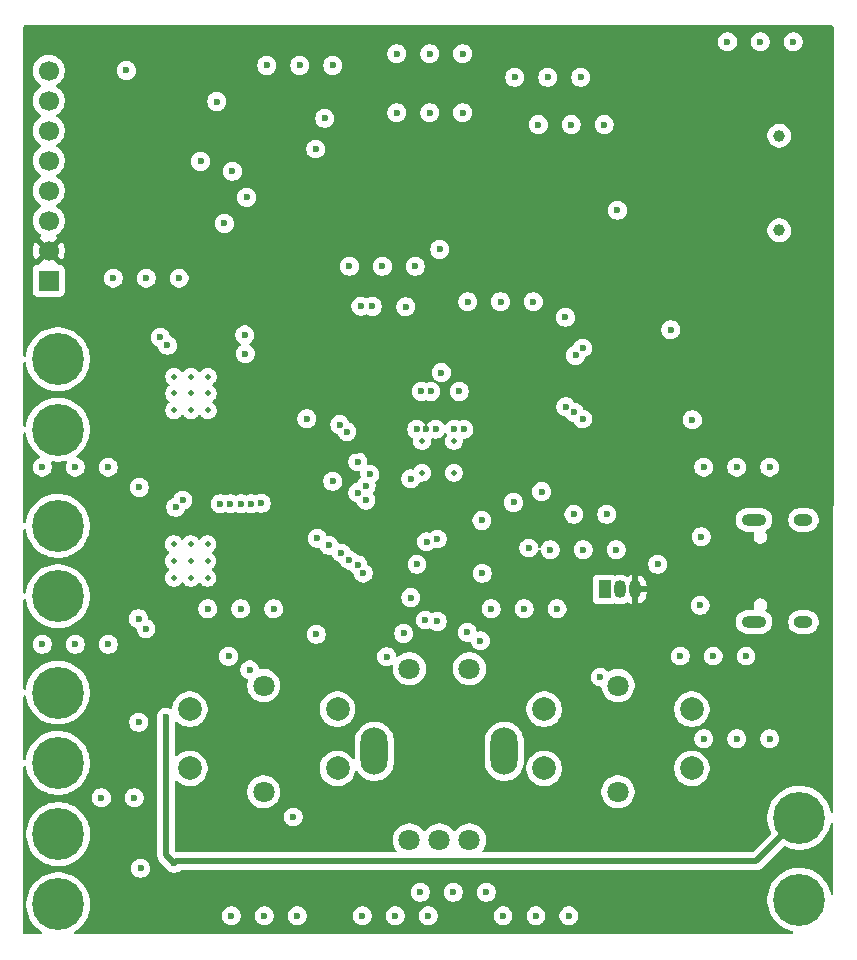
<source format=gbr>
%TF.GenerationSoftware,KiCad,Pcbnew,9.0.6*%
%TF.CreationDate,2026-01-04T04:22:01+01:00*%
%TF.ProjectId,MTR_Reflow_Oven,4d54525f-5265-4666-9c6f-775f4f76656e,rev?*%
%TF.SameCoordinates,Original*%
%TF.FileFunction,Copper,L3,Inr*%
%TF.FilePolarity,Positive*%
%FSLAX46Y46*%
G04 Gerber Fmt 4.6, Leading zero omitted, Abs format (unit mm)*
G04 Created by KiCad (PCBNEW 9.0.6) date 2026-01-04 04:22:01*
%MOMM*%
%LPD*%
G01*
G04 APERTURE LIST*
%TA.AperFunction,ComponentPad*%
%ADD10C,4.400000*%
%TD*%
%TA.AperFunction,HeatsinkPad*%
%ADD11O,2.100000X1.000000*%
%TD*%
%TA.AperFunction,HeatsinkPad*%
%ADD12O,1.600000X1.000000*%
%TD*%
%TA.AperFunction,ComponentPad*%
%ADD13O,2.300000X4.000000*%
%TD*%
%TA.AperFunction,ComponentPad*%
%ADD14C,1.800000*%
%TD*%
%TA.AperFunction,ComponentPad*%
%ADD15C,1.000000*%
%TD*%
%TA.AperFunction,HeatsinkPad*%
%ADD16C,0.500000*%
%TD*%
%TA.AperFunction,ComponentPad*%
%ADD17R,1.050000X1.500000*%
%TD*%
%TA.AperFunction,ComponentPad*%
%ADD18O,1.050000X1.500000*%
%TD*%
%TA.AperFunction,ComponentPad*%
%ADD19C,2.000000*%
%TD*%
%TA.AperFunction,ComponentPad*%
%ADD20R,1.700000X1.700000*%
%TD*%
%TA.AperFunction,ComponentPad*%
%ADD21C,1.700000*%
%TD*%
%TA.AperFunction,ViaPad*%
%ADD22C,0.600000*%
%TD*%
%TA.AperFunction,Conductor*%
%ADD23C,0.200000*%
%TD*%
%TA.AperFunction,Conductor*%
%ADD24C,0.500000*%
%TD*%
G04 APERTURE END LIST*
D10*
%TO.N,GND*%
%TO.C,H6*%
X111527500Y-111043333D03*
%TD*%
D11*
%TO.N,GND*%
%TO.C,J2*%
X170470000Y-99120000D03*
D12*
X174650000Y-99120000D03*
D11*
X170470000Y-90480000D03*
D12*
X174650000Y-90480000D03*
%TD*%
D10*
%TO.N,/+TEMP2*%
%TO.C,H9*%
X111527500Y-90986667D03*
%TD*%
D13*
%TO.N,unconnected-(SW3-Pad6)*%
%TO.C,SW3*%
X149325000Y-110075000D03*
%TO.N,unconnected-(SW3-Pad7)*%
X138325000Y-110075000D03*
D14*
%TO.N,/rotary_CLK*%
X141285000Y-117575000D03*
%TO.N,/rotary_DT*%
X146365000Y-117575000D03*
%TO.N,GND*%
X143825000Y-117575000D03*
X141285000Y-103075000D03*
%TO.N,/rotary_BNT*%
X146365000Y-103075000D03*
%TD*%
D15*
%TO.N,*%
%TO.C,Card1*%
X172600000Y-65950000D03*
X172600000Y-57950000D03*
%TD*%
D10*
%TO.N,/-TEMP1*%
%TO.C,H12*%
X111527500Y-82830000D03*
%TD*%
%TO.N,/HT2*%
%TO.C,H7*%
X111550000Y-117075000D03*
%TD*%
D16*
%TO.N,GND*%
%TO.C,U5*%
X121342500Y-92521667D03*
X121342500Y-93946667D03*
X121342500Y-95371667D03*
X122767500Y-92521667D03*
X122767500Y-93946667D03*
X122767500Y-95371667D03*
X124192500Y-92521667D03*
X124192500Y-93946667D03*
X124192500Y-95371667D03*
%TD*%
D10*
%TO.N,/HT1*%
%TO.C,H5*%
X111527500Y-105093333D03*
%TD*%
D17*
%TO.N,GND*%
%TO.C,U4*%
X157830000Y-96360000D03*
D18*
%TO.N,/1-wire_temp*%
X159100000Y-96360000D03*
%TO.N,+3.3V*%
X160370000Y-96360000D03*
%TD*%
D14*
%TO.N,*%
%TO.C,SW4*%
X158947500Y-104500000D03*
X158947500Y-113500000D03*
D19*
%TO.N,/BNT1*%
X165197500Y-111500000D03*
X152697500Y-111500000D03*
%TO.N,GND*%
X165197500Y-106500000D03*
X152697500Y-106500000D03*
%TD*%
D16*
%TO.N,GND*%
%TO.C,U1*%
X145050000Y-83787500D03*
X142350000Y-83787500D03*
X145050000Y-86487500D03*
X142350000Y-86487500D03*
%TD*%
D10*
%TO.N,GND*%
%TO.C,H8*%
X111550000Y-123025000D03*
%TD*%
%TO.N,/-TEMP2*%
%TO.C,H10*%
X111527500Y-96936667D03*
%TD*%
D14*
%TO.N,*%
%TO.C,SW5*%
X128947500Y-104500000D03*
X128947500Y-113500000D03*
D19*
%TO.N,/BNT2*%
X135197500Y-111500000D03*
X122697500Y-111500000D03*
%TO.N,GND*%
X135197500Y-106500000D03*
X122697500Y-106500000D03*
%TD*%
D10*
%TO.N,/+ALIM*%
%TO.C,H2*%
X174300000Y-115700000D03*
%TD*%
D20*
%TO.N,GND*%
%TO.C,J1*%
X110750000Y-70225000D03*
D21*
%TO.N,+3.3V*%
X110750000Y-67685000D03*
%TO.N,/SD_CLK{slash}SCLK*%
X110750000Y-65145000D03*
%TO.N,/SD_CMD{slash}DI*%
X110750000Y-62605000D03*
%TO.N,/SCREEN_RST*%
X110750000Y-60065000D03*
%TO.N,/SCREEN_DC*%
X110750000Y-57525000D03*
%TO.N,/SCREEN_CS*%
X110750000Y-54985000D03*
%TO.N,/SCREEN_BL*%
X110750000Y-52445000D03*
%TD*%
D10*
%TO.N,/+TEMP1*%
%TO.C,H11*%
X111527500Y-76880000D03*
%TD*%
%TO.N,GND*%
%TO.C,H1*%
X174300000Y-122650000D03*
%TD*%
D16*
%TO.N,GND*%
%TO.C,U6*%
X121362500Y-78335000D03*
X121362500Y-79760000D03*
X121362500Y-81185000D03*
X122787500Y-78335000D03*
X122787500Y-79760000D03*
X122787500Y-81185000D03*
X124212500Y-78335000D03*
X124212500Y-79760000D03*
X124212500Y-81185000D03*
%TD*%
D22*
%TO.N,/ALT3_TEMP2*%
X136200283Y-93874000D03*
X136000000Y-83000000D03*
%TO.N,/ALT1_TEMP2*%
X137375000Y-94975000D03*
X137600000Y-88800000D03*
%TO.N,/ALT2_TEMP2*%
X136899486Y-94275000D03*
X136900000Y-88161859D03*
%TO.N,/ALT4_TEMP2*%
X135524697Y-93274000D03*
X135375000Y-82400000D03*
%TO.N,GND*%
X151787500Y-72000000D03*
X132600000Y-81900000D03*
X145787500Y-56000000D03*
X158787500Y-93000000D03*
X113000000Y-101000000D03*
X115787500Y-86000000D03*
X115787500Y-101000000D03*
X118000000Y-114000000D03*
X142212500Y-122000000D03*
X152475000Y-88075000D03*
X110212500Y-86000000D03*
X134787500Y-52000000D03*
X119000000Y-70000000D03*
X156000000Y-93000000D03*
X116212500Y-70000000D03*
X150212500Y-53000000D03*
X169000000Y-109000000D03*
X151000000Y-98000000D03*
X129787500Y-98000000D03*
X153212500Y-93000000D03*
X139000000Y-69000000D03*
X149000000Y-72000000D03*
X142875000Y-124000000D03*
X155212500Y-90000000D03*
X169000000Y-86000000D03*
X126212500Y-124000000D03*
X166212500Y-86000000D03*
X140212500Y-51000000D03*
X168212500Y-50000000D03*
X154787500Y-124000000D03*
X140212500Y-56000000D03*
X131787500Y-124000000D03*
X165250000Y-82000000D03*
X155787500Y-53000000D03*
X140087500Y-124000000D03*
X141787500Y-69000000D03*
X171787500Y-86000000D03*
X166212500Y-109000000D03*
X148212500Y-98000000D03*
X141399000Y-97050000D03*
X171000000Y-50000000D03*
X147787500Y-122000000D03*
X166000000Y-91900000D03*
X169787500Y-102000000D03*
X157787500Y-57000000D03*
X164212500Y-102000000D03*
X124212500Y-98000000D03*
X149212500Y-124000000D03*
X153787500Y-98000000D03*
X134800000Y-87200000D03*
X125975000Y-102025000D03*
X129000000Y-124000000D03*
X115212500Y-114000000D03*
X121787500Y-70000000D03*
X152000000Y-124000000D03*
X129212500Y-52000000D03*
X153000000Y-53000000D03*
X143000000Y-56000000D03*
X155000000Y-57000000D03*
X152212500Y-57000000D03*
X167000000Y-102000000D03*
X173787500Y-50000000D03*
X145000000Y-122000000D03*
X113000000Y-86000000D03*
X151400000Y-92850000D03*
X110212500Y-101000000D03*
X143000000Y-51000000D03*
X127000000Y-98000000D03*
X158900000Y-64250000D03*
X145787500Y-51000000D03*
X137300000Y-124000000D03*
X171787500Y-109000000D03*
X165900000Y-97700000D03*
X132000000Y-52000000D03*
X158000000Y-90000000D03*
X136212500Y-69000000D03*
X146212500Y-72000000D03*
%TO.N,/SCL*%
X120200000Y-75000000D03*
X127400000Y-76400000D03*
X121500000Y-89400000D03*
X127350000Y-74810000D03*
%TO.N,/SDA*%
X122100000Y-88800000D03*
X120800000Y-75700000D03*
%TO.N,+3.3V*%
X165925000Y-122675000D03*
X154827500Y-117425000D03*
X124877500Y-117425000D03*
X142700000Y-87475000D03*
X142700000Y-82800000D03*
X150367500Y-117550000D03*
X150300000Y-90400000D03*
X128200000Y-72700000D03*
X122800000Y-97900000D03*
X118600000Y-75100000D03*
X158900000Y-62050000D03*
X165200000Y-122675000D03*
X151520000Y-85400000D03*
X137342500Y-117575000D03*
X146275000Y-76150000D03*
X118900000Y-89600000D03*
X131500000Y-102050000D03*
X122800000Y-83900000D03*
X136800000Y-84601000D03*
X174300000Y-71050000D03*
X166625003Y-122675000D03*
X143350000Y-101540000D03*
X161875000Y-83550000D03*
X159625000Y-72475000D03*
X124067500Y-90275000D03*
%TO.N,/RUN*%
X141400000Y-87000000D03*
X141925000Y-94225000D03*
X162300000Y-94225000D03*
X163400000Y-74375000D03*
%TO.N,/rotary_BNT*%
X142300000Y-79600000D03*
X139350000Y-102050000D03*
%TO.N,/SD_CLK{slash}SCLK*%
X128750000Y-89075000D03*
X127500000Y-63175000D03*
%TO.N,/SD_CD*%
X143850000Y-67575000D03*
X144000000Y-78000000D03*
%TO.N,/SD_DAT3{slash}CS*%
X123600000Y-60125000D03*
X125288235Y-89111765D03*
%TO.N,/SD_CMD{slash}DI*%
X127886765Y-89113235D03*
X126300000Y-60950000D03*
%TO.N,/WS_LED*%
X140799000Y-100089500D03*
X141900000Y-82800000D03*
X133400000Y-100150000D03*
X131452500Y-115625000D03*
%TO.N,/SD_DAT0{slash}DO*%
X125625000Y-65375000D03*
X127042354Y-89115883D03*
%TO.N,/rotary_CLK*%
X143100000Y-79600000D03*
%TO.N,/rotary_DT*%
X143500000Y-82800000D03*
%TO.N,/QSPI_SD1*%
X155250000Y-81375000D03*
X155350000Y-76550000D03*
%TO.N,/QSPI_SS*%
X154525000Y-80900000D03*
X154500000Y-73325000D03*
%TO.N,/QSPI_SD2*%
X155950000Y-75925000D03*
X155950000Y-81925000D03*
%TO.N,/SCREEN_CS*%
X126125000Y-89100000D03*
X124975000Y-55050000D03*
%TO.N,/EN_HEAT2*%
X143638235Y-99075000D03*
X143638235Y-92088235D03*
X118522500Y-119975000D03*
X118981122Y-99688500D03*
%TO.N,+1V1*%
X136899992Y-85538052D03*
X150100000Y-89000000D03*
%TO.N,/EN_HEAT1*%
X118375000Y-107600000D03*
X142625000Y-98950000D03*
X142736765Y-92311765D03*
X118350000Y-98850000D03*
%TO.N,/SCREEN_DC*%
X134475000Y-92628000D03*
X134125000Y-56475000D03*
%TO.N,/SCREEN_BL*%
X118425000Y-87725000D03*
X117325000Y-52425000D03*
%TO.N,/SCREEN_RST*%
X133475000Y-92028000D03*
X133350000Y-59075000D03*
%TO.N,/1-wire_temp*%
X147450000Y-95000000D03*
X147425000Y-90525000D03*
%TO.N,unconnected-(U1-SWD-Pad25)*%
X137632675Y-87561859D03*
X137175000Y-72375000D03*
%TO.N,unconnected-(U1-SWCLK-Pad24)*%
X137925000Y-86625735D03*
X138150000Y-72400000D03*
%TO.N,/+ALIM*%
X120675000Y-107175000D03*
X121372500Y-119550000D03*
%TO.N,/BNT1*%
X146175000Y-100000000D03*
X157425000Y-103775000D03*
X145900000Y-82800000D03*
%TO.N,unconnected-(U1-GPIO2-Pad4)*%
X145100000Y-82800000D03*
X140975000Y-72425000D03*
%TO.N,/BNT2*%
X127775000Y-103175000D03*
X145500000Y-79600000D03*
X147300000Y-100700000D03*
%TD*%
D23*
%TO.N,+3.3V*%
X142700000Y-82800000D02*
X142700000Y-81525000D01*
D24*
%TO.N,/+ALIM*%
X120700000Y-118877500D02*
X121372500Y-119550000D01*
X120700000Y-107200000D02*
X120675000Y-107175000D01*
X170625000Y-119375000D02*
X121547500Y-119375000D01*
X120700000Y-116600000D02*
X120700000Y-107200000D01*
X120700000Y-116600000D02*
X120700000Y-118877500D01*
X174300000Y-115700000D02*
X170625000Y-119375000D01*
%TD*%
%TA.AperFunction,Conductor*%
%TO.N,+3.3V*%
G36*
X177142468Y-48620185D02*
G01*
X177188223Y-48672989D01*
X177199428Y-48724512D01*
X177197687Y-63856557D01*
X177191786Y-115133291D01*
X177172094Y-115200328D01*
X177119284Y-115246077D01*
X177050125Y-115256013D01*
X176986572Y-115226981D01*
X176948805Y-115168198D01*
X176946895Y-115160869D01*
X176923466Y-115058221D01*
X176899046Y-114951228D01*
X176886582Y-114915609D01*
X176845393Y-114797896D01*
X176798868Y-114664935D01*
X176667265Y-114391659D01*
X176505892Y-114134836D01*
X176316779Y-113897696D01*
X176102304Y-113683221D01*
X175865164Y-113494108D01*
X175608341Y-113332735D01*
X175608338Y-113332733D01*
X175335068Y-113201133D01*
X175048783Y-113100957D01*
X175048771Y-113100953D01*
X174820556Y-113048864D01*
X174753063Y-113033460D01*
X174753060Y-113033459D01*
X174753048Y-113033457D01*
X174451663Y-112999500D01*
X174451657Y-112999500D01*
X174148343Y-112999500D01*
X174148336Y-112999500D01*
X173846951Y-113033457D01*
X173846937Y-113033460D01*
X173551228Y-113100953D01*
X173551216Y-113100957D01*
X173264931Y-113201133D01*
X172991661Y-113332733D01*
X172734837Y-113494107D01*
X172497696Y-113683220D01*
X172283220Y-113897696D01*
X172094107Y-114134837D01*
X171932733Y-114391661D01*
X171801133Y-114664931D01*
X171700957Y-114951216D01*
X171700953Y-114951228D01*
X171633460Y-115246937D01*
X171633457Y-115246951D01*
X171599500Y-115548336D01*
X171599500Y-115851663D01*
X171633457Y-116153048D01*
X171633459Y-116153060D01*
X171633460Y-116153063D01*
X171646224Y-116208985D01*
X171700953Y-116448771D01*
X171700957Y-116448783D01*
X171801133Y-116735068D01*
X171801136Y-116735076D01*
X171893765Y-116927422D01*
X171905117Y-116996363D01*
X171877395Y-117060497D01*
X171869726Y-117068904D01*
X170350451Y-118588181D01*
X170289128Y-118621666D01*
X170262770Y-118624500D01*
X147576972Y-118624500D01*
X147509933Y-118604815D01*
X147464178Y-118552011D01*
X147454234Y-118482853D01*
X147476653Y-118427615D01*
X147508822Y-118383338D01*
X147562815Y-118309022D01*
X147662895Y-118112606D01*
X147731015Y-117902951D01*
X147765500Y-117685222D01*
X147765500Y-117464778D01*
X147731015Y-117247049D01*
X147662895Y-117037394D01*
X147662895Y-117037393D01*
X147606861Y-116927422D01*
X147562815Y-116840978D01*
X147485873Y-116735076D01*
X147433247Y-116662641D01*
X147433243Y-116662636D01*
X147277363Y-116506756D01*
X147277358Y-116506752D01*
X147099025Y-116377187D01*
X147099024Y-116377186D01*
X147099022Y-116377185D01*
X147015033Y-116334390D01*
X146902606Y-116277104D01*
X146902603Y-116277103D01*
X146692952Y-116208985D01*
X146584086Y-116191742D01*
X146475222Y-116174500D01*
X146254778Y-116174500D01*
X146182201Y-116185995D01*
X146037047Y-116208985D01*
X145827396Y-116277103D01*
X145827393Y-116277104D01*
X145630974Y-116377187D01*
X145452641Y-116506752D01*
X145452636Y-116506756D01*
X145296756Y-116662636D01*
X145296752Y-116662641D01*
X145195318Y-116802254D01*
X145139988Y-116844920D01*
X145070375Y-116850899D01*
X145008580Y-116818293D01*
X144994682Y-116802254D01*
X144893247Y-116662641D01*
X144893243Y-116662636D01*
X144737363Y-116506756D01*
X144737358Y-116506752D01*
X144559025Y-116377187D01*
X144559024Y-116377186D01*
X144559022Y-116377185D01*
X144475033Y-116334390D01*
X144362606Y-116277104D01*
X144362603Y-116277103D01*
X144152952Y-116208985D01*
X144044086Y-116191742D01*
X143935222Y-116174500D01*
X143714778Y-116174500D01*
X143642201Y-116185995D01*
X143497047Y-116208985D01*
X143287396Y-116277103D01*
X143287393Y-116277104D01*
X143090974Y-116377187D01*
X142912641Y-116506752D01*
X142912636Y-116506756D01*
X142756756Y-116662636D01*
X142756752Y-116662641D01*
X142655318Y-116802254D01*
X142599988Y-116844920D01*
X142530375Y-116850899D01*
X142468580Y-116818293D01*
X142454682Y-116802254D01*
X142353247Y-116662641D01*
X142353243Y-116662636D01*
X142197363Y-116506756D01*
X142197358Y-116506752D01*
X142019025Y-116377187D01*
X142019024Y-116377186D01*
X142019022Y-116377185D01*
X141935033Y-116334390D01*
X141822606Y-116277104D01*
X141822603Y-116277103D01*
X141612952Y-116208985D01*
X141504086Y-116191742D01*
X141395222Y-116174500D01*
X141174778Y-116174500D01*
X141102201Y-116185995D01*
X140957047Y-116208985D01*
X140747396Y-116277103D01*
X140747393Y-116277104D01*
X140550974Y-116377187D01*
X140372641Y-116506752D01*
X140372636Y-116506756D01*
X140216756Y-116662636D01*
X140216752Y-116662641D01*
X140087187Y-116840974D01*
X139987104Y-117037393D01*
X139987103Y-117037396D01*
X139918985Y-117247047D01*
X139884500Y-117464778D01*
X139884500Y-117685221D01*
X139918985Y-117902952D01*
X139987103Y-118112603D01*
X139987104Y-118112606D01*
X140087184Y-118309021D01*
X140173347Y-118427615D01*
X140196826Y-118493422D01*
X140181000Y-118561476D01*
X140130894Y-118610170D01*
X140073028Y-118624500D01*
X121574500Y-118624500D01*
X121507461Y-118604815D01*
X121461706Y-118552011D01*
X121450500Y-118500500D01*
X121450500Y-115546153D01*
X130652000Y-115546153D01*
X130652000Y-115703846D01*
X130682761Y-115858489D01*
X130682764Y-115858501D01*
X130743102Y-116004172D01*
X130743109Y-116004185D01*
X130830710Y-116135288D01*
X130830713Y-116135292D01*
X130942207Y-116246786D01*
X130942211Y-116246789D01*
X131073314Y-116334390D01*
X131073327Y-116334397D01*
X131176628Y-116377185D01*
X131219003Y-116394737D01*
X131373653Y-116425499D01*
X131373656Y-116425500D01*
X131373658Y-116425500D01*
X131531344Y-116425500D01*
X131531345Y-116425499D01*
X131685997Y-116394737D01*
X131831679Y-116334394D01*
X131962789Y-116246789D01*
X132074289Y-116135289D01*
X132161894Y-116004179D01*
X132222237Y-115858497D01*
X132253000Y-115703842D01*
X132253000Y-115546158D01*
X132253000Y-115546155D01*
X132252999Y-115546153D01*
X132222238Y-115391510D01*
X132222237Y-115391503D01*
X132166116Y-115256013D01*
X132161897Y-115245827D01*
X132161890Y-115245814D01*
X132074289Y-115114711D01*
X132074286Y-115114707D01*
X131962792Y-115003213D01*
X131962788Y-115003210D01*
X131831685Y-114915609D01*
X131831672Y-114915602D01*
X131686001Y-114855264D01*
X131685989Y-114855261D01*
X131531345Y-114824500D01*
X131531342Y-114824500D01*
X131373658Y-114824500D01*
X131373655Y-114824500D01*
X131219010Y-114855261D01*
X131218998Y-114855264D01*
X131073327Y-114915602D01*
X131073314Y-114915609D01*
X130942211Y-115003210D01*
X130942207Y-115003213D01*
X130830713Y-115114707D01*
X130830710Y-115114711D01*
X130743109Y-115245814D01*
X130743102Y-115245827D01*
X130682764Y-115391498D01*
X130682761Y-115391510D01*
X130652000Y-115546153D01*
X121450500Y-115546153D01*
X121450500Y-113389778D01*
X127547000Y-113389778D01*
X127547000Y-113610221D01*
X127581485Y-113827952D01*
X127649603Y-114037603D01*
X127649604Y-114037606D01*
X127699147Y-114134837D01*
X127749417Y-114233497D01*
X127749687Y-114234025D01*
X127879252Y-114412358D01*
X127879256Y-114412363D01*
X128035136Y-114568243D01*
X128035141Y-114568247D01*
X128168217Y-114664931D01*
X128213478Y-114697815D01*
X128341875Y-114763237D01*
X128409893Y-114797895D01*
X128409896Y-114797896D01*
X128491777Y-114824500D01*
X128619549Y-114866015D01*
X128837278Y-114900500D01*
X128837279Y-114900500D01*
X129057721Y-114900500D01*
X129057722Y-114900500D01*
X129275451Y-114866015D01*
X129485106Y-114797895D01*
X129681522Y-114697815D01*
X129859865Y-114568242D01*
X130015742Y-114412365D01*
X130145315Y-114234022D01*
X130245395Y-114037606D01*
X130313515Y-113827951D01*
X130348000Y-113610222D01*
X130348000Y-113389778D01*
X157547000Y-113389778D01*
X157547000Y-113610221D01*
X157581485Y-113827952D01*
X157649603Y-114037603D01*
X157649604Y-114037606D01*
X157699147Y-114134837D01*
X157749417Y-114233497D01*
X157749687Y-114234025D01*
X157879252Y-114412358D01*
X157879256Y-114412363D01*
X158035136Y-114568243D01*
X158035141Y-114568247D01*
X158168217Y-114664931D01*
X158213478Y-114697815D01*
X158341875Y-114763237D01*
X158409893Y-114797895D01*
X158409896Y-114797896D01*
X158491777Y-114824500D01*
X158619549Y-114866015D01*
X158837278Y-114900500D01*
X158837279Y-114900500D01*
X159057721Y-114900500D01*
X159057722Y-114900500D01*
X159275451Y-114866015D01*
X159485106Y-114797895D01*
X159681522Y-114697815D01*
X159859865Y-114568242D01*
X160015742Y-114412365D01*
X160145315Y-114234022D01*
X160245395Y-114037606D01*
X160313515Y-113827951D01*
X160348000Y-113610222D01*
X160348000Y-113389778D01*
X160313515Y-113172049D01*
X160277145Y-113060112D01*
X160245396Y-112962396D01*
X160245395Y-112962393D01*
X160208796Y-112890566D01*
X160145315Y-112765978D01*
X160057067Y-112644514D01*
X160015747Y-112587641D01*
X160015743Y-112587636D01*
X159859863Y-112431756D01*
X159859858Y-112431752D01*
X159681525Y-112302187D01*
X159681524Y-112302186D01*
X159681522Y-112302185D01*
X159618596Y-112270122D01*
X159485106Y-112202104D01*
X159485103Y-112202103D01*
X159275452Y-112133985D01*
X159166586Y-112116742D01*
X159057722Y-112099500D01*
X158837278Y-112099500D01*
X158764701Y-112110995D01*
X158619547Y-112133985D01*
X158409896Y-112202103D01*
X158409893Y-112202104D01*
X158213474Y-112302187D01*
X158035141Y-112431752D01*
X158035136Y-112431756D01*
X157879256Y-112587636D01*
X157879252Y-112587641D01*
X157749687Y-112765974D01*
X157649604Y-112962393D01*
X157649603Y-112962396D01*
X157581485Y-113172047D01*
X157547000Y-113389778D01*
X130348000Y-113389778D01*
X130313515Y-113172049D01*
X130277145Y-113060112D01*
X130245396Y-112962396D01*
X130245395Y-112962393D01*
X130208796Y-112890566D01*
X130145315Y-112765978D01*
X130057067Y-112644514D01*
X130015747Y-112587641D01*
X130015743Y-112587636D01*
X129859863Y-112431756D01*
X129859858Y-112431752D01*
X129681525Y-112302187D01*
X129681524Y-112302186D01*
X129681522Y-112302185D01*
X129618596Y-112270122D01*
X129485106Y-112202104D01*
X129485103Y-112202103D01*
X129275452Y-112133985D01*
X129166586Y-112116742D01*
X129057722Y-112099500D01*
X128837278Y-112099500D01*
X128764701Y-112110995D01*
X128619547Y-112133985D01*
X128409896Y-112202103D01*
X128409893Y-112202104D01*
X128213474Y-112302187D01*
X128035141Y-112431752D01*
X128035136Y-112431756D01*
X127879256Y-112587636D01*
X127879252Y-112587641D01*
X127749687Y-112765974D01*
X127649604Y-112962393D01*
X127649603Y-112962396D01*
X127581485Y-113172047D01*
X127547000Y-113389778D01*
X121450500Y-113389778D01*
X121450500Y-112674389D01*
X121470185Y-112607350D01*
X121522989Y-112561595D01*
X121592147Y-112551651D01*
X121655703Y-112580676D01*
X121662181Y-112586708D01*
X121719990Y-112644517D01*
X121911067Y-112783343D01*
X122010491Y-112834002D01*
X122121503Y-112890566D01*
X122121505Y-112890566D01*
X122121508Y-112890568D01*
X122241912Y-112929689D01*
X122346131Y-112963553D01*
X122579403Y-113000500D01*
X122579408Y-113000500D01*
X122815597Y-113000500D01*
X123048868Y-112963553D01*
X123052438Y-112962393D01*
X123273492Y-112890568D01*
X123483933Y-112783343D01*
X123675010Y-112644517D01*
X123842017Y-112477510D01*
X123980843Y-112286433D01*
X124088068Y-112075992D01*
X124161053Y-111851368D01*
X124170439Y-111792105D01*
X124198000Y-111618097D01*
X124198000Y-111381902D01*
X133697000Y-111381902D01*
X133697000Y-111618097D01*
X133733946Y-111851368D01*
X133806933Y-112075996D01*
X133914157Y-112286433D01*
X134052983Y-112477510D01*
X134219990Y-112644517D01*
X134411067Y-112783343D01*
X134510491Y-112834002D01*
X134621503Y-112890566D01*
X134621505Y-112890566D01*
X134621508Y-112890568D01*
X134741912Y-112929689D01*
X134846131Y-112963553D01*
X135079403Y-113000500D01*
X135079408Y-113000500D01*
X135315597Y-113000500D01*
X135548868Y-112963553D01*
X135552438Y-112962393D01*
X135773492Y-112890568D01*
X135983933Y-112783343D01*
X136175010Y-112644517D01*
X136342017Y-112477510D01*
X136480843Y-112286433D01*
X136588068Y-112075992D01*
X136661053Y-111851368D01*
X136668593Y-111803757D01*
X136698521Y-111740626D01*
X136757833Y-111703694D01*
X136827695Y-111704692D01*
X136885928Y-111743301D01*
X136901550Y-111766862D01*
X136913366Y-111790052D01*
X137066066Y-112000225D01*
X137066069Y-112000229D01*
X137249771Y-112183931D01*
X137459949Y-112336634D01*
X137607445Y-112411787D01*
X137691423Y-112454577D01*
X137691425Y-112454577D01*
X137691428Y-112454579D01*
X137938507Y-112534860D01*
X138070706Y-112555797D01*
X138195098Y-112575500D01*
X138195103Y-112575500D01*
X138454902Y-112575500D01*
X138568298Y-112557539D01*
X138711493Y-112534860D01*
X138958572Y-112454579D01*
X139190051Y-112336634D01*
X139400229Y-112183931D01*
X139583931Y-112000229D01*
X139736634Y-111790051D01*
X139854579Y-111558572D01*
X139934860Y-111311493D01*
X139960654Y-111148631D01*
X139975500Y-111054902D01*
X139975500Y-109095097D01*
X147674500Y-109095097D01*
X147674500Y-111054902D01*
X147715140Y-111311493D01*
X147795422Y-111558576D01*
X147913368Y-111790054D01*
X147914858Y-111792105D01*
X148066069Y-112000229D01*
X148249771Y-112183931D01*
X148459949Y-112336634D01*
X148607445Y-112411787D01*
X148691423Y-112454577D01*
X148691425Y-112454577D01*
X148691428Y-112454579D01*
X148938507Y-112534860D01*
X149070706Y-112555797D01*
X149195098Y-112575500D01*
X149195103Y-112575500D01*
X149454902Y-112575500D01*
X149568298Y-112557539D01*
X149711493Y-112534860D01*
X149958572Y-112454579D01*
X150190051Y-112336634D01*
X150400229Y-112183931D01*
X150583931Y-112000229D01*
X150736634Y-111790051D01*
X150854579Y-111558572D01*
X150911983Y-111381902D01*
X151197000Y-111381902D01*
X151197000Y-111618097D01*
X151233946Y-111851368D01*
X151306933Y-112075996D01*
X151414157Y-112286433D01*
X151552983Y-112477510D01*
X151719990Y-112644517D01*
X151911067Y-112783343D01*
X152010491Y-112834002D01*
X152121503Y-112890566D01*
X152121505Y-112890566D01*
X152121508Y-112890568D01*
X152241912Y-112929689D01*
X152346131Y-112963553D01*
X152579403Y-113000500D01*
X152579408Y-113000500D01*
X152815597Y-113000500D01*
X153048868Y-112963553D01*
X153052438Y-112962393D01*
X153273492Y-112890568D01*
X153483933Y-112783343D01*
X153675010Y-112644517D01*
X153842017Y-112477510D01*
X153980843Y-112286433D01*
X154088068Y-112075992D01*
X154161053Y-111851368D01*
X154170439Y-111792105D01*
X154198000Y-111618097D01*
X154198000Y-111381902D01*
X163697000Y-111381902D01*
X163697000Y-111618097D01*
X163733946Y-111851368D01*
X163806933Y-112075996D01*
X163914157Y-112286433D01*
X164052983Y-112477510D01*
X164219990Y-112644517D01*
X164411067Y-112783343D01*
X164510491Y-112834002D01*
X164621503Y-112890566D01*
X164621505Y-112890566D01*
X164621508Y-112890568D01*
X164741912Y-112929689D01*
X164846131Y-112963553D01*
X165079403Y-113000500D01*
X165079408Y-113000500D01*
X165315597Y-113000500D01*
X165548868Y-112963553D01*
X165552438Y-112962393D01*
X165773492Y-112890568D01*
X165983933Y-112783343D01*
X166175010Y-112644517D01*
X166342017Y-112477510D01*
X166480843Y-112286433D01*
X166588068Y-112075992D01*
X166661053Y-111851368D01*
X166670439Y-111792105D01*
X166698000Y-111618097D01*
X166698000Y-111381902D01*
X166661053Y-111148631D01*
X166588066Y-110924003D01*
X166480842Y-110713566D01*
X166476634Y-110707774D01*
X166342017Y-110522490D01*
X166175010Y-110355483D01*
X165983933Y-110216657D01*
X165773496Y-110109433D01*
X165548868Y-110036446D01*
X165315597Y-109999500D01*
X165315592Y-109999500D01*
X165079408Y-109999500D01*
X165079403Y-109999500D01*
X164846131Y-110036446D01*
X164621503Y-110109433D01*
X164411066Y-110216657D01*
X164303858Y-110294549D01*
X164219990Y-110355483D01*
X164219988Y-110355485D01*
X164219987Y-110355485D01*
X164052985Y-110522487D01*
X164052985Y-110522488D01*
X164052983Y-110522490D01*
X164003738Y-110590270D01*
X163914157Y-110713566D01*
X163806933Y-110924003D01*
X163733946Y-111148631D01*
X163697000Y-111381902D01*
X154198000Y-111381902D01*
X154161053Y-111148631D01*
X154088066Y-110924003D01*
X153980842Y-110713566D01*
X153976634Y-110707774D01*
X153842017Y-110522490D01*
X153675010Y-110355483D01*
X153483933Y-110216657D01*
X153273496Y-110109433D01*
X153048868Y-110036446D01*
X152815597Y-109999500D01*
X152815592Y-109999500D01*
X152579408Y-109999500D01*
X152579403Y-109999500D01*
X152346131Y-110036446D01*
X152121503Y-110109433D01*
X151911066Y-110216657D01*
X151803858Y-110294549D01*
X151719990Y-110355483D01*
X151719988Y-110355485D01*
X151719987Y-110355485D01*
X151552985Y-110522487D01*
X151552985Y-110522488D01*
X151552983Y-110522490D01*
X151503738Y-110590270D01*
X151414157Y-110713566D01*
X151306933Y-110924003D01*
X151233946Y-111148631D01*
X151197000Y-111381902D01*
X150911983Y-111381902D01*
X150912961Y-111378891D01*
X150926015Y-111338717D01*
X150926016Y-111338715D01*
X150934858Y-111311501D01*
X150934858Y-111311497D01*
X150934860Y-111311493D01*
X150960654Y-111148631D01*
X150975500Y-111054902D01*
X150975500Y-109095097D01*
X150950058Y-108934464D01*
X150947949Y-108921153D01*
X165412000Y-108921153D01*
X165412000Y-109078846D01*
X165442761Y-109233489D01*
X165442764Y-109233501D01*
X165503102Y-109379172D01*
X165503109Y-109379185D01*
X165590710Y-109510288D01*
X165590713Y-109510292D01*
X165702207Y-109621786D01*
X165702211Y-109621789D01*
X165833314Y-109709390D01*
X165833327Y-109709397D01*
X165895125Y-109734994D01*
X165979003Y-109769737D01*
X166133653Y-109800499D01*
X166133656Y-109800500D01*
X166133658Y-109800500D01*
X166291344Y-109800500D01*
X166291345Y-109800499D01*
X166445997Y-109769737D01*
X166591679Y-109709394D01*
X166722789Y-109621789D01*
X166834289Y-109510289D01*
X166921894Y-109379179D01*
X166982237Y-109233497D01*
X167013000Y-109078842D01*
X167013000Y-108921158D01*
X167013000Y-108921155D01*
X167012999Y-108921153D01*
X168199500Y-108921153D01*
X168199500Y-109078846D01*
X168230261Y-109233489D01*
X168230264Y-109233501D01*
X168290602Y-109379172D01*
X168290609Y-109379185D01*
X168378210Y-109510288D01*
X168378213Y-109510292D01*
X168489707Y-109621786D01*
X168489711Y-109621789D01*
X168620814Y-109709390D01*
X168620827Y-109709397D01*
X168682625Y-109734994D01*
X168766503Y-109769737D01*
X168921153Y-109800499D01*
X168921156Y-109800500D01*
X168921158Y-109800500D01*
X169078844Y-109800500D01*
X169078845Y-109800499D01*
X169233497Y-109769737D01*
X169379179Y-109709394D01*
X169510289Y-109621789D01*
X169621789Y-109510289D01*
X169709394Y-109379179D01*
X169769737Y-109233497D01*
X169800500Y-109078842D01*
X169800500Y-108921158D01*
X169800500Y-108921155D01*
X169800499Y-108921153D01*
X170987000Y-108921153D01*
X170987000Y-109078846D01*
X171017761Y-109233489D01*
X171017764Y-109233501D01*
X171078102Y-109379172D01*
X171078109Y-109379185D01*
X171165710Y-109510288D01*
X171165713Y-109510292D01*
X171277207Y-109621786D01*
X171277211Y-109621789D01*
X171408314Y-109709390D01*
X171408327Y-109709397D01*
X171470125Y-109734994D01*
X171554003Y-109769737D01*
X171708653Y-109800499D01*
X171708656Y-109800500D01*
X171708658Y-109800500D01*
X171866344Y-109800500D01*
X171866345Y-109800499D01*
X172020997Y-109769737D01*
X172166679Y-109709394D01*
X172297789Y-109621789D01*
X172409289Y-109510289D01*
X172496894Y-109379179D01*
X172557237Y-109233497D01*
X172588000Y-109078842D01*
X172588000Y-108921158D01*
X172588000Y-108921155D01*
X172587999Y-108921153D01*
X172557237Y-108766503D01*
X172519777Y-108676066D01*
X172496897Y-108620827D01*
X172496890Y-108620814D01*
X172409289Y-108489711D01*
X172409286Y-108489707D01*
X172297792Y-108378213D01*
X172297788Y-108378210D01*
X172166685Y-108290609D01*
X172166672Y-108290602D01*
X172021001Y-108230264D01*
X172020989Y-108230261D01*
X171866345Y-108199500D01*
X171866342Y-108199500D01*
X171708658Y-108199500D01*
X171708655Y-108199500D01*
X171554010Y-108230261D01*
X171553998Y-108230264D01*
X171408327Y-108290602D01*
X171408314Y-108290609D01*
X171277211Y-108378210D01*
X171277207Y-108378213D01*
X171165713Y-108489707D01*
X171165710Y-108489711D01*
X171078109Y-108620814D01*
X171078102Y-108620827D01*
X171017764Y-108766498D01*
X171017761Y-108766510D01*
X170987000Y-108921153D01*
X169800499Y-108921153D01*
X169769737Y-108766503D01*
X169732277Y-108676066D01*
X169709397Y-108620827D01*
X169709390Y-108620814D01*
X169621789Y-108489711D01*
X169621786Y-108489707D01*
X169510292Y-108378213D01*
X169510288Y-108378210D01*
X169379185Y-108290609D01*
X169379172Y-108290602D01*
X169233501Y-108230264D01*
X169233489Y-108230261D01*
X169078845Y-108199500D01*
X169078842Y-108199500D01*
X168921158Y-108199500D01*
X168921155Y-108199500D01*
X168766510Y-108230261D01*
X168766498Y-108230264D01*
X168620827Y-108290602D01*
X168620814Y-108290609D01*
X168489711Y-108378210D01*
X168489707Y-108378213D01*
X168378213Y-108489707D01*
X168378210Y-108489711D01*
X168290609Y-108620814D01*
X168290602Y-108620827D01*
X168230264Y-108766498D01*
X168230261Y-108766510D01*
X168199500Y-108921153D01*
X167012999Y-108921153D01*
X166982237Y-108766503D01*
X166944777Y-108676066D01*
X166921897Y-108620827D01*
X166921890Y-108620814D01*
X166834289Y-108489711D01*
X166834286Y-108489707D01*
X166722792Y-108378213D01*
X166722788Y-108378210D01*
X166591685Y-108290609D01*
X166591672Y-108290602D01*
X166446001Y-108230264D01*
X166445989Y-108230261D01*
X166291345Y-108199500D01*
X166291342Y-108199500D01*
X166133658Y-108199500D01*
X166133655Y-108199500D01*
X165979010Y-108230261D01*
X165978998Y-108230264D01*
X165833327Y-108290602D01*
X165833314Y-108290609D01*
X165702211Y-108378210D01*
X165702207Y-108378213D01*
X165590713Y-108489707D01*
X165590710Y-108489711D01*
X165503109Y-108620814D01*
X165503102Y-108620827D01*
X165442764Y-108766498D01*
X165442761Y-108766510D01*
X165412000Y-108921153D01*
X150947949Y-108921153D01*
X150946502Y-108912018D01*
X150934860Y-108838507D01*
X150854579Y-108591428D01*
X150854577Y-108591425D01*
X150854577Y-108591423D01*
X150779608Y-108444290D01*
X150736634Y-108359949D01*
X150583931Y-108149771D01*
X150400229Y-107966069D01*
X150296308Y-107890566D01*
X150190054Y-107813368D01*
X150190053Y-107813367D01*
X150190051Y-107813366D01*
X150117764Y-107776534D01*
X149958576Y-107695422D01*
X149711493Y-107615140D01*
X149454902Y-107574500D01*
X149454897Y-107574500D01*
X149195103Y-107574500D01*
X149195098Y-107574500D01*
X148938506Y-107615140D01*
X148691423Y-107695422D01*
X148459945Y-107813368D01*
X148249774Y-107966066D01*
X148249768Y-107966071D01*
X148066071Y-108149768D01*
X148066066Y-108149774D01*
X147913368Y-108359945D01*
X147795422Y-108591423D01*
X147715140Y-108838506D01*
X147674500Y-109095097D01*
X139975500Y-109095097D01*
X139947950Y-108921155D01*
X139934860Y-108838507D01*
X139854579Y-108591428D01*
X139854577Y-108591425D01*
X139854577Y-108591423D01*
X139779608Y-108444290D01*
X139736634Y-108359949D01*
X139583931Y-108149771D01*
X139400229Y-107966069D01*
X139296308Y-107890566D01*
X139190054Y-107813368D01*
X139190053Y-107813367D01*
X139190051Y-107813366D01*
X139117764Y-107776534D01*
X138958576Y-107695422D01*
X138711493Y-107615140D01*
X138454902Y-107574500D01*
X138454897Y-107574500D01*
X138195103Y-107574500D01*
X138195098Y-107574500D01*
X137938506Y-107615140D01*
X137691423Y-107695422D01*
X137459945Y-107813368D01*
X137249774Y-107966066D01*
X137249768Y-107966071D01*
X137066071Y-108149768D01*
X137066066Y-108149774D01*
X136913368Y-108359945D01*
X136795422Y-108591423D01*
X136715140Y-108838506D01*
X136674500Y-109095097D01*
X136674500Y-110598480D01*
X136654815Y-110665519D01*
X136602011Y-110711274D01*
X136532853Y-110721218D01*
X136469297Y-110692193D01*
X136450182Y-110671366D01*
X136444500Y-110663545D01*
X136342017Y-110522490D01*
X136175010Y-110355483D01*
X135983933Y-110216657D01*
X135773496Y-110109433D01*
X135548868Y-110036446D01*
X135315597Y-109999500D01*
X135315592Y-109999500D01*
X135079408Y-109999500D01*
X135079403Y-109999500D01*
X134846131Y-110036446D01*
X134621503Y-110109433D01*
X134411066Y-110216657D01*
X134303858Y-110294549D01*
X134219990Y-110355483D01*
X134219988Y-110355485D01*
X134219987Y-110355485D01*
X134052985Y-110522487D01*
X134052985Y-110522488D01*
X134052983Y-110522490D01*
X134003738Y-110590270D01*
X133914157Y-110713566D01*
X133806933Y-110924003D01*
X133733946Y-111148631D01*
X133697000Y-111381902D01*
X124198000Y-111381902D01*
X124161053Y-111148631D01*
X124088066Y-110924003D01*
X123980842Y-110713566D01*
X123976634Y-110707774D01*
X123842017Y-110522490D01*
X123675010Y-110355483D01*
X123483933Y-110216657D01*
X123273496Y-110109433D01*
X123048868Y-110036446D01*
X122815597Y-109999500D01*
X122815592Y-109999500D01*
X122579408Y-109999500D01*
X122579403Y-109999500D01*
X122346131Y-110036446D01*
X122121503Y-110109433D01*
X121911066Y-110216657D01*
X121803858Y-110294549D01*
X121719990Y-110355483D01*
X121719988Y-110355485D01*
X121719987Y-110355485D01*
X121662181Y-110413292D01*
X121600858Y-110446777D01*
X121531166Y-110441793D01*
X121475233Y-110399921D01*
X121450816Y-110334457D01*
X121450500Y-110325611D01*
X121450500Y-107674389D01*
X121470185Y-107607350D01*
X121522989Y-107561595D01*
X121592147Y-107551651D01*
X121655703Y-107580676D01*
X121662181Y-107586708D01*
X121719990Y-107644517D01*
X121911067Y-107783343D01*
X122009484Y-107833489D01*
X122121503Y-107890566D01*
X122121505Y-107890566D01*
X122121508Y-107890568D01*
X122241912Y-107929689D01*
X122346131Y-107963553D01*
X122579403Y-108000500D01*
X122579408Y-108000500D01*
X122815597Y-108000500D01*
X123048868Y-107963553D01*
X123273492Y-107890568D01*
X123483933Y-107783343D01*
X123675010Y-107644517D01*
X123842017Y-107477510D01*
X123980843Y-107286433D01*
X124088068Y-107075992D01*
X124161053Y-106851368D01*
X124169852Y-106795814D01*
X124198000Y-106618097D01*
X124198000Y-106381902D01*
X133697000Y-106381902D01*
X133697000Y-106618097D01*
X133733946Y-106851368D01*
X133806933Y-107075996D01*
X133880722Y-107220814D01*
X133914157Y-107286433D01*
X134052983Y-107477510D01*
X134219990Y-107644517D01*
X134411067Y-107783343D01*
X134509484Y-107833489D01*
X134621503Y-107890566D01*
X134621505Y-107890566D01*
X134621508Y-107890568D01*
X134741912Y-107929689D01*
X134846131Y-107963553D01*
X135079403Y-108000500D01*
X135079408Y-108000500D01*
X135315597Y-108000500D01*
X135548868Y-107963553D01*
X135773492Y-107890568D01*
X135983933Y-107783343D01*
X136175010Y-107644517D01*
X136342017Y-107477510D01*
X136480843Y-107286433D01*
X136588068Y-107075992D01*
X136661053Y-106851368D01*
X136669852Y-106795814D01*
X136698000Y-106618097D01*
X136698000Y-106381902D01*
X151197000Y-106381902D01*
X151197000Y-106618097D01*
X151233946Y-106851368D01*
X151306933Y-107075996D01*
X151380722Y-107220814D01*
X151414157Y-107286433D01*
X151552983Y-107477510D01*
X151719990Y-107644517D01*
X151911067Y-107783343D01*
X152009484Y-107833489D01*
X152121503Y-107890566D01*
X152121505Y-107890566D01*
X152121508Y-107890568D01*
X152241912Y-107929689D01*
X152346131Y-107963553D01*
X152579403Y-108000500D01*
X152579408Y-108000500D01*
X152815597Y-108000500D01*
X153048868Y-107963553D01*
X153273492Y-107890568D01*
X153483933Y-107783343D01*
X153675010Y-107644517D01*
X153842017Y-107477510D01*
X153980843Y-107286433D01*
X154088068Y-107075992D01*
X154161053Y-106851368D01*
X154169852Y-106795814D01*
X154198000Y-106618097D01*
X154198000Y-106381902D01*
X163697000Y-106381902D01*
X163697000Y-106618097D01*
X163733946Y-106851368D01*
X163806933Y-107075996D01*
X163880722Y-107220814D01*
X163914157Y-107286433D01*
X164052983Y-107477510D01*
X164219990Y-107644517D01*
X164411067Y-107783343D01*
X164509484Y-107833489D01*
X164621503Y-107890566D01*
X164621505Y-107890566D01*
X164621508Y-107890568D01*
X164741912Y-107929689D01*
X164846131Y-107963553D01*
X165079403Y-108000500D01*
X165079408Y-108000500D01*
X165315597Y-108000500D01*
X165548868Y-107963553D01*
X165773492Y-107890568D01*
X165983933Y-107783343D01*
X166175010Y-107644517D01*
X166342017Y-107477510D01*
X166480843Y-107286433D01*
X166588068Y-107075992D01*
X166661053Y-106851368D01*
X166669852Y-106795814D01*
X166698000Y-106618097D01*
X166698000Y-106381902D01*
X166661053Y-106148631D01*
X166588066Y-105924003D01*
X166480842Y-105713566D01*
X166469396Y-105697812D01*
X166342017Y-105522490D01*
X166175010Y-105355483D01*
X165983933Y-105216657D01*
X165773496Y-105109433D01*
X165548868Y-105036446D01*
X165315597Y-104999500D01*
X165315592Y-104999500D01*
X165079408Y-104999500D01*
X165079403Y-104999500D01*
X164846131Y-105036446D01*
X164621503Y-105109433D01*
X164411066Y-105216657D01*
X164302050Y-105295862D01*
X164219990Y-105355483D01*
X164219988Y-105355485D01*
X164219987Y-105355485D01*
X164052985Y-105522487D01*
X164052985Y-105522488D01*
X164052983Y-105522490D01*
X163993362Y-105604550D01*
X163914157Y-105713566D01*
X163806933Y-105924003D01*
X163733946Y-106148631D01*
X163697000Y-106381902D01*
X154198000Y-106381902D01*
X154161053Y-106148631D01*
X154088066Y-105924003D01*
X153980842Y-105713566D01*
X153969396Y-105697812D01*
X153842017Y-105522490D01*
X153675010Y-105355483D01*
X153483933Y-105216657D01*
X153273496Y-105109433D01*
X153048868Y-105036446D01*
X152815597Y-104999500D01*
X152815592Y-104999500D01*
X152579408Y-104999500D01*
X152579403Y-104999500D01*
X152346131Y-105036446D01*
X152121503Y-105109433D01*
X151911066Y-105216657D01*
X151802050Y-105295862D01*
X151719990Y-105355483D01*
X151719988Y-105355485D01*
X151719987Y-105355485D01*
X151552985Y-105522487D01*
X151552985Y-105522488D01*
X151552983Y-105522490D01*
X151493362Y-105604550D01*
X151414157Y-105713566D01*
X151306933Y-105924003D01*
X151233946Y-106148631D01*
X151197000Y-106381902D01*
X136698000Y-106381902D01*
X136661053Y-106148631D01*
X136588066Y-105924003D01*
X136480842Y-105713566D01*
X136469396Y-105697812D01*
X136342017Y-105522490D01*
X136175010Y-105355483D01*
X135983933Y-105216657D01*
X135773496Y-105109433D01*
X135548868Y-105036446D01*
X135315597Y-104999500D01*
X135315592Y-104999500D01*
X135079408Y-104999500D01*
X135079403Y-104999500D01*
X134846131Y-105036446D01*
X134621503Y-105109433D01*
X134411066Y-105216657D01*
X134302050Y-105295862D01*
X134219990Y-105355483D01*
X134219988Y-105355485D01*
X134219987Y-105355485D01*
X134052985Y-105522487D01*
X134052985Y-105522488D01*
X134052983Y-105522490D01*
X133993362Y-105604550D01*
X133914157Y-105713566D01*
X133806933Y-105924003D01*
X133733946Y-106148631D01*
X133697000Y-106381902D01*
X124198000Y-106381902D01*
X124161053Y-106148631D01*
X124088066Y-105924003D01*
X123980842Y-105713566D01*
X123969396Y-105697812D01*
X123842017Y-105522490D01*
X123675010Y-105355483D01*
X123483933Y-105216657D01*
X123273496Y-105109433D01*
X123048868Y-105036446D01*
X122815597Y-104999500D01*
X122815592Y-104999500D01*
X122579408Y-104999500D01*
X122579403Y-104999500D01*
X122346131Y-105036446D01*
X122121503Y-105109433D01*
X121911066Y-105216657D01*
X121802050Y-105295862D01*
X121719990Y-105355483D01*
X121719988Y-105355485D01*
X121719987Y-105355485D01*
X121552985Y-105522487D01*
X121552985Y-105522488D01*
X121552983Y-105522490D01*
X121493362Y-105604550D01*
X121414157Y-105713566D01*
X121306933Y-105924003D01*
X121233946Y-106148631D01*
X121200372Y-106360612D01*
X121170443Y-106423747D01*
X121111131Y-106460678D01*
X121041269Y-106459680D01*
X121030447Y-106455775D01*
X120908501Y-106405264D01*
X120908489Y-106405261D01*
X120753845Y-106374500D01*
X120753842Y-106374500D01*
X120596158Y-106374500D01*
X120596155Y-106374500D01*
X120441510Y-106405261D01*
X120441498Y-106405264D01*
X120295827Y-106465602D01*
X120295814Y-106465609D01*
X120164711Y-106553210D01*
X120164707Y-106553213D01*
X120053213Y-106664707D01*
X120053210Y-106664711D01*
X119965609Y-106795814D01*
X119965602Y-106795827D01*
X119905264Y-106941498D01*
X119905261Y-106941510D01*
X119874500Y-107096153D01*
X119874500Y-107253846D01*
X119905261Y-107408489D01*
X119905264Y-107408501D01*
X119940061Y-107492508D01*
X119949500Y-107539960D01*
X119949500Y-116526082D01*
X119949500Y-118951418D01*
X119949500Y-118951420D01*
X119949499Y-118951420D01*
X119978340Y-119096407D01*
X119978343Y-119096417D01*
X120034912Y-119232988D01*
X120034916Y-119232995D01*
X120056704Y-119265603D01*
X120056705Y-119265606D01*
X120056706Y-119265606D01*
X120117051Y-119355920D01*
X120117052Y-119355921D01*
X120626427Y-119865295D01*
X120653306Y-119905521D01*
X120663106Y-119929179D01*
X120663107Y-119929181D01*
X120750707Y-120060284D01*
X120750713Y-120060292D01*
X120862207Y-120171786D01*
X120862211Y-120171789D01*
X120993314Y-120259390D01*
X120993327Y-120259397D01*
X121138998Y-120319735D01*
X121139003Y-120319737D01*
X121293653Y-120350499D01*
X121293656Y-120350500D01*
X121293658Y-120350500D01*
X121451344Y-120350500D01*
X121451345Y-120350499D01*
X121605997Y-120319737D01*
X121751679Y-120259394D01*
X121882789Y-120171789D01*
X121882792Y-120171786D01*
X121892760Y-120161819D01*
X121954083Y-120128334D01*
X121980441Y-120125500D01*
X170698920Y-120125500D01*
X170796462Y-120106096D01*
X170843913Y-120096658D01*
X170980495Y-120040084D01*
X171029729Y-120007186D01*
X171103416Y-119957952D01*
X172931096Y-118130270D01*
X172992417Y-118096787D01*
X173062108Y-118101771D01*
X173072576Y-118106232D01*
X173264935Y-118198868D01*
X173479951Y-118274105D01*
X173551216Y-118299042D01*
X173551228Y-118299046D01*
X173846937Y-118366540D01*
X173846946Y-118366541D01*
X173846951Y-118366542D01*
X174047874Y-118389180D01*
X174148337Y-118400499D01*
X174148340Y-118400500D01*
X174148343Y-118400500D01*
X174451660Y-118400500D01*
X174451661Y-118400499D01*
X174605694Y-118383144D01*
X174753048Y-118366542D01*
X174753051Y-118366541D01*
X174753063Y-118366540D01*
X175048772Y-118299046D01*
X175335065Y-118198868D01*
X175608341Y-118067265D01*
X175865164Y-117905892D01*
X176102304Y-117716779D01*
X176316779Y-117502304D01*
X176505892Y-117265164D01*
X176667265Y-117008341D01*
X176798868Y-116735065D01*
X176899046Y-116448772D01*
X176946765Y-116239699D01*
X176980873Y-116178722D01*
X177042535Y-116145864D01*
X177112172Y-116151559D01*
X177167676Y-116193999D01*
X177191424Y-116259709D01*
X177191656Y-116267307D01*
X177190987Y-122079789D01*
X177171295Y-122146826D01*
X177118485Y-122192575D01*
X177049326Y-122202511D01*
X176985773Y-122173479D01*
X176948006Y-122114696D01*
X176946096Y-122107367D01*
X176939801Y-122079789D01*
X176899046Y-121901228D01*
X176798868Y-121614935D01*
X176667265Y-121341659D01*
X176505892Y-121084836D01*
X176316779Y-120847696D01*
X176102304Y-120633221D01*
X175865164Y-120444108D01*
X175608341Y-120282735D01*
X175608338Y-120282733D01*
X175335068Y-120151133D01*
X175048783Y-120050957D01*
X175048771Y-120050953D01*
X174820556Y-119998864D01*
X174753063Y-119983460D01*
X174753060Y-119983459D01*
X174753048Y-119983457D01*
X174451663Y-119949500D01*
X174451657Y-119949500D01*
X174148343Y-119949500D01*
X174148336Y-119949500D01*
X173846951Y-119983457D01*
X173846937Y-119983460D01*
X173551228Y-120050953D01*
X173551216Y-120050957D01*
X173264931Y-120151133D01*
X172991661Y-120282733D01*
X172734837Y-120444107D01*
X172497696Y-120633220D01*
X172283220Y-120847696D01*
X172094107Y-121084837D01*
X171932733Y-121341661D01*
X171801133Y-121614931D01*
X171700957Y-121901216D01*
X171700953Y-121901228D01*
X171633460Y-122196937D01*
X171633457Y-122196951D01*
X171599500Y-122498336D01*
X171599500Y-122801663D01*
X171633457Y-123103048D01*
X171633460Y-123103062D01*
X171700953Y-123398771D01*
X171700957Y-123398783D01*
X171801133Y-123685068D01*
X171932733Y-123958338D01*
X171932735Y-123958341D01*
X172094108Y-124215164D01*
X172283221Y-124452304D01*
X172497696Y-124666779D01*
X172734836Y-124855892D01*
X172991659Y-125017265D01*
X173264935Y-125148868D01*
X173479951Y-125224105D01*
X173551216Y-125249042D01*
X173551221Y-125249043D01*
X173551228Y-125249046D01*
X173691894Y-125281152D01*
X173752873Y-125315260D01*
X173785731Y-125376922D01*
X173780036Y-125446559D01*
X173737596Y-125502063D01*
X173671886Y-125525811D01*
X173664346Y-125526043D01*
X113041373Y-125547732D01*
X112974327Y-125528071D01*
X112928553Y-125475284D01*
X112918585Y-125406129D01*
X112947587Y-125342563D01*
X112975353Y-125318740D01*
X113115164Y-125230892D01*
X113352304Y-125041779D01*
X113566779Y-124827304D01*
X113755892Y-124590164D01*
X113917265Y-124333341D01*
X114048868Y-124060065D01*
X114097475Y-123921153D01*
X125412000Y-123921153D01*
X125412000Y-124078846D01*
X125442761Y-124233489D01*
X125442764Y-124233501D01*
X125503102Y-124379172D01*
X125503109Y-124379185D01*
X125590710Y-124510288D01*
X125590713Y-124510292D01*
X125702207Y-124621786D01*
X125702211Y-124621789D01*
X125833314Y-124709390D01*
X125833327Y-124709397D01*
X125978998Y-124769735D01*
X125979003Y-124769737D01*
X126133653Y-124800499D01*
X126133656Y-124800500D01*
X126133658Y-124800500D01*
X126291344Y-124800500D01*
X126291345Y-124800499D01*
X126445997Y-124769737D01*
X126591679Y-124709394D01*
X126722789Y-124621789D01*
X126834289Y-124510289D01*
X126921894Y-124379179D01*
X126982237Y-124233497D01*
X127013000Y-124078842D01*
X127013000Y-123921158D01*
X127013000Y-123921155D01*
X127012999Y-123921153D01*
X128199500Y-123921153D01*
X128199500Y-124078846D01*
X128230261Y-124233489D01*
X128230264Y-124233501D01*
X128290602Y-124379172D01*
X128290609Y-124379185D01*
X128378210Y-124510288D01*
X128378213Y-124510292D01*
X128489707Y-124621786D01*
X128489711Y-124621789D01*
X128620814Y-124709390D01*
X128620827Y-124709397D01*
X128766498Y-124769735D01*
X128766503Y-124769737D01*
X128921153Y-124800499D01*
X128921156Y-124800500D01*
X128921158Y-124800500D01*
X129078844Y-124800500D01*
X129078845Y-124800499D01*
X129233497Y-124769737D01*
X129379179Y-124709394D01*
X129510289Y-124621789D01*
X129621789Y-124510289D01*
X129709394Y-124379179D01*
X129769737Y-124233497D01*
X129800500Y-124078842D01*
X129800500Y-123921158D01*
X129800500Y-123921155D01*
X129800499Y-123921153D01*
X130987000Y-123921153D01*
X130987000Y-124078846D01*
X131017761Y-124233489D01*
X131017764Y-124233501D01*
X131078102Y-124379172D01*
X131078109Y-124379185D01*
X131165710Y-124510288D01*
X131165713Y-124510292D01*
X131277207Y-124621786D01*
X131277211Y-124621789D01*
X131408314Y-124709390D01*
X131408327Y-124709397D01*
X131553998Y-124769735D01*
X131554003Y-124769737D01*
X131708653Y-124800499D01*
X131708656Y-124800500D01*
X131708658Y-124800500D01*
X131866344Y-124800500D01*
X131866345Y-124800499D01*
X132020997Y-124769737D01*
X132166679Y-124709394D01*
X132297789Y-124621789D01*
X132409289Y-124510289D01*
X132496894Y-124379179D01*
X132557237Y-124233497D01*
X132588000Y-124078842D01*
X132588000Y-123921158D01*
X132588000Y-123921155D01*
X132587999Y-123921153D01*
X136499500Y-123921153D01*
X136499500Y-124078846D01*
X136530261Y-124233489D01*
X136530264Y-124233501D01*
X136590602Y-124379172D01*
X136590609Y-124379185D01*
X136678210Y-124510288D01*
X136678213Y-124510292D01*
X136789707Y-124621786D01*
X136789711Y-124621789D01*
X136920814Y-124709390D01*
X136920827Y-124709397D01*
X137066498Y-124769735D01*
X137066503Y-124769737D01*
X137221153Y-124800499D01*
X137221156Y-124800500D01*
X137221158Y-124800500D01*
X137378844Y-124800500D01*
X137378845Y-124800499D01*
X137533497Y-124769737D01*
X137679179Y-124709394D01*
X137810289Y-124621789D01*
X137921789Y-124510289D01*
X138009394Y-124379179D01*
X138069737Y-124233497D01*
X138100500Y-124078842D01*
X138100500Y-123921158D01*
X138100500Y-123921155D01*
X138100499Y-123921153D01*
X139287000Y-123921153D01*
X139287000Y-124078846D01*
X139317761Y-124233489D01*
X139317764Y-124233501D01*
X139378102Y-124379172D01*
X139378109Y-124379185D01*
X139465710Y-124510288D01*
X139465713Y-124510292D01*
X139577207Y-124621786D01*
X139577211Y-124621789D01*
X139708314Y-124709390D01*
X139708327Y-124709397D01*
X139853998Y-124769735D01*
X139854003Y-124769737D01*
X140008653Y-124800499D01*
X140008656Y-124800500D01*
X140008658Y-124800500D01*
X140166344Y-124800500D01*
X140166345Y-124800499D01*
X140320997Y-124769737D01*
X140466679Y-124709394D01*
X140597789Y-124621789D01*
X140709289Y-124510289D01*
X140796894Y-124379179D01*
X140857237Y-124233497D01*
X140888000Y-124078842D01*
X140888000Y-123921158D01*
X140888000Y-123921155D01*
X140887999Y-123921153D01*
X142074500Y-123921153D01*
X142074500Y-124078846D01*
X142105261Y-124233489D01*
X142105264Y-124233501D01*
X142165602Y-124379172D01*
X142165609Y-124379185D01*
X142253210Y-124510288D01*
X142253213Y-124510292D01*
X142364707Y-124621786D01*
X142364711Y-124621789D01*
X142495814Y-124709390D01*
X142495827Y-124709397D01*
X142641498Y-124769735D01*
X142641503Y-124769737D01*
X142796153Y-124800499D01*
X142796156Y-124800500D01*
X142796158Y-124800500D01*
X142953844Y-124800500D01*
X142953845Y-124800499D01*
X143108497Y-124769737D01*
X143254179Y-124709394D01*
X143385289Y-124621789D01*
X143496789Y-124510289D01*
X143584394Y-124379179D01*
X143644737Y-124233497D01*
X143675500Y-124078842D01*
X143675500Y-123921158D01*
X143675500Y-123921155D01*
X143675499Y-123921153D01*
X148412000Y-123921153D01*
X148412000Y-124078846D01*
X148442761Y-124233489D01*
X148442764Y-124233501D01*
X148503102Y-124379172D01*
X148503109Y-124379185D01*
X148590710Y-124510288D01*
X148590713Y-124510292D01*
X148702207Y-124621786D01*
X148702211Y-124621789D01*
X148833314Y-124709390D01*
X148833327Y-124709397D01*
X148978998Y-124769735D01*
X148979003Y-124769737D01*
X149133653Y-124800499D01*
X149133656Y-124800500D01*
X149133658Y-124800500D01*
X149291344Y-124800500D01*
X149291345Y-124800499D01*
X149445997Y-124769737D01*
X149591679Y-124709394D01*
X149722789Y-124621789D01*
X149834289Y-124510289D01*
X149921894Y-124379179D01*
X149982237Y-124233497D01*
X150013000Y-124078842D01*
X150013000Y-123921158D01*
X150013000Y-123921155D01*
X150012999Y-123921153D01*
X151199500Y-123921153D01*
X151199500Y-124078846D01*
X151230261Y-124233489D01*
X151230264Y-124233501D01*
X151290602Y-124379172D01*
X151290609Y-124379185D01*
X151378210Y-124510288D01*
X151378213Y-124510292D01*
X151489707Y-124621786D01*
X151489711Y-124621789D01*
X151620814Y-124709390D01*
X151620827Y-124709397D01*
X151766498Y-124769735D01*
X151766503Y-124769737D01*
X151921153Y-124800499D01*
X151921156Y-124800500D01*
X151921158Y-124800500D01*
X152078844Y-124800500D01*
X152078845Y-124800499D01*
X152233497Y-124769737D01*
X152379179Y-124709394D01*
X152510289Y-124621789D01*
X152621789Y-124510289D01*
X152709394Y-124379179D01*
X152769737Y-124233497D01*
X152800500Y-124078842D01*
X152800500Y-123921158D01*
X152800500Y-123921155D01*
X152800499Y-123921153D01*
X153987000Y-123921153D01*
X153987000Y-124078846D01*
X154017761Y-124233489D01*
X154017764Y-124233501D01*
X154078102Y-124379172D01*
X154078109Y-124379185D01*
X154165710Y-124510288D01*
X154165713Y-124510292D01*
X154277207Y-124621786D01*
X154277211Y-124621789D01*
X154408314Y-124709390D01*
X154408327Y-124709397D01*
X154553998Y-124769735D01*
X154554003Y-124769737D01*
X154708653Y-124800499D01*
X154708656Y-124800500D01*
X154708658Y-124800500D01*
X154866344Y-124800500D01*
X154866345Y-124800499D01*
X155020997Y-124769737D01*
X155166679Y-124709394D01*
X155297789Y-124621789D01*
X155409289Y-124510289D01*
X155496894Y-124379179D01*
X155557237Y-124233497D01*
X155588000Y-124078842D01*
X155588000Y-123921158D01*
X155588000Y-123921155D01*
X155587999Y-123921153D01*
X155558683Y-123773772D01*
X155557237Y-123766503D01*
X155523505Y-123685065D01*
X155496897Y-123620827D01*
X155496890Y-123620814D01*
X155409289Y-123489711D01*
X155409286Y-123489707D01*
X155297792Y-123378213D01*
X155297788Y-123378210D01*
X155166685Y-123290609D01*
X155166672Y-123290602D01*
X155021001Y-123230264D01*
X155020989Y-123230261D01*
X154866345Y-123199500D01*
X154866342Y-123199500D01*
X154708658Y-123199500D01*
X154708655Y-123199500D01*
X154554010Y-123230261D01*
X154553998Y-123230264D01*
X154408327Y-123290602D01*
X154408314Y-123290609D01*
X154277211Y-123378210D01*
X154277207Y-123378213D01*
X154165713Y-123489707D01*
X154165710Y-123489711D01*
X154078109Y-123620814D01*
X154078102Y-123620827D01*
X154017764Y-123766498D01*
X154017761Y-123766510D01*
X153987000Y-123921153D01*
X152800499Y-123921153D01*
X152771183Y-123773772D01*
X152769737Y-123766503D01*
X152736005Y-123685065D01*
X152709397Y-123620827D01*
X152709390Y-123620814D01*
X152621789Y-123489711D01*
X152621786Y-123489707D01*
X152510292Y-123378213D01*
X152510288Y-123378210D01*
X152379185Y-123290609D01*
X152379172Y-123290602D01*
X152233501Y-123230264D01*
X152233489Y-123230261D01*
X152078845Y-123199500D01*
X152078842Y-123199500D01*
X151921158Y-123199500D01*
X151921155Y-123199500D01*
X151766510Y-123230261D01*
X151766498Y-123230264D01*
X151620827Y-123290602D01*
X151620814Y-123290609D01*
X151489711Y-123378210D01*
X151489707Y-123378213D01*
X151378213Y-123489707D01*
X151378210Y-123489711D01*
X151290609Y-123620814D01*
X151290602Y-123620827D01*
X151230264Y-123766498D01*
X151230261Y-123766510D01*
X151199500Y-123921153D01*
X150012999Y-123921153D01*
X149983683Y-123773772D01*
X149982237Y-123766503D01*
X149948505Y-123685065D01*
X149921897Y-123620827D01*
X149921890Y-123620814D01*
X149834289Y-123489711D01*
X149834286Y-123489707D01*
X149722792Y-123378213D01*
X149722788Y-123378210D01*
X149591685Y-123290609D01*
X149591672Y-123290602D01*
X149446001Y-123230264D01*
X149445989Y-123230261D01*
X149291345Y-123199500D01*
X149291342Y-123199500D01*
X149133658Y-123199500D01*
X149133655Y-123199500D01*
X148979010Y-123230261D01*
X148978998Y-123230264D01*
X148833327Y-123290602D01*
X148833314Y-123290609D01*
X148702211Y-123378210D01*
X148702207Y-123378213D01*
X148590713Y-123489707D01*
X148590710Y-123489711D01*
X148503109Y-123620814D01*
X148503102Y-123620827D01*
X148442764Y-123766498D01*
X148442761Y-123766510D01*
X148412000Y-123921153D01*
X143675499Y-123921153D01*
X143646183Y-123773772D01*
X143644737Y-123766503D01*
X143611005Y-123685065D01*
X143584397Y-123620827D01*
X143584390Y-123620814D01*
X143496789Y-123489711D01*
X143496786Y-123489707D01*
X143385292Y-123378213D01*
X143385288Y-123378210D01*
X143254185Y-123290609D01*
X143254172Y-123290602D01*
X143108501Y-123230264D01*
X143108489Y-123230261D01*
X142953845Y-123199500D01*
X142953842Y-123199500D01*
X142796158Y-123199500D01*
X142796155Y-123199500D01*
X142641510Y-123230261D01*
X142641498Y-123230264D01*
X142495827Y-123290602D01*
X142495814Y-123290609D01*
X142364711Y-123378210D01*
X142364707Y-123378213D01*
X142253213Y-123489707D01*
X142253210Y-123489711D01*
X142165609Y-123620814D01*
X142165602Y-123620827D01*
X142105264Y-123766498D01*
X142105261Y-123766510D01*
X142074500Y-123921153D01*
X140887999Y-123921153D01*
X140858683Y-123773772D01*
X140857237Y-123766503D01*
X140823505Y-123685065D01*
X140796897Y-123620827D01*
X140796890Y-123620814D01*
X140709289Y-123489711D01*
X140709286Y-123489707D01*
X140597792Y-123378213D01*
X140597788Y-123378210D01*
X140466685Y-123290609D01*
X140466672Y-123290602D01*
X140321001Y-123230264D01*
X140320989Y-123230261D01*
X140166345Y-123199500D01*
X140166342Y-123199500D01*
X140008658Y-123199500D01*
X140008655Y-123199500D01*
X139854010Y-123230261D01*
X139853998Y-123230264D01*
X139708327Y-123290602D01*
X139708314Y-123290609D01*
X139577211Y-123378210D01*
X139577207Y-123378213D01*
X139465713Y-123489707D01*
X139465710Y-123489711D01*
X139378109Y-123620814D01*
X139378102Y-123620827D01*
X139317764Y-123766498D01*
X139317761Y-123766510D01*
X139287000Y-123921153D01*
X138100499Y-123921153D01*
X138071183Y-123773772D01*
X138069737Y-123766503D01*
X138036005Y-123685065D01*
X138009397Y-123620827D01*
X138009390Y-123620814D01*
X137921789Y-123489711D01*
X137921786Y-123489707D01*
X137810292Y-123378213D01*
X137810288Y-123378210D01*
X137679185Y-123290609D01*
X137679172Y-123290602D01*
X137533501Y-123230264D01*
X137533489Y-123230261D01*
X137378845Y-123199500D01*
X137378842Y-123199500D01*
X137221158Y-123199500D01*
X137221155Y-123199500D01*
X137066510Y-123230261D01*
X137066498Y-123230264D01*
X136920827Y-123290602D01*
X136920814Y-123290609D01*
X136789711Y-123378210D01*
X136789707Y-123378213D01*
X136678213Y-123489707D01*
X136678210Y-123489711D01*
X136590609Y-123620814D01*
X136590602Y-123620827D01*
X136530264Y-123766498D01*
X136530261Y-123766510D01*
X136499500Y-123921153D01*
X132587999Y-123921153D01*
X132558683Y-123773772D01*
X132557237Y-123766503D01*
X132523505Y-123685065D01*
X132496897Y-123620827D01*
X132496890Y-123620814D01*
X132409289Y-123489711D01*
X132409286Y-123489707D01*
X132297792Y-123378213D01*
X132297788Y-123378210D01*
X132166685Y-123290609D01*
X132166672Y-123290602D01*
X132021001Y-123230264D01*
X132020989Y-123230261D01*
X131866345Y-123199500D01*
X131866342Y-123199500D01*
X131708658Y-123199500D01*
X131708655Y-123199500D01*
X131554010Y-123230261D01*
X131553998Y-123230264D01*
X131408327Y-123290602D01*
X131408314Y-123290609D01*
X131277211Y-123378210D01*
X131277207Y-123378213D01*
X131165713Y-123489707D01*
X131165710Y-123489711D01*
X131078109Y-123620814D01*
X131078102Y-123620827D01*
X131017764Y-123766498D01*
X131017761Y-123766510D01*
X130987000Y-123921153D01*
X129800499Y-123921153D01*
X129771183Y-123773772D01*
X129769737Y-123766503D01*
X129736005Y-123685065D01*
X129709397Y-123620827D01*
X129709390Y-123620814D01*
X129621789Y-123489711D01*
X129621786Y-123489707D01*
X129510292Y-123378213D01*
X129510288Y-123378210D01*
X129379185Y-123290609D01*
X129379172Y-123290602D01*
X129233501Y-123230264D01*
X129233489Y-123230261D01*
X129078845Y-123199500D01*
X129078842Y-123199500D01*
X128921158Y-123199500D01*
X128921155Y-123199500D01*
X128766510Y-123230261D01*
X128766498Y-123230264D01*
X128620827Y-123290602D01*
X128620814Y-123290609D01*
X128489711Y-123378210D01*
X128489707Y-123378213D01*
X128378213Y-123489707D01*
X128378210Y-123489711D01*
X128290609Y-123620814D01*
X128290602Y-123620827D01*
X128230264Y-123766498D01*
X128230261Y-123766510D01*
X128199500Y-123921153D01*
X127012999Y-123921153D01*
X126983683Y-123773772D01*
X126982237Y-123766503D01*
X126948505Y-123685065D01*
X126921897Y-123620827D01*
X126921890Y-123620814D01*
X126834289Y-123489711D01*
X126834286Y-123489707D01*
X126722792Y-123378213D01*
X126722788Y-123378210D01*
X126591685Y-123290609D01*
X126591672Y-123290602D01*
X126446001Y-123230264D01*
X126445989Y-123230261D01*
X126291345Y-123199500D01*
X126291342Y-123199500D01*
X126133658Y-123199500D01*
X126133655Y-123199500D01*
X125979010Y-123230261D01*
X125978998Y-123230264D01*
X125833327Y-123290602D01*
X125833314Y-123290609D01*
X125702211Y-123378210D01*
X125702207Y-123378213D01*
X125590713Y-123489707D01*
X125590710Y-123489711D01*
X125503109Y-123620814D01*
X125503102Y-123620827D01*
X125442764Y-123766498D01*
X125442761Y-123766510D01*
X125412000Y-123921153D01*
X114097475Y-123921153D01*
X114149046Y-123773772D01*
X114216540Y-123478063D01*
X114225475Y-123398767D01*
X114250499Y-123176663D01*
X114250500Y-123176659D01*
X114250500Y-122873340D01*
X114250499Y-122873336D01*
X114242292Y-122800499D01*
X114216540Y-122571937D01*
X114149046Y-122276228D01*
X114048868Y-121989935D01*
X114048865Y-121989930D01*
X114048863Y-121989923D01*
X114038723Y-121968867D01*
X114015745Y-121921153D01*
X141412000Y-121921153D01*
X141412000Y-122078846D01*
X141442761Y-122233489D01*
X141442764Y-122233501D01*
X141503102Y-122379172D01*
X141503109Y-122379185D01*
X141590710Y-122510288D01*
X141590713Y-122510292D01*
X141702207Y-122621786D01*
X141702211Y-122621789D01*
X141833314Y-122709390D01*
X141833327Y-122709397D01*
X141978998Y-122769735D01*
X141979003Y-122769737D01*
X142133653Y-122800499D01*
X142133656Y-122800500D01*
X142133658Y-122800500D01*
X142291344Y-122800500D01*
X142291345Y-122800499D01*
X142445997Y-122769737D01*
X142591679Y-122709394D01*
X142722789Y-122621789D01*
X142834289Y-122510289D01*
X142921894Y-122379179D01*
X142982237Y-122233497D01*
X143013000Y-122078842D01*
X143013000Y-121921158D01*
X143013000Y-121921155D01*
X143012999Y-121921153D01*
X144199500Y-121921153D01*
X144199500Y-122078846D01*
X144230261Y-122233489D01*
X144230264Y-122233501D01*
X144290602Y-122379172D01*
X144290609Y-122379185D01*
X144378210Y-122510288D01*
X144378213Y-122510292D01*
X144489707Y-122621786D01*
X144489711Y-122621789D01*
X144620814Y-122709390D01*
X144620827Y-122709397D01*
X144766498Y-122769735D01*
X144766503Y-122769737D01*
X144921153Y-122800499D01*
X144921156Y-122800500D01*
X144921158Y-122800500D01*
X145078844Y-122800500D01*
X145078845Y-122800499D01*
X145233497Y-122769737D01*
X145379179Y-122709394D01*
X145510289Y-122621789D01*
X145621789Y-122510289D01*
X145709394Y-122379179D01*
X145769737Y-122233497D01*
X145800500Y-122078842D01*
X145800500Y-121921158D01*
X145800500Y-121921155D01*
X145800499Y-121921153D01*
X146987000Y-121921153D01*
X146987000Y-122078846D01*
X147017761Y-122233489D01*
X147017764Y-122233501D01*
X147078102Y-122379172D01*
X147078109Y-122379185D01*
X147165710Y-122510288D01*
X147165713Y-122510292D01*
X147277207Y-122621786D01*
X147277211Y-122621789D01*
X147408314Y-122709390D01*
X147408327Y-122709397D01*
X147553998Y-122769735D01*
X147554003Y-122769737D01*
X147708653Y-122800499D01*
X147708656Y-122800500D01*
X147708658Y-122800500D01*
X147866344Y-122800500D01*
X147866345Y-122800499D01*
X148020997Y-122769737D01*
X148166679Y-122709394D01*
X148297789Y-122621789D01*
X148409289Y-122510289D01*
X148496894Y-122379179D01*
X148557237Y-122233497D01*
X148588000Y-122078842D01*
X148588000Y-121921158D01*
X148588000Y-121921155D01*
X148587999Y-121921153D01*
X148557238Y-121766510D01*
X148557237Y-121766503D01*
X148536591Y-121716659D01*
X148496897Y-121620827D01*
X148496890Y-121620814D01*
X148409289Y-121489711D01*
X148409286Y-121489707D01*
X148297792Y-121378213D01*
X148297788Y-121378210D01*
X148166685Y-121290609D01*
X148166672Y-121290602D01*
X148021001Y-121230264D01*
X148020989Y-121230261D01*
X147866345Y-121199500D01*
X147866342Y-121199500D01*
X147708658Y-121199500D01*
X147708655Y-121199500D01*
X147554010Y-121230261D01*
X147553998Y-121230264D01*
X147408327Y-121290602D01*
X147408314Y-121290609D01*
X147277211Y-121378210D01*
X147277207Y-121378213D01*
X147165713Y-121489707D01*
X147165710Y-121489711D01*
X147078109Y-121620814D01*
X147078102Y-121620827D01*
X147017764Y-121766498D01*
X147017761Y-121766510D01*
X146987000Y-121921153D01*
X145800499Y-121921153D01*
X145769738Y-121766510D01*
X145769737Y-121766503D01*
X145749091Y-121716659D01*
X145709397Y-121620827D01*
X145709390Y-121620814D01*
X145621789Y-121489711D01*
X145621786Y-121489707D01*
X145510292Y-121378213D01*
X145510288Y-121378210D01*
X145379185Y-121290609D01*
X145379172Y-121290602D01*
X145233501Y-121230264D01*
X145233489Y-121230261D01*
X145078845Y-121199500D01*
X145078842Y-121199500D01*
X144921158Y-121199500D01*
X144921155Y-121199500D01*
X144766510Y-121230261D01*
X144766498Y-121230264D01*
X144620827Y-121290602D01*
X144620814Y-121290609D01*
X144489711Y-121378210D01*
X144489707Y-121378213D01*
X144378213Y-121489707D01*
X144378210Y-121489711D01*
X144290609Y-121620814D01*
X144290602Y-121620827D01*
X144230264Y-121766498D01*
X144230261Y-121766510D01*
X144199500Y-121921153D01*
X143012999Y-121921153D01*
X142982238Y-121766510D01*
X142982237Y-121766503D01*
X142961591Y-121716659D01*
X142921897Y-121620827D01*
X142921890Y-121620814D01*
X142834289Y-121489711D01*
X142834286Y-121489707D01*
X142722792Y-121378213D01*
X142722788Y-121378210D01*
X142591685Y-121290609D01*
X142591672Y-121290602D01*
X142446001Y-121230264D01*
X142445989Y-121230261D01*
X142291345Y-121199500D01*
X142291342Y-121199500D01*
X142133658Y-121199500D01*
X142133655Y-121199500D01*
X141979010Y-121230261D01*
X141978998Y-121230264D01*
X141833327Y-121290602D01*
X141833314Y-121290609D01*
X141702211Y-121378210D01*
X141702207Y-121378213D01*
X141590713Y-121489707D01*
X141590710Y-121489711D01*
X141503109Y-121620814D01*
X141503102Y-121620827D01*
X141442764Y-121766498D01*
X141442761Y-121766510D01*
X141412000Y-121921153D01*
X114015745Y-121921153D01*
X113917266Y-121716661D01*
X113917265Y-121716659D01*
X113755892Y-121459836D01*
X113566779Y-121222696D01*
X113352304Y-121008221D01*
X113115164Y-120819108D01*
X112900773Y-120684397D01*
X112858338Y-120657733D01*
X112585068Y-120526133D01*
X112298783Y-120425957D01*
X112298771Y-120425953D01*
X112070556Y-120373864D01*
X112003063Y-120358460D01*
X112003060Y-120358459D01*
X112003048Y-120358457D01*
X111701663Y-120324500D01*
X111701657Y-120324500D01*
X111398343Y-120324500D01*
X111398336Y-120324500D01*
X111096951Y-120358457D01*
X111096937Y-120358460D01*
X110801228Y-120425953D01*
X110801216Y-120425957D01*
X110514931Y-120526133D01*
X110241661Y-120657733D01*
X109984837Y-120819107D01*
X109747696Y-121008220D01*
X109533220Y-121222696D01*
X109344107Y-121459837D01*
X109182733Y-121716661D01*
X109051133Y-121989931D01*
X108950957Y-122276216D01*
X108950953Y-122276228D01*
X108883460Y-122571937D01*
X108883457Y-122571951D01*
X108849500Y-122873336D01*
X108849500Y-123176663D01*
X108883457Y-123478048D01*
X108883460Y-123478062D01*
X108950953Y-123773771D01*
X108950957Y-123773783D01*
X109051133Y-124060068D01*
X109182733Y-124333338D01*
X109182735Y-124333341D01*
X109344108Y-124590164D01*
X109439188Y-124709390D01*
X109511845Y-124800500D01*
X109533221Y-124827304D01*
X109747696Y-125041779D01*
X109984836Y-125230892D01*
X110126339Y-125319805D01*
X110172630Y-125372139D01*
X110183278Y-125441192D01*
X110154903Y-125505041D01*
X110096514Y-125543413D01*
X110060411Y-125548798D01*
X108724544Y-125549276D01*
X108657498Y-125529615D01*
X108611724Y-125476828D01*
X108600500Y-125425276D01*
X108600500Y-119896153D01*
X117722000Y-119896153D01*
X117722000Y-120053846D01*
X117752761Y-120208489D01*
X117752764Y-120208501D01*
X117813102Y-120354172D01*
X117813109Y-120354185D01*
X117900710Y-120485288D01*
X117900713Y-120485292D01*
X118012207Y-120596786D01*
X118012211Y-120596789D01*
X118143314Y-120684390D01*
X118143327Y-120684397D01*
X118288998Y-120744735D01*
X118289003Y-120744737D01*
X118443653Y-120775499D01*
X118443656Y-120775500D01*
X118443658Y-120775500D01*
X118601344Y-120775500D01*
X118601345Y-120775499D01*
X118755997Y-120744737D01*
X118901679Y-120684394D01*
X119032789Y-120596789D01*
X119144289Y-120485289D01*
X119231894Y-120354179D01*
X119292237Y-120208497D01*
X119323000Y-120053842D01*
X119323000Y-119896158D01*
X119323000Y-119896155D01*
X119322999Y-119896153D01*
X119297278Y-119766846D01*
X119292237Y-119741503D01*
X119264294Y-119674042D01*
X119231897Y-119595827D01*
X119231890Y-119595814D01*
X119144289Y-119464711D01*
X119144286Y-119464707D01*
X119032792Y-119353213D01*
X119032788Y-119353210D01*
X118901685Y-119265609D01*
X118901672Y-119265602D01*
X118756001Y-119205264D01*
X118755989Y-119205261D01*
X118601345Y-119174500D01*
X118601342Y-119174500D01*
X118443658Y-119174500D01*
X118443655Y-119174500D01*
X118289010Y-119205261D01*
X118288998Y-119205264D01*
X118143327Y-119265602D01*
X118143314Y-119265609D01*
X118012211Y-119353210D01*
X118012207Y-119353213D01*
X117900713Y-119464707D01*
X117900710Y-119464711D01*
X117813109Y-119595814D01*
X117813102Y-119595827D01*
X117752764Y-119741498D01*
X117752761Y-119741510D01*
X117722000Y-119896153D01*
X108600500Y-119896153D01*
X108600500Y-116923336D01*
X108849500Y-116923336D01*
X108849500Y-117226663D01*
X108883457Y-117528048D01*
X108883460Y-117528062D01*
X108950953Y-117823771D01*
X108950957Y-117823783D01*
X109051133Y-118110068D01*
X109182733Y-118383338D01*
X109182735Y-118383341D01*
X109344108Y-118640164D01*
X109533221Y-118877304D01*
X109747696Y-119091779D01*
X109984836Y-119280892D01*
X110104244Y-119355921D01*
X110241661Y-119442266D01*
X110332751Y-119486132D01*
X110514935Y-119573868D01*
X110729951Y-119649105D01*
X110801216Y-119674042D01*
X110801228Y-119674046D01*
X111096937Y-119741540D01*
X111096946Y-119741541D01*
X111096951Y-119741542D01*
X111297874Y-119764180D01*
X111398337Y-119775499D01*
X111398340Y-119775500D01*
X111398343Y-119775500D01*
X111701660Y-119775500D01*
X111701661Y-119775499D01*
X111729895Y-119772318D01*
X111778469Y-119766846D01*
X112003048Y-119741542D01*
X112003051Y-119741541D01*
X112003063Y-119741540D01*
X112298772Y-119674046D01*
X112585065Y-119573868D01*
X112858341Y-119442265D01*
X113115164Y-119280892D01*
X113352304Y-119091779D01*
X113566779Y-118877304D01*
X113755892Y-118640164D01*
X113917265Y-118383341D01*
X114048868Y-118110065D01*
X114149046Y-117823772D01*
X114216540Y-117528063D01*
X114219443Y-117502304D01*
X114246161Y-117265164D01*
X114250500Y-117226657D01*
X114250500Y-116923343D01*
X114229287Y-116735068D01*
X114216542Y-116621951D01*
X114216541Y-116621946D01*
X114216540Y-116621937D01*
X114149046Y-116326228D01*
X114131856Y-116277103D01*
X114102777Y-116193999D01*
X114048868Y-116039935D01*
X113917265Y-115766659D01*
X113755892Y-115509836D01*
X113566779Y-115272696D01*
X113352304Y-115058221D01*
X113115164Y-114869108D01*
X112858341Y-114707735D01*
X112858338Y-114707733D01*
X112585068Y-114576133D01*
X112298783Y-114475957D01*
X112298771Y-114475953D01*
X112070556Y-114423864D01*
X112003063Y-114408460D01*
X112003060Y-114408459D01*
X112003048Y-114408457D01*
X111701663Y-114374500D01*
X111701657Y-114374500D01*
X111398343Y-114374500D01*
X111398336Y-114374500D01*
X111096951Y-114408457D01*
X111096937Y-114408460D01*
X110801228Y-114475953D01*
X110801216Y-114475957D01*
X110514931Y-114576133D01*
X110241661Y-114707733D01*
X109984837Y-114869107D01*
X109747696Y-115058220D01*
X109533220Y-115272696D01*
X109344107Y-115509837D01*
X109182733Y-115766661D01*
X109051133Y-116039931D01*
X108950957Y-116326216D01*
X108950953Y-116326228D01*
X108883460Y-116621937D01*
X108883457Y-116621951D01*
X108849500Y-116923336D01*
X108600500Y-116923336D01*
X108600500Y-113921153D01*
X114412000Y-113921153D01*
X114412000Y-114078846D01*
X114442761Y-114233489D01*
X114442764Y-114233501D01*
X114503102Y-114379172D01*
X114503109Y-114379185D01*
X114590710Y-114510288D01*
X114590713Y-114510292D01*
X114702207Y-114621786D01*
X114702211Y-114621789D01*
X114833314Y-114709390D01*
X114833327Y-114709397D01*
X114978998Y-114769735D01*
X114979003Y-114769737D01*
X115120562Y-114797895D01*
X115133653Y-114800499D01*
X115133656Y-114800500D01*
X115133658Y-114800500D01*
X115291344Y-114800500D01*
X115291345Y-114800499D01*
X115445997Y-114769737D01*
X115591679Y-114709394D01*
X115722789Y-114621789D01*
X115834289Y-114510289D01*
X115921894Y-114379179D01*
X115982237Y-114233497D01*
X116013000Y-114078842D01*
X116013000Y-113921158D01*
X116013000Y-113921155D01*
X116012999Y-113921153D01*
X117199500Y-113921153D01*
X117199500Y-114078846D01*
X117230261Y-114233489D01*
X117230264Y-114233501D01*
X117290602Y-114379172D01*
X117290609Y-114379185D01*
X117378210Y-114510288D01*
X117378213Y-114510292D01*
X117489707Y-114621786D01*
X117489711Y-114621789D01*
X117620814Y-114709390D01*
X117620827Y-114709397D01*
X117766498Y-114769735D01*
X117766503Y-114769737D01*
X117908062Y-114797895D01*
X117921153Y-114800499D01*
X117921156Y-114800500D01*
X117921158Y-114800500D01*
X118078844Y-114800500D01*
X118078845Y-114800499D01*
X118233497Y-114769737D01*
X118379179Y-114709394D01*
X118510289Y-114621789D01*
X118621789Y-114510289D01*
X118709394Y-114379179D01*
X118769737Y-114233497D01*
X118800500Y-114078842D01*
X118800500Y-113921158D01*
X118800500Y-113921155D01*
X118800499Y-113921153D01*
X118769738Y-113766510D01*
X118769737Y-113766503D01*
X118760347Y-113743833D01*
X118709397Y-113620827D01*
X118709390Y-113620814D01*
X118621789Y-113489711D01*
X118621786Y-113489707D01*
X118510292Y-113378213D01*
X118510288Y-113378210D01*
X118379185Y-113290609D01*
X118379172Y-113290602D01*
X118233501Y-113230264D01*
X118233489Y-113230261D01*
X118078845Y-113199500D01*
X118078842Y-113199500D01*
X117921158Y-113199500D01*
X117921155Y-113199500D01*
X117766510Y-113230261D01*
X117766498Y-113230264D01*
X117620827Y-113290602D01*
X117620814Y-113290609D01*
X117489711Y-113378210D01*
X117489707Y-113378213D01*
X117378213Y-113489707D01*
X117378210Y-113489711D01*
X117290609Y-113620814D01*
X117290602Y-113620827D01*
X117230264Y-113766498D01*
X117230261Y-113766510D01*
X117199500Y-113921153D01*
X116012999Y-113921153D01*
X115982238Y-113766510D01*
X115982237Y-113766503D01*
X115972847Y-113743833D01*
X115921897Y-113620827D01*
X115921890Y-113620814D01*
X115834289Y-113489711D01*
X115834286Y-113489707D01*
X115722792Y-113378213D01*
X115722788Y-113378210D01*
X115591685Y-113290609D01*
X115591672Y-113290602D01*
X115446001Y-113230264D01*
X115445989Y-113230261D01*
X115291345Y-113199500D01*
X115291342Y-113199500D01*
X115133658Y-113199500D01*
X115133655Y-113199500D01*
X114979010Y-113230261D01*
X114978998Y-113230264D01*
X114833327Y-113290602D01*
X114833314Y-113290609D01*
X114702211Y-113378210D01*
X114702207Y-113378213D01*
X114590713Y-113489707D01*
X114590710Y-113489711D01*
X114503109Y-113620814D01*
X114503102Y-113620827D01*
X114442764Y-113766498D01*
X114442761Y-113766510D01*
X114412000Y-113921153D01*
X108600500Y-113921153D01*
X108600500Y-111392774D01*
X108620185Y-111325735D01*
X108672989Y-111279980D01*
X108742147Y-111270036D01*
X108805703Y-111299061D01*
X108843477Y-111357839D01*
X108847720Y-111378891D01*
X108860957Y-111496381D01*
X108860960Y-111496395D01*
X108928453Y-111792104D01*
X108928457Y-111792116D01*
X109028633Y-112078401D01*
X109160233Y-112351671D01*
X109160235Y-112351674D01*
X109321608Y-112608497D01*
X109510721Y-112845637D01*
X109725196Y-113060112D01*
X109962336Y-113249225D01*
X110219159Y-113410598D01*
X110492435Y-113542201D01*
X110707451Y-113617438D01*
X110778716Y-113642375D01*
X110778728Y-113642379D01*
X111074437Y-113709873D01*
X111074446Y-113709874D01*
X111074451Y-113709875D01*
X111275374Y-113732513D01*
X111375837Y-113743832D01*
X111375840Y-113743833D01*
X111375843Y-113743833D01*
X111679160Y-113743833D01*
X111679161Y-113743832D01*
X111833194Y-113726477D01*
X111980548Y-113709875D01*
X111980551Y-113709874D01*
X111980563Y-113709873D01*
X112276272Y-113642379D01*
X112562565Y-113542201D01*
X112835841Y-113410598D01*
X113092664Y-113249225D01*
X113329804Y-113060112D01*
X113544279Y-112845637D01*
X113733392Y-112608497D01*
X113894765Y-112351674D01*
X114026368Y-112078398D01*
X114126546Y-111792105D01*
X114194040Y-111496396D01*
X114209652Y-111357839D01*
X114227999Y-111194996D01*
X114228000Y-111194992D01*
X114228000Y-110891673D01*
X114227999Y-110891669D01*
X114194042Y-110590284D01*
X114194041Y-110590279D01*
X114194040Y-110590270D01*
X114126546Y-110294561D01*
X114026368Y-110008268D01*
X113894765Y-109734992D01*
X113733392Y-109478169D01*
X113544279Y-109241029D01*
X113329804Y-109026554D01*
X113092664Y-108837441D01*
X112835841Y-108676068D01*
X112835838Y-108676066D01*
X112562568Y-108544466D01*
X112276283Y-108444290D01*
X112276271Y-108444286D01*
X112048056Y-108392197D01*
X111980563Y-108376793D01*
X111980560Y-108376792D01*
X111980548Y-108376790D01*
X111679163Y-108342833D01*
X111679157Y-108342833D01*
X111375843Y-108342833D01*
X111375836Y-108342833D01*
X111074451Y-108376790D01*
X111074437Y-108376793D01*
X110778728Y-108444286D01*
X110778716Y-108444290D01*
X110492431Y-108544466D01*
X110219161Y-108676066D01*
X109962337Y-108837440D01*
X109725196Y-109026553D01*
X109510720Y-109241029D01*
X109321607Y-109478170D01*
X109160233Y-109734994D01*
X109028633Y-110008264D01*
X108928457Y-110294549D01*
X108928453Y-110294561D01*
X108860960Y-110590270D01*
X108860957Y-110590284D01*
X108847720Y-110707774D01*
X108820654Y-110772188D01*
X108763059Y-110811744D01*
X108693222Y-110813881D01*
X108633315Y-110777923D01*
X108602360Y-110715285D01*
X108600500Y-110693891D01*
X108600500Y-105442774D01*
X108620185Y-105375735D01*
X108672989Y-105329980D01*
X108742147Y-105320036D01*
X108805703Y-105349061D01*
X108843477Y-105407839D01*
X108847720Y-105428891D01*
X108860957Y-105546381D01*
X108860959Y-105546393D01*
X108860960Y-105546396D01*
X108876364Y-105613889D01*
X108928453Y-105842104D01*
X108928457Y-105842116D01*
X109028633Y-106128401D01*
X109160233Y-106401671D01*
X109160235Y-106401674D01*
X109321608Y-106658497D01*
X109510721Y-106895637D01*
X109725196Y-107110112D01*
X109962336Y-107299225D01*
X110219159Y-107460598D01*
X110492435Y-107592201D01*
X110641946Y-107644517D01*
X110778716Y-107692375D01*
X110778728Y-107692379D01*
X111074437Y-107759873D01*
X111074446Y-107759874D01*
X111074451Y-107759875D01*
X111275374Y-107782513D01*
X111375837Y-107793832D01*
X111375840Y-107793833D01*
X111375843Y-107793833D01*
X111679160Y-107793833D01*
X111679161Y-107793832D01*
X111833194Y-107776477D01*
X111980548Y-107759875D01*
X111980551Y-107759874D01*
X111980563Y-107759873D01*
X112276272Y-107692379D01*
X112562565Y-107592201D01*
X112710097Y-107521153D01*
X117574500Y-107521153D01*
X117574500Y-107678846D01*
X117605261Y-107833489D01*
X117605264Y-107833501D01*
X117665602Y-107979172D01*
X117665609Y-107979185D01*
X117753210Y-108110288D01*
X117753213Y-108110292D01*
X117864707Y-108221786D01*
X117864711Y-108221789D01*
X117995814Y-108309390D01*
X117995827Y-108309397D01*
X118117872Y-108359949D01*
X118141503Y-108369737D01*
X118296153Y-108400499D01*
X118296156Y-108400500D01*
X118296158Y-108400500D01*
X118453844Y-108400500D01*
X118453845Y-108400499D01*
X118608497Y-108369737D01*
X118754179Y-108309394D01*
X118885289Y-108221789D01*
X118996789Y-108110289D01*
X119084394Y-107979179D01*
X119089824Y-107966071D01*
X119098067Y-107946166D01*
X119144737Y-107833497D01*
X119175500Y-107678842D01*
X119175500Y-107521158D01*
X119175500Y-107521155D01*
X119175499Y-107521153D01*
X119153090Y-107408497D01*
X119144737Y-107366503D01*
X119111571Y-107286433D01*
X119084397Y-107220827D01*
X119084390Y-107220814D01*
X118996789Y-107089711D01*
X118996786Y-107089707D01*
X118885292Y-106978213D01*
X118885288Y-106978210D01*
X118754185Y-106890609D01*
X118754172Y-106890602D01*
X118608501Y-106830264D01*
X118608489Y-106830261D01*
X118453845Y-106799500D01*
X118453842Y-106799500D01*
X118296158Y-106799500D01*
X118296155Y-106799500D01*
X118141510Y-106830261D01*
X118141498Y-106830264D01*
X117995827Y-106890602D01*
X117995814Y-106890609D01*
X117864711Y-106978210D01*
X117864707Y-106978213D01*
X117753213Y-107089707D01*
X117753210Y-107089711D01*
X117665609Y-107220814D01*
X117665602Y-107220827D01*
X117605264Y-107366498D01*
X117605261Y-107366510D01*
X117574500Y-107521153D01*
X112710097Y-107521153D01*
X112835841Y-107460598D01*
X113092664Y-107299225D01*
X113329804Y-107110112D01*
X113544279Y-106895637D01*
X113733392Y-106658497D01*
X113894765Y-106401674D01*
X114026368Y-106128398D01*
X114126546Y-105842105D01*
X114194040Y-105546396D01*
X114209652Y-105407839D01*
X114215550Y-105355485D01*
X114228000Y-105244990D01*
X114228000Y-104941676D01*
X114216680Y-104841207D01*
X114194042Y-104640284D01*
X114194041Y-104640279D01*
X114194040Y-104640270D01*
X114126546Y-104344561D01*
X114026368Y-104058268D01*
X113894765Y-103784992D01*
X113733392Y-103528169D01*
X113544279Y-103291029D01*
X113349403Y-103096153D01*
X126974500Y-103096153D01*
X126974500Y-103253846D01*
X127005261Y-103408489D01*
X127005264Y-103408501D01*
X127065602Y-103554172D01*
X127065609Y-103554185D01*
X127153210Y-103685288D01*
X127153213Y-103685292D01*
X127264707Y-103796786D01*
X127264711Y-103796789D01*
X127395814Y-103884390D01*
X127395827Y-103884397D01*
X127535938Y-103942432D01*
X127590342Y-103986272D01*
X127612407Y-104052566D01*
X127606418Y-104095309D01*
X127581484Y-104172049D01*
X127547000Y-104389778D01*
X127547000Y-104610221D01*
X127581485Y-104827952D01*
X127649603Y-105037603D01*
X127649604Y-105037606D01*
X127749687Y-105234025D01*
X127879252Y-105412358D01*
X127879256Y-105412363D01*
X128035136Y-105568243D01*
X128035141Y-105568247D01*
X128190692Y-105681260D01*
X128213478Y-105697815D01*
X128341875Y-105763237D01*
X128409893Y-105797895D01*
X128409896Y-105797896D01*
X128514721Y-105831955D01*
X128619549Y-105866015D01*
X128837278Y-105900500D01*
X128837279Y-105900500D01*
X129057721Y-105900500D01*
X129057722Y-105900500D01*
X129275451Y-105866015D01*
X129485106Y-105797895D01*
X129681522Y-105697815D01*
X129859865Y-105568242D01*
X130015742Y-105412365D01*
X130145315Y-105234022D01*
X130245395Y-105037606D01*
X130313515Y-104827951D01*
X130348000Y-104610222D01*
X130348000Y-104389778D01*
X130313515Y-104172049D01*
X130260372Y-104008489D01*
X130245396Y-103962396D01*
X130245395Y-103962393D01*
X130205652Y-103884394D01*
X130145315Y-103765978D01*
X130094588Y-103696158D01*
X130015747Y-103587641D01*
X130015743Y-103587636D01*
X129859863Y-103431756D01*
X129859858Y-103431752D01*
X129681525Y-103302187D01*
X129681524Y-103302186D01*
X129681522Y-103302185D01*
X129607968Y-103264707D01*
X129485106Y-103202104D01*
X129485103Y-103202103D01*
X129275452Y-103133985D01*
X129166586Y-103116742D01*
X129057722Y-103099500D01*
X128837278Y-103099500D01*
X128701894Y-103120942D01*
X128632601Y-103111987D01*
X128579149Y-103066991D01*
X128560881Y-103022663D01*
X128544737Y-102941503D01*
X128507043Y-102850500D01*
X128484397Y-102795827D01*
X128484390Y-102795814D01*
X128396789Y-102664711D01*
X128396786Y-102664707D01*
X128285292Y-102553213D01*
X128285288Y-102553210D01*
X128154185Y-102465609D01*
X128154172Y-102465602D01*
X128008501Y-102405264D01*
X128008489Y-102405261D01*
X127853845Y-102374500D01*
X127853842Y-102374500D01*
X127696158Y-102374500D01*
X127696155Y-102374500D01*
X127541510Y-102405261D01*
X127541498Y-102405264D01*
X127395827Y-102465602D01*
X127395814Y-102465609D01*
X127264711Y-102553210D01*
X127264707Y-102553213D01*
X127153213Y-102664707D01*
X127153210Y-102664711D01*
X127065609Y-102795814D01*
X127065602Y-102795827D01*
X127005264Y-102941498D01*
X127005261Y-102941510D01*
X126974500Y-103096153D01*
X113349403Y-103096153D01*
X113329804Y-103076554D01*
X113317812Y-103066991D01*
X113201832Y-102974500D01*
X113092664Y-102887441D01*
X112869229Y-102747047D01*
X112835838Y-102726066D01*
X112562568Y-102594466D01*
X112276283Y-102494290D01*
X112276271Y-102494286D01*
X112048056Y-102442197D01*
X111980563Y-102426793D01*
X111980560Y-102426792D01*
X111980548Y-102426790D01*
X111679163Y-102392833D01*
X111679157Y-102392833D01*
X111375843Y-102392833D01*
X111375836Y-102392833D01*
X111074451Y-102426790D01*
X111074437Y-102426793D01*
X110778728Y-102494286D01*
X110778716Y-102494290D01*
X110492431Y-102594466D01*
X110219161Y-102726066D01*
X109962337Y-102887440D01*
X109725196Y-103076553D01*
X109510720Y-103291029D01*
X109321607Y-103528170D01*
X109160233Y-103784994D01*
X109028633Y-104058264D01*
X108928457Y-104344549D01*
X108928453Y-104344561D01*
X108860960Y-104640270D01*
X108860957Y-104640284D01*
X108847720Y-104757774D01*
X108820654Y-104822188D01*
X108763059Y-104861744D01*
X108693222Y-104863881D01*
X108633315Y-104827923D01*
X108602360Y-104765285D01*
X108600500Y-104743891D01*
X108600500Y-101946153D01*
X125174500Y-101946153D01*
X125174500Y-102103846D01*
X125205261Y-102258489D01*
X125205264Y-102258501D01*
X125265602Y-102404172D01*
X125265609Y-102404185D01*
X125353210Y-102535288D01*
X125353213Y-102535292D01*
X125464707Y-102646786D01*
X125464711Y-102646789D01*
X125595814Y-102734390D01*
X125595827Y-102734397D01*
X125717172Y-102784659D01*
X125741503Y-102794737D01*
X125867176Y-102819735D01*
X125896153Y-102825499D01*
X125896156Y-102825500D01*
X125896158Y-102825500D01*
X126053844Y-102825500D01*
X126053845Y-102825499D01*
X126208497Y-102794737D01*
X126354179Y-102734394D01*
X126485289Y-102646789D01*
X126596789Y-102535289D01*
X126684394Y-102404179D01*
X126744737Y-102258497D01*
X126775500Y-102103842D01*
X126775500Y-101971153D01*
X138549500Y-101971153D01*
X138549500Y-102128846D01*
X138580261Y-102283489D01*
X138580264Y-102283501D01*
X138640602Y-102429172D01*
X138640609Y-102429185D01*
X138728210Y-102560288D01*
X138728213Y-102560292D01*
X138839707Y-102671786D01*
X138839711Y-102671789D01*
X138970814Y-102759390D01*
X138970827Y-102759397D01*
X139070060Y-102800500D01*
X139116503Y-102819737D01*
X139242241Y-102844748D01*
X139271153Y-102850499D01*
X139271156Y-102850500D01*
X139271158Y-102850500D01*
X139428844Y-102850500D01*
X139428845Y-102850499D01*
X139583497Y-102819737D01*
X139725657Y-102760852D01*
X139795125Y-102753384D01*
X139857604Y-102784659D01*
X139893256Y-102844748D01*
X139895581Y-102894809D01*
X139884500Y-102964778D01*
X139884500Y-102964783D01*
X139884500Y-103185221D01*
X139918985Y-103402952D01*
X139987103Y-103612603D01*
X139987104Y-103612606D01*
X140029677Y-103696158D01*
X140087184Y-103809021D01*
X140087187Y-103809025D01*
X140216752Y-103987358D01*
X140216756Y-103987363D01*
X140372636Y-104143243D01*
X140372641Y-104143247D01*
X140528192Y-104256260D01*
X140550978Y-104272815D01*
X140679375Y-104338237D01*
X140747393Y-104372895D01*
X140747396Y-104372896D01*
X140799355Y-104389778D01*
X140957049Y-104441015D01*
X141174778Y-104475500D01*
X141174779Y-104475500D01*
X141395221Y-104475500D01*
X141395222Y-104475500D01*
X141612951Y-104441015D01*
X141822606Y-104372895D01*
X142019022Y-104272815D01*
X142197365Y-104143242D01*
X142353242Y-103987365D01*
X142482815Y-103809022D01*
X142582895Y-103612606D01*
X142651015Y-103402951D01*
X142685500Y-103185222D01*
X142685500Y-102964778D01*
X144964500Y-102964778D01*
X144964500Y-103185221D01*
X144998985Y-103402952D01*
X145067103Y-103612603D01*
X145067104Y-103612606D01*
X145109677Y-103696158D01*
X145167184Y-103809021D01*
X145167187Y-103809025D01*
X145296752Y-103987358D01*
X145296756Y-103987363D01*
X145452636Y-104143243D01*
X145452641Y-104143247D01*
X145608192Y-104256260D01*
X145630978Y-104272815D01*
X145759375Y-104338237D01*
X145827393Y-104372895D01*
X145827396Y-104372896D01*
X145879355Y-104389778D01*
X146037049Y-104441015D01*
X146254778Y-104475500D01*
X146254779Y-104475500D01*
X146475221Y-104475500D01*
X146475222Y-104475500D01*
X146692951Y-104441015D01*
X146902606Y-104372895D01*
X147099022Y-104272815D01*
X147277365Y-104143242D01*
X147433242Y-103987365D01*
X147562815Y-103809022D01*
X147620323Y-103696158D01*
X147620326Y-103696153D01*
X156624500Y-103696153D01*
X156624500Y-103853846D01*
X156655261Y-104008489D01*
X156655264Y-104008501D01*
X156715602Y-104154172D01*
X156715609Y-104154185D01*
X156803210Y-104285288D01*
X156803213Y-104285292D01*
X156914707Y-104396786D01*
X156914711Y-104396789D01*
X157045814Y-104484390D01*
X157045827Y-104484397D01*
X157191498Y-104544735D01*
X157191503Y-104544737D01*
X157302999Y-104566915D01*
X157346153Y-104575499D01*
X157346156Y-104575500D01*
X157435595Y-104575500D01*
X157502634Y-104595185D01*
X157548389Y-104647989D01*
X157558068Y-104680102D01*
X157581485Y-104827952D01*
X157649603Y-105037603D01*
X157649604Y-105037606D01*
X157749687Y-105234025D01*
X157879252Y-105412358D01*
X157879256Y-105412363D01*
X158035136Y-105568243D01*
X158035141Y-105568247D01*
X158190692Y-105681260D01*
X158213478Y-105697815D01*
X158341875Y-105763237D01*
X158409893Y-105797895D01*
X158409896Y-105797896D01*
X158514721Y-105831955D01*
X158619549Y-105866015D01*
X158837278Y-105900500D01*
X158837279Y-105900500D01*
X159057721Y-105900500D01*
X159057722Y-105900500D01*
X159275451Y-105866015D01*
X159485106Y-105797895D01*
X159681522Y-105697815D01*
X159859865Y-105568242D01*
X160015742Y-105412365D01*
X160145315Y-105234022D01*
X160245395Y-105037606D01*
X160313515Y-104827951D01*
X160348000Y-104610222D01*
X160348000Y-104389778D01*
X160313515Y-104172049D01*
X160260372Y-104008489D01*
X160245396Y-103962396D01*
X160245395Y-103962393D01*
X160205652Y-103884394D01*
X160145315Y-103765978D01*
X160094588Y-103696158D01*
X160015747Y-103587641D01*
X160015743Y-103587636D01*
X159859863Y-103431756D01*
X159859858Y-103431752D01*
X159681525Y-103302187D01*
X159681524Y-103302186D01*
X159681522Y-103302185D01*
X159607968Y-103264707D01*
X159485106Y-103202104D01*
X159485103Y-103202103D01*
X159275452Y-103133985D01*
X159166586Y-103116742D01*
X159057722Y-103099500D01*
X158837278Y-103099500D01*
X158764701Y-103110995D01*
X158619547Y-103133985D01*
X158409896Y-103202103D01*
X158409893Y-103202104D01*
X158209137Y-103304397D01*
X158208495Y-103303137D01*
X158147183Y-103319720D01*
X158080581Y-103298602D01*
X158051121Y-103269034D01*
X158050653Y-103269419D01*
X158046786Y-103264707D01*
X157935292Y-103153213D01*
X157935288Y-103153210D01*
X157804185Y-103065609D01*
X157804172Y-103065602D01*
X157658501Y-103005264D01*
X157658489Y-103005261D01*
X157503845Y-102974500D01*
X157503842Y-102974500D01*
X157346158Y-102974500D01*
X157346155Y-102974500D01*
X157191510Y-103005261D01*
X157191498Y-103005264D01*
X157045827Y-103065602D01*
X157045814Y-103065609D01*
X156914711Y-103153210D01*
X156914707Y-103153213D01*
X156803213Y-103264707D01*
X156803210Y-103264711D01*
X156715609Y-103395814D01*
X156715602Y-103395827D01*
X156655264Y-103541498D01*
X156655261Y-103541510D01*
X156624500Y-103696153D01*
X147620326Y-103696153D01*
X147652109Y-103633776D01*
X147652111Y-103633771D01*
X147662895Y-103612606D01*
X147662896Y-103612603D01*
X147685999Y-103541498D01*
X147731015Y-103402951D01*
X147765500Y-103185222D01*
X147765500Y-102964778D01*
X147731015Y-102747049D01*
X147662895Y-102537394D01*
X147662895Y-102537393D01*
X147607756Y-102429179D01*
X147562815Y-102340978D01*
X147521047Y-102283489D01*
X147433247Y-102162641D01*
X147433243Y-102162636D01*
X147277368Y-102006761D01*
X147277353Y-102006748D01*
X147159540Y-101921153D01*
X163412000Y-101921153D01*
X163412000Y-102078846D01*
X163442761Y-102233489D01*
X163442764Y-102233501D01*
X163503102Y-102379172D01*
X163503109Y-102379185D01*
X163590710Y-102510288D01*
X163590713Y-102510292D01*
X163702207Y-102621786D01*
X163702211Y-102621789D01*
X163833314Y-102709390D01*
X163833327Y-102709397D01*
X163957555Y-102760853D01*
X163979003Y-102769737D01*
X164133653Y-102800499D01*
X164133656Y-102800500D01*
X164133658Y-102800500D01*
X164291344Y-102800500D01*
X164291345Y-102800499D01*
X164445997Y-102769737D01*
X164591679Y-102709394D01*
X164722789Y-102621789D01*
X164834289Y-102510289D01*
X164921894Y-102379179D01*
X164982237Y-102233497D01*
X165013000Y-102078842D01*
X165013000Y-101921158D01*
X165013000Y-101921155D01*
X165012999Y-101921153D01*
X166199500Y-101921153D01*
X166199500Y-102078846D01*
X166230261Y-102233489D01*
X166230264Y-102233501D01*
X166290602Y-102379172D01*
X166290609Y-102379185D01*
X166378210Y-102510288D01*
X166378213Y-102510292D01*
X166489707Y-102621786D01*
X166489711Y-102621789D01*
X166620814Y-102709390D01*
X166620827Y-102709397D01*
X166745055Y-102760853D01*
X166766503Y-102769737D01*
X166921153Y-102800499D01*
X166921156Y-102800500D01*
X166921158Y-102800500D01*
X167078844Y-102800500D01*
X167078845Y-102800499D01*
X167233497Y-102769737D01*
X167379179Y-102709394D01*
X167510289Y-102621789D01*
X167621789Y-102510289D01*
X167709394Y-102379179D01*
X167769737Y-102233497D01*
X167800500Y-102078842D01*
X167800500Y-101921158D01*
X167800500Y-101921155D01*
X167800499Y-101921153D01*
X168987000Y-101921153D01*
X168987000Y-102078846D01*
X169017761Y-102233489D01*
X169017764Y-102233501D01*
X169078102Y-102379172D01*
X169078109Y-102379185D01*
X169165710Y-102510288D01*
X169165713Y-102510292D01*
X169277207Y-102621786D01*
X169277211Y-102621789D01*
X169408314Y-102709390D01*
X169408327Y-102709397D01*
X169532555Y-102760853D01*
X169554003Y-102769737D01*
X169708653Y-102800499D01*
X169708656Y-102800500D01*
X169708658Y-102800500D01*
X169866344Y-102800500D01*
X169866345Y-102800499D01*
X170020997Y-102769737D01*
X170166679Y-102709394D01*
X170297789Y-102621789D01*
X170409289Y-102510289D01*
X170496894Y-102379179D01*
X170557237Y-102233497D01*
X170588000Y-102078842D01*
X170588000Y-101921158D01*
X170588000Y-101921155D01*
X170587999Y-101921153D01*
X170557237Y-101766503D01*
X170533580Y-101709390D01*
X170496897Y-101620827D01*
X170496890Y-101620814D01*
X170409289Y-101489711D01*
X170409286Y-101489707D01*
X170297792Y-101378213D01*
X170297788Y-101378210D01*
X170166685Y-101290609D01*
X170166672Y-101290602D01*
X170021001Y-101230264D01*
X170020989Y-101230261D01*
X169866345Y-101199500D01*
X169866342Y-101199500D01*
X169708658Y-101199500D01*
X169708655Y-101199500D01*
X169554010Y-101230261D01*
X169553998Y-101230264D01*
X169408327Y-101290602D01*
X169408314Y-101290609D01*
X169277211Y-101378210D01*
X169277207Y-101378213D01*
X169165713Y-101489707D01*
X169165710Y-101489711D01*
X169078109Y-101620814D01*
X169078102Y-101620827D01*
X169017764Y-101766498D01*
X169017761Y-101766510D01*
X168987000Y-101921153D01*
X167800499Y-101921153D01*
X167769737Y-101766503D01*
X167746080Y-101709390D01*
X167709397Y-101620827D01*
X167709390Y-101620814D01*
X167621789Y-101489711D01*
X167621786Y-101489707D01*
X167510292Y-101378213D01*
X167510288Y-101378210D01*
X167379185Y-101290609D01*
X167379172Y-101290602D01*
X167233501Y-101230264D01*
X167233489Y-101230261D01*
X167078845Y-101199500D01*
X167078842Y-101199500D01*
X166921158Y-101199500D01*
X166921155Y-101199500D01*
X166766510Y-101230261D01*
X166766498Y-101230264D01*
X166620827Y-101290602D01*
X166620814Y-101290609D01*
X166489711Y-101378210D01*
X166489707Y-101378213D01*
X166378213Y-101489707D01*
X166378210Y-101489711D01*
X166290609Y-101620814D01*
X166290602Y-101620827D01*
X166230264Y-101766498D01*
X166230261Y-101766510D01*
X166199500Y-101921153D01*
X165012999Y-101921153D01*
X164982237Y-101766503D01*
X164958580Y-101709390D01*
X164921897Y-101620827D01*
X164921890Y-101620814D01*
X164834289Y-101489711D01*
X164834286Y-101489707D01*
X164722792Y-101378213D01*
X164722788Y-101378210D01*
X164591685Y-101290609D01*
X164591672Y-101290602D01*
X164446001Y-101230264D01*
X164445989Y-101230261D01*
X164291345Y-101199500D01*
X164291342Y-101199500D01*
X164133658Y-101199500D01*
X164133655Y-101199500D01*
X163979010Y-101230261D01*
X163978998Y-101230264D01*
X163833327Y-101290602D01*
X163833314Y-101290609D01*
X163702211Y-101378210D01*
X163702207Y-101378213D01*
X163590713Y-101489707D01*
X163590710Y-101489711D01*
X163503109Y-101620814D01*
X163503102Y-101620827D01*
X163442764Y-101766498D01*
X163442761Y-101766510D01*
X163412000Y-101921153D01*
X147159540Y-101921153D01*
X147099025Y-101877187D01*
X147099024Y-101877186D01*
X147099022Y-101877185D01*
X147036096Y-101845122D01*
X146902606Y-101777104D01*
X146902603Y-101777103D01*
X146692952Y-101708985D01*
X146584086Y-101691742D01*
X146475222Y-101674500D01*
X146254778Y-101674500D01*
X146182201Y-101685995D01*
X146037047Y-101708985D01*
X145827396Y-101777103D01*
X145827393Y-101777104D01*
X145630974Y-101877187D01*
X145452641Y-102006752D01*
X145452636Y-102006756D01*
X145296756Y-102162636D01*
X145296752Y-102162641D01*
X145167187Y-102340974D01*
X145067104Y-102537393D01*
X145067103Y-102537396D01*
X144998985Y-102747047D01*
X144964500Y-102964778D01*
X142685500Y-102964778D01*
X142651015Y-102747049D01*
X142582895Y-102537394D01*
X142582895Y-102537393D01*
X142527756Y-102429179D01*
X142482815Y-102340978D01*
X142441047Y-102283489D01*
X142353247Y-102162641D01*
X142353243Y-102162636D01*
X142197363Y-102006756D01*
X142197358Y-102006752D01*
X142019025Y-101877187D01*
X142019024Y-101877186D01*
X142019022Y-101877185D01*
X141956096Y-101845122D01*
X141822606Y-101777104D01*
X141822603Y-101777103D01*
X141612952Y-101708985D01*
X141504086Y-101691742D01*
X141395222Y-101674500D01*
X141174778Y-101674500D01*
X141102201Y-101685995D01*
X140957047Y-101708985D01*
X140747396Y-101777103D01*
X140747393Y-101777104D01*
X140550974Y-101877187D01*
X140372641Y-102006752D01*
X140357299Y-102022094D01*
X140295975Y-102055577D01*
X140226283Y-102050591D01*
X140170351Y-102008718D01*
X140148003Y-101958602D01*
X140119738Y-101816508D01*
X140119737Y-101816507D01*
X140119737Y-101816503D01*
X140119735Y-101816498D01*
X140059397Y-101670827D01*
X140059390Y-101670814D01*
X139971789Y-101539711D01*
X139971786Y-101539707D01*
X139860292Y-101428213D01*
X139860288Y-101428210D01*
X139729185Y-101340609D01*
X139729172Y-101340602D01*
X139583501Y-101280264D01*
X139583489Y-101280261D01*
X139428845Y-101249500D01*
X139428842Y-101249500D01*
X139271158Y-101249500D01*
X139271155Y-101249500D01*
X139116510Y-101280261D01*
X139116498Y-101280264D01*
X138970827Y-101340602D01*
X138970814Y-101340609D01*
X138839711Y-101428210D01*
X138839707Y-101428213D01*
X138728213Y-101539707D01*
X138728210Y-101539711D01*
X138640609Y-101670814D01*
X138640602Y-101670827D01*
X138580264Y-101816498D01*
X138580261Y-101816510D01*
X138549500Y-101971153D01*
X126775500Y-101971153D01*
X126775500Y-101946158D01*
X126775500Y-101946155D01*
X126775499Y-101946153D01*
X126770527Y-101921158D01*
X126744737Y-101791503D01*
X126735721Y-101769737D01*
X126684397Y-101645827D01*
X126684390Y-101645814D01*
X126596789Y-101514711D01*
X126596786Y-101514707D01*
X126485292Y-101403213D01*
X126485288Y-101403210D01*
X126354185Y-101315609D01*
X126354172Y-101315602D01*
X126208501Y-101255264D01*
X126208489Y-101255261D01*
X126053845Y-101224500D01*
X126053842Y-101224500D01*
X125896158Y-101224500D01*
X125896155Y-101224500D01*
X125741510Y-101255261D01*
X125741498Y-101255264D01*
X125595827Y-101315602D01*
X125595814Y-101315609D01*
X125464711Y-101403210D01*
X125464707Y-101403213D01*
X125353213Y-101514707D01*
X125353210Y-101514711D01*
X125265609Y-101645814D01*
X125265602Y-101645827D01*
X125205264Y-101791498D01*
X125205261Y-101791510D01*
X125174500Y-101946153D01*
X108600500Y-101946153D01*
X108600500Y-100921153D01*
X109412000Y-100921153D01*
X109412000Y-101078846D01*
X109442761Y-101233489D01*
X109442764Y-101233501D01*
X109503102Y-101379172D01*
X109503109Y-101379185D01*
X109590710Y-101510288D01*
X109590713Y-101510292D01*
X109702207Y-101621786D01*
X109702211Y-101621789D01*
X109833314Y-101709390D01*
X109833327Y-101709397D01*
X109971183Y-101766498D01*
X109979003Y-101769737D01*
X110088463Y-101791510D01*
X110133653Y-101800499D01*
X110133656Y-101800500D01*
X110133658Y-101800500D01*
X110291344Y-101800500D01*
X110291345Y-101800499D01*
X110445997Y-101769737D01*
X110591679Y-101709394D01*
X110722789Y-101621789D01*
X110834289Y-101510289D01*
X110921894Y-101379179D01*
X110982237Y-101233497D01*
X111013000Y-101078842D01*
X111013000Y-100921158D01*
X111013000Y-100921155D01*
X111012999Y-100921153D01*
X112199500Y-100921153D01*
X112199500Y-101078846D01*
X112230261Y-101233489D01*
X112230264Y-101233501D01*
X112290602Y-101379172D01*
X112290609Y-101379185D01*
X112378210Y-101510288D01*
X112378213Y-101510292D01*
X112489707Y-101621786D01*
X112489711Y-101621789D01*
X112620814Y-101709390D01*
X112620827Y-101709397D01*
X112758683Y-101766498D01*
X112766503Y-101769737D01*
X112875963Y-101791510D01*
X112921153Y-101800499D01*
X112921156Y-101800500D01*
X112921158Y-101800500D01*
X113078844Y-101800500D01*
X113078845Y-101800499D01*
X113233497Y-101769737D01*
X113379179Y-101709394D01*
X113510289Y-101621789D01*
X113621789Y-101510289D01*
X113709394Y-101379179D01*
X113769737Y-101233497D01*
X113800500Y-101078842D01*
X113800500Y-100921158D01*
X113800500Y-100921155D01*
X113800499Y-100921153D01*
X114987000Y-100921153D01*
X114987000Y-101078846D01*
X115017761Y-101233489D01*
X115017764Y-101233501D01*
X115078102Y-101379172D01*
X115078109Y-101379185D01*
X115165710Y-101510288D01*
X115165713Y-101510292D01*
X115277207Y-101621786D01*
X115277211Y-101621789D01*
X115408314Y-101709390D01*
X115408327Y-101709397D01*
X115546183Y-101766498D01*
X115554003Y-101769737D01*
X115663463Y-101791510D01*
X115708653Y-101800499D01*
X115708656Y-101800500D01*
X115708658Y-101800500D01*
X115866344Y-101800500D01*
X115866345Y-101800499D01*
X116020997Y-101769737D01*
X116166679Y-101709394D01*
X116297789Y-101621789D01*
X116409289Y-101510289D01*
X116496894Y-101379179D01*
X116557237Y-101233497D01*
X116588000Y-101078842D01*
X116588000Y-100921158D01*
X116588000Y-100921155D01*
X116587999Y-100921153D01*
X116563999Y-100800499D01*
X116557237Y-100766503D01*
X116533580Y-100709390D01*
X116496897Y-100620827D01*
X116496890Y-100620814D01*
X116409289Y-100489711D01*
X116409286Y-100489707D01*
X116297792Y-100378213D01*
X116297788Y-100378210D01*
X116166685Y-100290609D01*
X116166672Y-100290602D01*
X116021001Y-100230264D01*
X116020989Y-100230261D01*
X115866345Y-100199500D01*
X115866342Y-100199500D01*
X115708658Y-100199500D01*
X115708655Y-100199500D01*
X115554010Y-100230261D01*
X115553998Y-100230264D01*
X115408327Y-100290602D01*
X115408314Y-100290609D01*
X115277211Y-100378210D01*
X115277207Y-100378213D01*
X115165713Y-100489707D01*
X115165710Y-100489711D01*
X115078109Y-100620814D01*
X115078102Y-100620827D01*
X115017764Y-100766498D01*
X115017761Y-100766510D01*
X114987000Y-100921153D01*
X113800499Y-100921153D01*
X113776499Y-100800499D01*
X113769737Y-100766503D01*
X113746080Y-100709390D01*
X113709397Y-100620827D01*
X113709390Y-100620814D01*
X113621789Y-100489711D01*
X113621786Y-100489707D01*
X113510292Y-100378213D01*
X113510288Y-100378210D01*
X113379185Y-100290609D01*
X113379172Y-100290602D01*
X113233501Y-100230264D01*
X113233489Y-100230261D01*
X113078845Y-100199500D01*
X113078842Y-100199500D01*
X112921158Y-100199500D01*
X112921155Y-100199500D01*
X112766510Y-100230261D01*
X112766498Y-100230264D01*
X112620827Y-100290602D01*
X112620814Y-100290609D01*
X112489711Y-100378210D01*
X112489707Y-100378213D01*
X112378213Y-100489707D01*
X112378210Y-100489711D01*
X112290609Y-100620814D01*
X112290602Y-100620827D01*
X112230264Y-100766498D01*
X112230261Y-100766510D01*
X112199500Y-100921153D01*
X111012999Y-100921153D01*
X110988999Y-100800499D01*
X110982237Y-100766503D01*
X110958580Y-100709390D01*
X110921897Y-100620827D01*
X110921890Y-100620814D01*
X110834289Y-100489711D01*
X110834286Y-100489707D01*
X110722792Y-100378213D01*
X110722788Y-100378210D01*
X110591685Y-100290609D01*
X110591672Y-100290602D01*
X110446001Y-100230264D01*
X110445989Y-100230261D01*
X110291345Y-100199500D01*
X110291342Y-100199500D01*
X110133658Y-100199500D01*
X110133655Y-100199500D01*
X109979010Y-100230261D01*
X109978998Y-100230264D01*
X109833327Y-100290602D01*
X109833314Y-100290609D01*
X109702211Y-100378210D01*
X109702207Y-100378213D01*
X109590713Y-100489707D01*
X109590710Y-100489711D01*
X109503109Y-100620814D01*
X109503102Y-100620827D01*
X109442764Y-100766498D01*
X109442761Y-100766510D01*
X109412000Y-100921153D01*
X108600500Y-100921153D01*
X108600500Y-97286108D01*
X108620185Y-97219069D01*
X108672989Y-97173314D01*
X108742147Y-97163370D01*
X108805703Y-97192395D01*
X108843477Y-97251173D01*
X108847720Y-97272225D01*
X108860957Y-97389715D01*
X108860959Y-97389727D01*
X108860960Y-97389730D01*
X108869964Y-97429179D01*
X108928453Y-97685438D01*
X108928457Y-97685450D01*
X109028633Y-97971735D01*
X109160233Y-98245005D01*
X109160235Y-98245008D01*
X109321608Y-98501831D01*
X109462693Y-98678745D01*
X109487136Y-98709397D01*
X109510721Y-98738971D01*
X109725196Y-98953446D01*
X109962336Y-99142559D01*
X110219159Y-99303932D01*
X110492435Y-99435535D01*
X110647262Y-99489711D01*
X110778716Y-99535709D01*
X110778728Y-99535713D01*
X111074437Y-99603207D01*
X111074446Y-99603208D01*
X111074451Y-99603209D01*
X111266064Y-99624798D01*
X111375837Y-99637166D01*
X111375840Y-99637167D01*
X111375843Y-99637167D01*
X111679160Y-99637167D01*
X111679161Y-99637166D01*
X111833854Y-99619737D01*
X111980548Y-99603209D01*
X111980551Y-99603208D01*
X111980563Y-99603207D01*
X112276272Y-99535713D01*
X112562565Y-99435535D01*
X112835841Y-99303932D01*
X113092664Y-99142559D01*
X113329804Y-98953446D01*
X113512097Y-98771153D01*
X117549500Y-98771153D01*
X117549500Y-98928846D01*
X117580261Y-99083489D01*
X117580264Y-99083501D01*
X117640602Y-99229172D01*
X117640609Y-99229185D01*
X117728210Y-99360288D01*
X117728213Y-99360292D01*
X117839707Y-99471786D01*
X117839711Y-99471789D01*
X117970814Y-99559390D01*
X117970821Y-99559394D01*
X118104076Y-99614589D01*
X118158477Y-99658428D01*
X118180543Y-99724722D01*
X118180622Y-99729149D01*
X118180622Y-99767346D01*
X118211383Y-99921989D01*
X118211386Y-99922001D01*
X118271724Y-100067672D01*
X118271731Y-100067685D01*
X118359332Y-100198788D01*
X118359335Y-100198792D01*
X118470829Y-100310286D01*
X118470833Y-100310289D01*
X118601936Y-100397890D01*
X118601949Y-100397897D01*
X118747620Y-100458235D01*
X118747625Y-100458237D01*
X118902275Y-100488999D01*
X118902278Y-100489000D01*
X118902280Y-100489000D01*
X119059966Y-100489000D01*
X119059967Y-100488999D01*
X119214619Y-100458237D01*
X119360301Y-100397894D01*
X119491411Y-100310289D01*
X119602911Y-100198789D01*
X119688195Y-100071153D01*
X132599500Y-100071153D01*
X132599500Y-100228846D01*
X132630261Y-100383489D01*
X132630264Y-100383501D01*
X132690602Y-100529172D01*
X132690609Y-100529185D01*
X132778210Y-100660288D01*
X132778213Y-100660292D01*
X132889707Y-100771786D01*
X132889711Y-100771789D01*
X133020814Y-100859390D01*
X133020827Y-100859397D01*
X133166498Y-100919735D01*
X133166503Y-100919737D01*
X133321153Y-100950499D01*
X133321156Y-100950500D01*
X133321158Y-100950500D01*
X133478844Y-100950500D01*
X133478845Y-100950499D01*
X133633497Y-100919737D01*
X133779179Y-100859394D01*
X133910289Y-100771789D01*
X134021789Y-100660289D01*
X134109394Y-100529179D01*
X134169737Y-100383497D01*
X134200500Y-100228842D01*
X134200500Y-100071158D01*
X134199809Y-100067685D01*
X134192066Y-100028759D01*
X134192066Y-100028757D01*
X134188465Y-100010653D01*
X139998500Y-100010653D01*
X139998500Y-100168346D01*
X140029261Y-100322989D01*
X140029264Y-100323001D01*
X140089602Y-100468672D01*
X140089609Y-100468685D01*
X140177210Y-100599788D01*
X140177213Y-100599792D01*
X140288707Y-100711286D01*
X140288711Y-100711289D01*
X140419814Y-100798890D01*
X140419827Y-100798897D01*
X140565498Y-100859235D01*
X140565503Y-100859237D01*
X140720153Y-100889999D01*
X140720156Y-100890000D01*
X140720158Y-100890000D01*
X140877844Y-100890000D01*
X140877845Y-100889999D01*
X141032497Y-100859237D01*
X141178179Y-100798894D01*
X141309289Y-100711289D01*
X141420789Y-100599789D01*
X141508394Y-100468679D01*
X141509293Y-100466510D01*
X141537714Y-100397894D01*
X141568737Y-100322997D01*
X141599500Y-100168342D01*
X141599500Y-100010658D01*
X141599500Y-100010655D01*
X141599499Y-100010653D01*
X141591006Y-99967957D01*
X141581696Y-99921153D01*
X145374500Y-99921153D01*
X145374500Y-100078846D01*
X145405261Y-100233489D01*
X145405264Y-100233501D01*
X145465602Y-100379172D01*
X145465609Y-100379185D01*
X145553210Y-100510288D01*
X145553213Y-100510292D01*
X145664707Y-100621786D01*
X145664711Y-100621789D01*
X145795814Y-100709390D01*
X145795827Y-100709397D01*
X145933683Y-100766498D01*
X145941503Y-100769737D01*
X146088064Y-100798890D01*
X146096153Y-100800499D01*
X146096156Y-100800500D01*
X146096158Y-100800500D01*
X146253844Y-100800500D01*
X146341372Y-100783089D01*
X146372676Y-100776862D01*
X146442268Y-100783089D01*
X146497445Y-100825951D01*
X146518485Y-100874288D01*
X146530261Y-100933489D01*
X146530264Y-100933501D01*
X146590602Y-101079172D01*
X146590609Y-101079185D01*
X146678210Y-101210288D01*
X146678213Y-101210292D01*
X146789707Y-101321786D01*
X146789711Y-101321789D01*
X146920814Y-101409390D01*
X146920827Y-101409397D01*
X146966254Y-101428213D01*
X147066503Y-101469737D01*
X147221153Y-101500499D01*
X147221156Y-101500500D01*
X147221158Y-101500500D01*
X147378844Y-101500500D01*
X147378845Y-101500499D01*
X147533497Y-101469737D01*
X147679179Y-101409394D01*
X147810289Y-101321789D01*
X147921789Y-101210289D01*
X148009394Y-101079179D01*
X148069737Y-100933497D01*
X148100500Y-100778842D01*
X148100500Y-100621158D01*
X148100500Y-100621155D01*
X148100499Y-100621153D01*
X148082204Y-100529179D01*
X148069737Y-100466503D01*
X148041320Y-100397897D01*
X148009397Y-100320827D01*
X148009390Y-100320814D01*
X147921789Y-100189711D01*
X147921786Y-100189707D01*
X147810292Y-100078213D01*
X147810288Y-100078210D01*
X147679185Y-99990609D01*
X147679172Y-99990602D01*
X147533501Y-99930264D01*
X147533489Y-99930261D01*
X147378845Y-99899500D01*
X147378842Y-99899500D01*
X147221158Y-99899500D01*
X147221153Y-99899500D01*
X147102322Y-99923137D01*
X147032730Y-99916910D01*
X146977553Y-99874047D01*
X146956514Y-99825714D01*
X146944737Y-99766503D01*
X146941124Y-99757781D01*
X146884397Y-99620827D01*
X146884390Y-99620814D01*
X146796789Y-99489711D01*
X146796786Y-99489707D01*
X146685292Y-99378213D01*
X146685288Y-99378210D01*
X146554185Y-99290609D01*
X146554172Y-99290602D01*
X146408501Y-99230264D01*
X146408489Y-99230261D01*
X146349579Y-99218543D01*
X168919499Y-99218543D01*
X168957947Y-99411829D01*
X168957950Y-99411839D01*
X169033364Y-99593907D01*
X169033371Y-99593920D01*
X169142860Y-99757781D01*
X169142863Y-99757785D01*
X169282214Y-99897136D01*
X169282218Y-99897139D01*
X169446079Y-100006628D01*
X169446092Y-100006635D01*
X169618892Y-100078210D01*
X169628165Y-100082051D01*
X169628169Y-100082051D01*
X169628170Y-100082052D01*
X169821456Y-100120500D01*
X169821459Y-100120500D01*
X171118543Y-100120500D01*
X171248582Y-100094632D01*
X171311835Y-100082051D01*
X171484202Y-100010655D01*
X171493907Y-100006635D01*
X171493907Y-100006634D01*
X171493914Y-100006632D01*
X171657782Y-99897139D01*
X171797139Y-99757782D01*
X171906632Y-99593914D01*
X171982051Y-99411835D01*
X171998491Y-99329185D01*
X172020500Y-99218543D01*
X173349499Y-99218543D01*
X173387947Y-99411829D01*
X173387950Y-99411839D01*
X173463364Y-99593907D01*
X173463371Y-99593920D01*
X173572860Y-99757781D01*
X173572863Y-99757785D01*
X173712214Y-99897136D01*
X173712218Y-99897139D01*
X173876079Y-100006628D01*
X173876092Y-100006635D01*
X174048892Y-100078210D01*
X174058165Y-100082051D01*
X174058169Y-100082051D01*
X174058170Y-100082052D01*
X174251456Y-100120500D01*
X174251459Y-100120500D01*
X175048543Y-100120500D01*
X175178582Y-100094632D01*
X175241835Y-100082051D01*
X175414202Y-100010655D01*
X175423907Y-100006635D01*
X175423907Y-100006634D01*
X175423914Y-100006632D01*
X175587782Y-99897139D01*
X175727139Y-99757782D01*
X175836632Y-99593914D01*
X175912051Y-99411835D01*
X175928491Y-99329185D01*
X175950500Y-99218543D01*
X175950500Y-99021456D01*
X175912052Y-98828170D01*
X175912051Y-98828169D01*
X175912051Y-98828165D01*
X175900592Y-98800500D01*
X175836635Y-98646092D01*
X175836628Y-98646079D01*
X175727139Y-98482218D01*
X175727136Y-98482214D01*
X175587785Y-98342863D01*
X175587781Y-98342860D01*
X175423920Y-98233371D01*
X175423907Y-98233364D01*
X175241839Y-98157950D01*
X175241829Y-98157947D01*
X175048543Y-98119500D01*
X175048541Y-98119500D01*
X174251459Y-98119500D01*
X174251457Y-98119500D01*
X174058170Y-98157947D01*
X174058160Y-98157950D01*
X173876092Y-98233364D01*
X173876079Y-98233371D01*
X173712218Y-98342860D01*
X173712214Y-98342863D01*
X173572863Y-98482214D01*
X173572860Y-98482218D01*
X173463371Y-98646079D01*
X173463364Y-98646092D01*
X173387950Y-98828160D01*
X173387947Y-98828170D01*
X173349500Y-99021456D01*
X173349500Y-99021459D01*
X173349500Y-99218541D01*
X173349500Y-99218543D01*
X173349499Y-99218543D01*
X172020500Y-99218543D01*
X172020500Y-99021456D01*
X171982052Y-98828170D01*
X171982051Y-98828169D01*
X171982051Y-98828165D01*
X171970592Y-98800500D01*
X171906635Y-98646092D01*
X171906628Y-98646079D01*
X171797139Y-98482218D01*
X171797136Y-98482214D01*
X171657785Y-98342863D01*
X171657781Y-98342860D01*
X171488849Y-98229983D01*
X171489818Y-98228532D01*
X171445884Y-98185369D01*
X171430429Y-98117230D01*
X171454265Y-98051552D01*
X171455815Y-98049488D01*
X171460505Y-98043374D01*
X171460515Y-98043365D01*
X171536281Y-97912135D01*
X171575500Y-97765766D01*
X171575500Y-97614234D01*
X171536281Y-97467865D01*
X171536097Y-97467547D01*
X171520075Y-97439795D01*
X171460515Y-97336635D01*
X171353365Y-97229485D01*
X171284468Y-97189707D01*
X171222136Y-97153719D01*
X171148950Y-97134109D01*
X171075766Y-97114500D01*
X170924234Y-97114500D01*
X170777863Y-97153719D01*
X170646635Y-97229485D01*
X170646632Y-97229487D01*
X170539487Y-97336632D01*
X170539485Y-97336635D01*
X170463719Y-97467863D01*
X170424500Y-97614234D01*
X170424500Y-97765766D01*
X170447204Y-97850500D01*
X170463720Y-97912137D01*
X170463721Y-97912140D01*
X170476053Y-97933499D01*
X170492527Y-98001398D01*
X170469675Y-98067426D01*
X170414755Y-98110617D01*
X170368667Y-98119500D01*
X169821457Y-98119500D01*
X169628170Y-98157947D01*
X169628160Y-98157950D01*
X169446092Y-98233364D01*
X169446079Y-98233371D01*
X169282218Y-98342860D01*
X169282214Y-98342863D01*
X169142863Y-98482214D01*
X169142860Y-98482218D01*
X169033371Y-98646079D01*
X169033364Y-98646092D01*
X168957950Y-98828160D01*
X168957947Y-98828170D01*
X168919500Y-99021456D01*
X168919500Y-99021459D01*
X168919500Y-99218541D01*
X168919500Y-99218543D01*
X168919499Y-99218543D01*
X146349579Y-99218543D01*
X146253845Y-99199500D01*
X146253842Y-99199500D01*
X146096158Y-99199500D01*
X146096155Y-99199500D01*
X145941510Y-99230261D01*
X145941498Y-99230264D01*
X145795827Y-99290602D01*
X145795814Y-99290609D01*
X145664711Y-99378210D01*
X145664707Y-99378213D01*
X145553213Y-99489707D01*
X145553210Y-99489711D01*
X145465609Y-99620814D01*
X145465602Y-99620827D01*
X145405264Y-99766498D01*
X145405261Y-99766510D01*
X145374500Y-99921153D01*
X141581696Y-99921153D01*
X141568737Y-99856003D01*
X141539074Y-99784390D01*
X141508397Y-99710327D01*
X141508390Y-99710314D01*
X141420789Y-99579211D01*
X141420786Y-99579207D01*
X141309292Y-99467713D01*
X141309288Y-99467710D01*
X141178185Y-99380109D01*
X141178172Y-99380102D01*
X141032501Y-99319764D01*
X141032489Y-99319761D01*
X140877845Y-99289000D01*
X140877842Y-99289000D01*
X140720158Y-99289000D01*
X140720155Y-99289000D01*
X140565510Y-99319761D01*
X140565498Y-99319764D01*
X140419827Y-99380102D01*
X140419814Y-99380109D01*
X140288711Y-99467710D01*
X140288707Y-99467713D01*
X140177213Y-99579207D01*
X140177210Y-99579211D01*
X140089609Y-99710314D01*
X140089602Y-99710327D01*
X140029264Y-99855998D01*
X140029261Y-99856010D01*
X139998500Y-100010653D01*
X134188465Y-100010653D01*
X134172474Y-99930263D01*
X134169737Y-99916503D01*
X134144680Y-99856010D01*
X134109397Y-99770827D01*
X134109390Y-99770814D01*
X134021789Y-99639711D01*
X134021786Y-99639707D01*
X133910292Y-99528213D01*
X133910288Y-99528210D01*
X133779185Y-99440609D01*
X133779172Y-99440602D01*
X133633501Y-99380264D01*
X133633489Y-99380261D01*
X133478845Y-99349500D01*
X133478842Y-99349500D01*
X133321158Y-99349500D01*
X133321155Y-99349500D01*
X133166510Y-99380261D01*
X133166498Y-99380264D01*
X133020827Y-99440602D01*
X133020814Y-99440609D01*
X132889711Y-99528210D01*
X132889707Y-99528213D01*
X132778213Y-99639707D01*
X132778210Y-99639711D01*
X132690609Y-99770814D01*
X132690602Y-99770827D01*
X132630264Y-99916498D01*
X132630261Y-99916510D01*
X132599500Y-100071153D01*
X119688195Y-100071153D01*
X119690516Y-100067679D01*
X119690519Y-100067672D01*
X119711254Y-100017614D01*
X119735745Y-99958485D01*
X119750859Y-99921997D01*
X119781622Y-99767342D01*
X119781622Y-99609658D01*
X119781622Y-99609655D01*
X119781621Y-99609653D01*
X119766913Y-99535713D01*
X119750859Y-99455003D01*
X119732980Y-99411839D01*
X119690519Y-99309327D01*
X119690512Y-99309314D01*
X119602911Y-99178211D01*
X119602908Y-99178207D01*
X119491414Y-99066713D01*
X119491410Y-99066710D01*
X119360307Y-98979109D01*
X119360297Y-98979104D01*
X119227047Y-98923910D01*
X119172644Y-98880069D01*
X119169676Y-98871153D01*
X141824500Y-98871153D01*
X141824500Y-99028846D01*
X141855261Y-99183489D01*
X141855264Y-99183501D01*
X141915602Y-99329172D01*
X141915609Y-99329185D01*
X142003210Y-99460288D01*
X142003213Y-99460292D01*
X142114707Y-99571786D01*
X142114711Y-99571789D01*
X142245814Y-99659390D01*
X142245827Y-99659397D01*
X142368785Y-99710327D01*
X142391503Y-99719737D01*
X142546153Y-99750499D01*
X142546156Y-99750500D01*
X142546158Y-99750500D01*
X142703844Y-99750500D01*
X142703845Y-99750499D01*
X142858497Y-99719737D01*
X142988706Y-99665802D01*
X143058175Y-99658334D01*
X143120654Y-99689609D01*
X143123839Y-99692683D01*
X143127942Y-99696786D01*
X143127946Y-99696789D01*
X143259049Y-99784390D01*
X143259062Y-99784397D01*
X143358802Y-99825710D01*
X143404738Y-99844737D01*
X143552088Y-99874047D01*
X143559388Y-99875499D01*
X143559391Y-99875500D01*
X143559393Y-99875500D01*
X143717079Y-99875500D01*
X143717080Y-99875499D01*
X143871732Y-99844737D01*
X143929945Y-99820624D01*
X143978519Y-99800505D01*
X144017408Y-99784397D01*
X144017411Y-99784395D01*
X144017414Y-99784394D01*
X144148524Y-99696789D01*
X144260024Y-99585289D01*
X144347629Y-99454179D01*
X144407972Y-99308497D01*
X144438735Y-99153842D01*
X144438735Y-98996158D01*
X144438735Y-98996155D01*
X144438734Y-98996153D01*
X144415643Y-98880069D01*
X144407972Y-98841503D01*
X144396487Y-98813775D01*
X144347632Y-98695827D01*
X144347625Y-98695814D01*
X144260024Y-98564711D01*
X144260021Y-98564707D01*
X144148527Y-98453213D01*
X144148523Y-98453210D01*
X144017420Y-98365609D01*
X144017407Y-98365602D01*
X143871736Y-98305264D01*
X143871724Y-98305261D01*
X143717080Y-98274500D01*
X143717077Y-98274500D01*
X143559393Y-98274500D01*
X143559390Y-98274500D01*
X143404745Y-98305261D01*
X143404742Y-98305262D01*
X143404741Y-98305262D01*
X143404738Y-98305263D01*
X143339426Y-98332316D01*
X143274528Y-98359197D01*
X143205058Y-98366665D01*
X143142579Y-98335389D01*
X143139395Y-98332316D01*
X143135292Y-98328213D01*
X143135288Y-98328210D01*
X143004185Y-98240609D01*
X143004172Y-98240602D01*
X142858501Y-98180264D01*
X142858489Y-98180261D01*
X142703845Y-98149500D01*
X142703842Y-98149500D01*
X142546158Y-98149500D01*
X142546155Y-98149500D01*
X142391510Y-98180261D01*
X142391498Y-98180264D01*
X142245827Y-98240602D01*
X142245814Y-98240609D01*
X142114711Y-98328210D01*
X142114707Y-98328213D01*
X142003213Y-98439707D01*
X142003210Y-98439711D01*
X141915609Y-98570814D01*
X141915602Y-98570827D01*
X141855264Y-98716498D01*
X141855261Y-98716510D01*
X141824500Y-98871153D01*
X119169676Y-98871153D01*
X119150579Y-98813775D01*
X119150500Y-98809349D01*
X119150500Y-98771155D01*
X119150499Y-98771153D01*
X119146392Y-98750504D01*
X119119737Y-98616503D01*
X119098283Y-98564707D01*
X119059397Y-98470827D01*
X119059390Y-98470814D01*
X118971789Y-98339711D01*
X118971786Y-98339707D01*
X118860292Y-98228213D01*
X118860288Y-98228210D01*
X118729185Y-98140609D01*
X118729172Y-98140602D01*
X118583501Y-98080264D01*
X118583489Y-98080261D01*
X118428845Y-98049500D01*
X118428842Y-98049500D01*
X118271158Y-98049500D01*
X118271155Y-98049500D01*
X118116510Y-98080261D01*
X118116498Y-98080264D01*
X117970827Y-98140602D01*
X117970814Y-98140609D01*
X117839711Y-98228210D01*
X117839707Y-98228213D01*
X117728213Y-98339707D01*
X117728210Y-98339711D01*
X117640609Y-98470814D01*
X117640602Y-98470827D01*
X117580264Y-98616498D01*
X117580261Y-98616510D01*
X117549500Y-98771153D01*
X113512097Y-98771153D01*
X113544279Y-98738971D01*
X113733392Y-98501831D01*
X113894765Y-98245008D01*
X114026368Y-97971732D01*
X114044066Y-97921153D01*
X123412000Y-97921153D01*
X123412000Y-98078846D01*
X123442761Y-98233489D01*
X123442764Y-98233501D01*
X123503102Y-98379172D01*
X123503109Y-98379185D01*
X123590710Y-98510288D01*
X123590713Y-98510292D01*
X123702207Y-98621786D01*
X123702211Y-98621789D01*
X123833314Y-98709390D01*
X123833327Y-98709397D01*
X123932570Y-98750504D01*
X123979003Y-98769737D01*
X124133653Y-98800499D01*
X124133656Y-98800500D01*
X124133658Y-98800500D01*
X124291344Y-98800500D01*
X124291345Y-98800499D01*
X124445997Y-98769737D01*
X124591679Y-98709394D01*
X124722789Y-98621789D01*
X124834289Y-98510289D01*
X124921894Y-98379179D01*
X124982237Y-98233497D01*
X125013000Y-98078842D01*
X125013000Y-97921158D01*
X125013000Y-97921155D01*
X125012999Y-97921153D01*
X126199500Y-97921153D01*
X126199500Y-98078846D01*
X126230261Y-98233489D01*
X126230264Y-98233501D01*
X126290602Y-98379172D01*
X126290609Y-98379185D01*
X126378210Y-98510288D01*
X126378213Y-98510292D01*
X126489707Y-98621786D01*
X126489711Y-98621789D01*
X126620814Y-98709390D01*
X126620827Y-98709397D01*
X126720070Y-98750504D01*
X126766503Y-98769737D01*
X126921153Y-98800499D01*
X126921156Y-98800500D01*
X126921158Y-98800500D01*
X127078844Y-98800500D01*
X127078845Y-98800499D01*
X127233497Y-98769737D01*
X127379179Y-98709394D01*
X127510289Y-98621789D01*
X127621789Y-98510289D01*
X127709394Y-98379179D01*
X127769737Y-98233497D01*
X127800500Y-98078842D01*
X127800500Y-97921158D01*
X127800500Y-97921155D01*
X127800499Y-97921153D01*
X128987000Y-97921153D01*
X128987000Y-98078846D01*
X129017761Y-98233489D01*
X129017764Y-98233501D01*
X129078102Y-98379172D01*
X129078109Y-98379185D01*
X129165710Y-98510288D01*
X129165713Y-98510292D01*
X129277207Y-98621786D01*
X129277211Y-98621789D01*
X129408314Y-98709390D01*
X129408327Y-98709397D01*
X129507570Y-98750504D01*
X129554003Y-98769737D01*
X129708653Y-98800499D01*
X129708656Y-98800500D01*
X129708658Y-98800500D01*
X129866344Y-98800500D01*
X129866345Y-98800499D01*
X130020997Y-98769737D01*
X130166679Y-98709394D01*
X130297789Y-98621789D01*
X130409289Y-98510289D01*
X130496894Y-98379179D01*
X130557237Y-98233497D01*
X130588000Y-98078842D01*
X130588000Y-97921158D01*
X130588000Y-97921155D01*
X130587999Y-97921153D01*
X147412000Y-97921153D01*
X147412000Y-98078846D01*
X147442761Y-98233489D01*
X147442764Y-98233501D01*
X147503102Y-98379172D01*
X147503109Y-98379185D01*
X147590710Y-98510288D01*
X147590713Y-98510292D01*
X147702207Y-98621786D01*
X147702211Y-98621789D01*
X147833314Y-98709390D01*
X147833327Y-98709397D01*
X147932570Y-98750504D01*
X147979003Y-98769737D01*
X148133653Y-98800499D01*
X148133656Y-98800500D01*
X148133658Y-98800500D01*
X148291344Y-98800500D01*
X148291345Y-98800499D01*
X148445997Y-98769737D01*
X148591679Y-98709394D01*
X148722789Y-98621789D01*
X148834289Y-98510289D01*
X148921894Y-98379179D01*
X148982237Y-98233497D01*
X149013000Y-98078842D01*
X149013000Y-97921158D01*
X149013000Y-97921155D01*
X149012999Y-97921153D01*
X150199500Y-97921153D01*
X150199500Y-98078846D01*
X150230261Y-98233489D01*
X150230264Y-98233501D01*
X150290602Y-98379172D01*
X150290609Y-98379185D01*
X150378210Y-98510288D01*
X150378213Y-98510292D01*
X150489707Y-98621786D01*
X150489711Y-98621789D01*
X150620814Y-98709390D01*
X150620827Y-98709397D01*
X150720070Y-98750504D01*
X150766503Y-98769737D01*
X150921153Y-98800499D01*
X150921156Y-98800500D01*
X150921158Y-98800500D01*
X151078844Y-98800500D01*
X151078845Y-98800499D01*
X151233497Y-98769737D01*
X151379179Y-98709394D01*
X151510289Y-98621789D01*
X151621789Y-98510289D01*
X151709394Y-98379179D01*
X151769737Y-98233497D01*
X151800500Y-98078842D01*
X151800500Y-97921158D01*
X151800500Y-97921155D01*
X151800499Y-97921153D01*
X152987000Y-97921153D01*
X152987000Y-98078846D01*
X153017761Y-98233489D01*
X153017764Y-98233501D01*
X153078102Y-98379172D01*
X153078109Y-98379185D01*
X153165710Y-98510288D01*
X153165713Y-98510292D01*
X153277207Y-98621786D01*
X153277211Y-98621789D01*
X153408314Y-98709390D01*
X153408327Y-98709397D01*
X153507570Y-98750504D01*
X153554003Y-98769737D01*
X153708653Y-98800499D01*
X153708656Y-98800500D01*
X153708658Y-98800500D01*
X153866344Y-98800500D01*
X153866345Y-98800499D01*
X154020997Y-98769737D01*
X154166679Y-98709394D01*
X154297789Y-98621789D01*
X154409289Y-98510289D01*
X154496894Y-98379179D01*
X154557237Y-98233497D01*
X154588000Y-98078842D01*
X154588000Y-97921158D01*
X154588000Y-97921155D01*
X154587999Y-97921153D01*
X154567826Y-97819736D01*
X154557237Y-97766503D01*
X154523664Y-97685450D01*
X154497032Y-97621153D01*
X165099500Y-97621153D01*
X165099500Y-97778846D01*
X165130261Y-97933489D01*
X165130264Y-97933499D01*
X165190602Y-98079172D01*
X165190609Y-98079185D01*
X165278210Y-98210288D01*
X165278213Y-98210292D01*
X165389707Y-98321786D01*
X165389711Y-98321789D01*
X165520814Y-98409390D01*
X165520827Y-98409397D01*
X165594013Y-98439711D01*
X165666503Y-98469737D01*
X165821153Y-98500499D01*
X165821156Y-98500500D01*
X165821158Y-98500500D01*
X165978844Y-98500500D01*
X165978845Y-98500499D01*
X166133497Y-98469737D01*
X166279179Y-98409394D01*
X166410289Y-98321789D01*
X166521789Y-98210289D01*
X166609394Y-98079179D01*
X166669737Y-97933497D01*
X166700500Y-97778842D01*
X166700500Y-97621158D01*
X166700500Y-97621155D01*
X166700499Y-97621153D01*
X166686410Y-97550322D01*
X166669737Y-97466503D01*
X166657683Y-97437401D01*
X166609397Y-97320827D01*
X166609390Y-97320814D01*
X166521789Y-97189711D01*
X166521786Y-97189707D01*
X166410292Y-97078213D01*
X166410288Y-97078210D01*
X166279185Y-96990609D01*
X166279172Y-96990602D01*
X166133501Y-96930264D01*
X166133489Y-96930261D01*
X165978845Y-96899500D01*
X165978842Y-96899500D01*
X165821158Y-96899500D01*
X165821155Y-96899500D01*
X165666510Y-96930261D01*
X165666498Y-96930264D01*
X165520827Y-96990602D01*
X165520814Y-96990609D01*
X165389711Y-97078210D01*
X165389707Y-97078213D01*
X165278213Y-97189707D01*
X165278210Y-97189711D01*
X165190609Y-97320814D01*
X165190602Y-97320827D01*
X165130264Y-97466498D01*
X165130261Y-97466510D01*
X165099500Y-97621153D01*
X154497032Y-97621153D01*
X154496897Y-97620827D01*
X154496890Y-97620814D01*
X154409289Y-97489711D01*
X154409286Y-97489707D01*
X154297792Y-97378213D01*
X154297788Y-97378210D01*
X154166685Y-97290609D01*
X154166672Y-97290602D01*
X154021001Y-97230264D01*
X154020989Y-97230261D01*
X153866345Y-97199500D01*
X153866342Y-97199500D01*
X153708658Y-97199500D01*
X153708655Y-97199500D01*
X153554010Y-97230261D01*
X153553998Y-97230264D01*
X153408327Y-97290602D01*
X153408314Y-97290609D01*
X153277211Y-97378210D01*
X153277207Y-97378213D01*
X153165713Y-97489707D01*
X153165710Y-97489711D01*
X153078109Y-97620814D01*
X153078102Y-97620827D01*
X153017764Y-97766498D01*
X153017761Y-97766510D01*
X152987000Y-97921153D01*
X151800499Y-97921153D01*
X151780326Y-97819736D01*
X151769737Y-97766503D01*
X151736164Y-97685450D01*
X151709397Y-97620827D01*
X151709390Y-97620814D01*
X151621789Y-97489711D01*
X151621786Y-97489707D01*
X151510292Y-97378213D01*
X151510288Y-97378210D01*
X151379185Y-97290609D01*
X151379172Y-97290602D01*
X151233501Y-97230264D01*
X151233489Y-97230261D01*
X151078845Y-97199500D01*
X151078842Y-97199500D01*
X150921158Y-97199500D01*
X150921155Y-97199500D01*
X150766510Y-97230261D01*
X150766498Y-97230264D01*
X150620827Y-97290602D01*
X150620814Y-97290609D01*
X150489711Y-97378210D01*
X150489707Y-97378213D01*
X150378213Y-97489707D01*
X150378210Y-97489711D01*
X150290609Y-97620814D01*
X150290602Y-97620827D01*
X150230264Y-97766498D01*
X150230261Y-97766510D01*
X150199500Y-97921153D01*
X149012999Y-97921153D01*
X148992826Y-97819736D01*
X148982237Y-97766503D01*
X148948664Y-97685450D01*
X148921897Y-97620827D01*
X148921890Y-97620814D01*
X148834289Y-97489711D01*
X148834286Y-97489707D01*
X148722792Y-97378213D01*
X148722788Y-97378210D01*
X148591685Y-97290609D01*
X148591672Y-97290602D01*
X148446001Y-97230264D01*
X148445989Y-97230261D01*
X148291345Y-97199500D01*
X148291342Y-97199500D01*
X148133658Y-97199500D01*
X148133655Y-97199500D01*
X147979010Y-97230261D01*
X147978998Y-97230264D01*
X147833327Y-97290602D01*
X147833314Y-97290609D01*
X147702211Y-97378210D01*
X147702207Y-97378213D01*
X147590713Y-97489707D01*
X147590710Y-97489711D01*
X147503109Y-97620814D01*
X147503102Y-97620827D01*
X147442764Y-97766498D01*
X147442761Y-97766510D01*
X147412000Y-97921153D01*
X130587999Y-97921153D01*
X130567826Y-97819736D01*
X130557237Y-97766503D01*
X130523664Y-97685450D01*
X130496897Y-97620827D01*
X130496890Y-97620814D01*
X130409289Y-97489711D01*
X130409286Y-97489707D01*
X130297792Y-97378213D01*
X130297788Y-97378210D01*
X130166685Y-97290609D01*
X130166672Y-97290602D01*
X130021001Y-97230264D01*
X130020989Y-97230261D01*
X129866345Y-97199500D01*
X129866342Y-97199500D01*
X129708658Y-97199500D01*
X129708655Y-97199500D01*
X129554010Y-97230261D01*
X129553998Y-97230264D01*
X129408327Y-97290602D01*
X129408314Y-97290609D01*
X129277211Y-97378210D01*
X129277207Y-97378213D01*
X129165713Y-97489707D01*
X129165710Y-97489711D01*
X129078109Y-97620814D01*
X129078102Y-97620827D01*
X129017764Y-97766498D01*
X129017761Y-97766510D01*
X128987000Y-97921153D01*
X127800499Y-97921153D01*
X127780326Y-97819736D01*
X127769737Y-97766503D01*
X127736164Y-97685450D01*
X127709397Y-97620827D01*
X127709390Y-97620814D01*
X127621789Y-97489711D01*
X127621786Y-97489707D01*
X127510292Y-97378213D01*
X127510288Y-97378210D01*
X127379185Y-97290609D01*
X127379172Y-97290602D01*
X127233501Y-97230264D01*
X127233489Y-97230261D01*
X127078845Y-97199500D01*
X127078842Y-97199500D01*
X126921158Y-97199500D01*
X126921155Y-97199500D01*
X126766510Y-97230261D01*
X126766498Y-97230264D01*
X126620827Y-97290602D01*
X126620814Y-97290609D01*
X126489711Y-97378210D01*
X126489707Y-97378213D01*
X126378213Y-97489707D01*
X126378210Y-97489711D01*
X126290609Y-97620814D01*
X126290602Y-97620827D01*
X126230264Y-97766498D01*
X126230261Y-97766510D01*
X126199500Y-97921153D01*
X125012999Y-97921153D01*
X124992826Y-97819736D01*
X124982237Y-97766503D01*
X124948664Y-97685450D01*
X124921897Y-97620827D01*
X124921890Y-97620814D01*
X124834289Y-97489711D01*
X124834286Y-97489707D01*
X124722792Y-97378213D01*
X124722788Y-97378210D01*
X124591685Y-97290609D01*
X124591672Y-97290602D01*
X124446001Y-97230264D01*
X124445989Y-97230261D01*
X124291345Y-97199500D01*
X124291342Y-97199500D01*
X124133658Y-97199500D01*
X124133655Y-97199500D01*
X123979010Y-97230261D01*
X123978998Y-97230264D01*
X123833327Y-97290602D01*
X123833314Y-97290609D01*
X123702211Y-97378210D01*
X123702207Y-97378213D01*
X123590713Y-97489707D01*
X123590710Y-97489711D01*
X123503109Y-97620814D01*
X123503102Y-97620827D01*
X123442764Y-97766498D01*
X123442761Y-97766510D01*
X123412000Y-97921153D01*
X114044066Y-97921153D01*
X114126546Y-97685439D01*
X114194040Y-97389730D01*
X114195005Y-97381170D01*
X114213447Y-97217483D01*
X114228000Y-97088324D01*
X114228000Y-96971153D01*
X140598500Y-96971153D01*
X140598500Y-97128846D01*
X140629261Y-97283489D01*
X140629264Y-97283501D01*
X140689602Y-97429172D01*
X140689609Y-97429185D01*
X140777210Y-97560288D01*
X140777213Y-97560292D01*
X140888707Y-97671786D01*
X140888711Y-97671789D01*
X141019814Y-97759390D01*
X141019827Y-97759397D01*
X141119070Y-97800504D01*
X141165503Y-97819737D01*
X141320153Y-97850499D01*
X141320156Y-97850500D01*
X141320158Y-97850500D01*
X141477844Y-97850500D01*
X141477845Y-97850499D01*
X141632497Y-97819737D01*
X141778179Y-97759394D01*
X141909289Y-97671789D01*
X142020789Y-97560289D01*
X142108394Y-97429179D01*
X142168737Y-97283497D01*
X142199500Y-97128842D01*
X142199500Y-96971158D01*
X142199500Y-96971155D01*
X142199499Y-96971153D01*
X142182188Y-96884127D01*
X142168737Y-96816503D01*
X142155691Y-96785007D01*
X142108397Y-96670827D01*
X142108390Y-96670814D01*
X142020789Y-96539711D01*
X142020786Y-96539707D01*
X141909292Y-96428213D01*
X141909288Y-96428210D01*
X141778185Y-96340609D01*
X141778172Y-96340602D01*
X141632501Y-96280264D01*
X141632489Y-96280261D01*
X141477845Y-96249500D01*
X141477842Y-96249500D01*
X141320158Y-96249500D01*
X141320155Y-96249500D01*
X141165510Y-96280261D01*
X141165498Y-96280264D01*
X141019827Y-96340602D01*
X141019814Y-96340609D01*
X140888711Y-96428210D01*
X140888707Y-96428213D01*
X140777213Y-96539707D01*
X140777210Y-96539711D01*
X140689609Y-96670814D01*
X140689602Y-96670827D01*
X140629264Y-96816498D01*
X140629261Y-96816510D01*
X140598500Y-96971153D01*
X114228000Y-96971153D01*
X114228000Y-96785010D01*
X114208126Y-96608619D01*
X114194042Y-96483618D01*
X114194041Y-96483613D01*
X114194040Y-96483604D01*
X114126546Y-96187895D01*
X114106198Y-96129745D01*
X114081767Y-96059925D01*
X114026368Y-95901602D01*
X113894765Y-95628326D01*
X113733392Y-95371503D01*
X113544279Y-95134363D01*
X113329804Y-94919888D01*
X113092664Y-94730775D01*
X112877896Y-94595827D01*
X112835838Y-94569400D01*
X112562568Y-94437800D01*
X112276283Y-94337624D01*
X112276271Y-94337620D01*
X112048056Y-94285531D01*
X111980563Y-94270127D01*
X111980560Y-94270126D01*
X111980548Y-94270124D01*
X111679163Y-94236167D01*
X111679157Y-94236167D01*
X111375843Y-94236167D01*
X111375836Y-94236167D01*
X111074451Y-94270124D01*
X111074437Y-94270127D01*
X110778728Y-94337620D01*
X110778716Y-94337624D01*
X110492431Y-94437800D01*
X110219161Y-94569400D01*
X109962337Y-94730774D01*
X109725196Y-94919887D01*
X109510720Y-95134363D01*
X109321607Y-95371504D01*
X109160233Y-95628328D01*
X109028633Y-95901598D01*
X108928457Y-96187883D01*
X108928453Y-96187895D01*
X108860960Y-96483604D01*
X108860957Y-96483618D01*
X108847720Y-96601108D01*
X108820654Y-96665522D01*
X108763059Y-96705078D01*
X108693222Y-96707215D01*
X108633315Y-96671257D01*
X108602360Y-96608619D01*
X108600500Y-96587225D01*
X108600500Y-91336108D01*
X108620185Y-91269069D01*
X108672989Y-91223314D01*
X108742147Y-91213370D01*
X108805703Y-91242395D01*
X108843477Y-91301173D01*
X108847720Y-91322225D01*
X108860957Y-91439715D01*
X108860959Y-91439727D01*
X108860960Y-91439730D01*
X108861490Y-91442051D01*
X108928453Y-91735438D01*
X108928457Y-91735450D01*
X109028633Y-92021735D01*
X109160233Y-92295005D01*
X109160235Y-92295008D01*
X109321608Y-92551831D01*
X109432547Y-92690944D01*
X109496515Y-92771158D01*
X109510721Y-92788971D01*
X109725196Y-93003446D01*
X109962336Y-93192559D01*
X110219159Y-93353932D01*
X110492435Y-93485535D01*
X110684199Y-93552636D01*
X110778716Y-93585709D01*
X110778728Y-93585713D01*
X111074437Y-93653207D01*
X111074446Y-93653208D01*
X111074451Y-93653209D01*
X111275374Y-93675847D01*
X111375837Y-93687166D01*
X111375840Y-93687167D01*
X111375843Y-93687167D01*
X111679160Y-93687167D01*
X111679161Y-93687166D01*
X111833194Y-93669811D01*
X111980548Y-93653209D01*
X111980551Y-93653208D01*
X111980563Y-93653207D01*
X112276272Y-93585713D01*
X112562565Y-93485535D01*
X112835841Y-93353932D01*
X113092664Y-93192559D01*
X113329804Y-93003446D01*
X113544279Y-92788971D01*
X113698498Y-92595587D01*
X120591999Y-92595587D01*
X120620840Y-92740574D01*
X120620843Y-92740584D01*
X120677412Y-92877155D01*
X120677419Y-92877168D01*
X120759548Y-93000082D01*
X120759551Y-93000086D01*
X120864080Y-93104615D01*
X120864084Y-93104618D01*
X120903664Y-93131065D01*
X120948469Y-93184677D01*
X120957176Y-93254002D01*
X120927021Y-93317030D01*
X120903664Y-93337269D01*
X120864084Y-93363715D01*
X120864080Y-93363718D01*
X120759551Y-93468247D01*
X120759548Y-93468251D01*
X120677419Y-93591165D01*
X120677412Y-93591178D01*
X120620843Y-93727749D01*
X120620840Y-93727759D01*
X120592000Y-93872746D01*
X120592000Y-93872749D01*
X120592000Y-94020585D01*
X120592000Y-94020587D01*
X120591999Y-94020587D01*
X120620840Y-94165574D01*
X120620843Y-94165584D01*
X120677412Y-94302155D01*
X120677419Y-94302168D01*
X120759548Y-94425082D01*
X120759551Y-94425086D01*
X120864080Y-94529615D01*
X120864084Y-94529618D01*
X120903664Y-94556065D01*
X120948469Y-94609677D01*
X120957176Y-94679002D01*
X120927021Y-94742030D01*
X120903664Y-94762269D01*
X120864084Y-94788715D01*
X120864080Y-94788718D01*
X120759551Y-94893247D01*
X120759548Y-94893251D01*
X120677419Y-95016165D01*
X120677412Y-95016178D01*
X120620843Y-95152749D01*
X120620840Y-95152759D01*
X120592000Y-95297746D01*
X120592000Y-95297749D01*
X120592000Y-95445585D01*
X120592000Y-95445587D01*
X120591999Y-95445587D01*
X120620840Y-95590574D01*
X120620843Y-95590584D01*
X120677412Y-95727155D01*
X120677419Y-95727168D01*
X120759548Y-95850082D01*
X120759551Y-95850086D01*
X120864080Y-95954615D01*
X120864084Y-95954618D01*
X120986998Y-96036747D01*
X120987011Y-96036754D01*
X121123582Y-96093323D01*
X121123587Y-96093325D01*
X121123591Y-96093325D01*
X121123592Y-96093326D01*
X121268579Y-96122167D01*
X121268582Y-96122167D01*
X121416420Y-96122167D01*
X121513962Y-96102763D01*
X121561413Y-96093325D01*
X121697995Y-96036751D01*
X121820916Y-95954618D01*
X121925451Y-95850083D01*
X121951898Y-95810502D01*
X122005509Y-95765698D01*
X122074834Y-95756990D01*
X122137862Y-95787144D01*
X122158103Y-95810503D01*
X122184550Y-95850085D01*
X122289080Y-95954615D01*
X122289084Y-95954618D01*
X122411998Y-96036747D01*
X122412011Y-96036754D01*
X122548582Y-96093323D01*
X122548587Y-96093325D01*
X122548591Y-96093325D01*
X122548592Y-96093326D01*
X122693579Y-96122167D01*
X122693582Y-96122167D01*
X122841420Y-96122167D01*
X122938962Y-96102763D01*
X122986413Y-96093325D01*
X123122995Y-96036751D01*
X123245916Y-95954618D01*
X123350451Y-95850083D01*
X123376898Y-95810502D01*
X123430509Y-95765698D01*
X123499834Y-95756990D01*
X123562862Y-95787144D01*
X123583103Y-95810503D01*
X123609550Y-95850085D01*
X123714080Y-95954615D01*
X123714084Y-95954618D01*
X123836998Y-96036747D01*
X123837011Y-96036754D01*
X123973582Y-96093323D01*
X123973587Y-96093325D01*
X123973591Y-96093325D01*
X123973592Y-96093326D01*
X124118579Y-96122167D01*
X124118582Y-96122167D01*
X124266420Y-96122167D01*
X124363962Y-96102763D01*
X124411413Y-96093325D01*
X124547995Y-96036751D01*
X124670916Y-95954618D01*
X124775451Y-95850083D01*
X124857584Y-95727162D01*
X124864943Y-95709397D01*
X124889764Y-95649473D01*
X124914158Y-95590580D01*
X124930129Y-95510289D01*
X124943000Y-95445587D01*
X124943000Y-95297746D01*
X124914159Y-95152759D01*
X124914158Y-95152758D01*
X124914158Y-95152754D01*
X124912565Y-95148907D01*
X124857587Y-95016178D01*
X124857580Y-95016165D01*
X124775451Y-94893251D01*
X124775448Y-94893247D01*
X124670918Y-94788717D01*
X124637682Y-94766510D01*
X124631335Y-94762268D01*
X124586531Y-94708658D01*
X124577823Y-94639333D01*
X124607977Y-94576305D01*
X124631333Y-94556065D01*
X124670916Y-94529618D01*
X124775451Y-94425083D01*
X124857584Y-94302162D01*
X124914158Y-94165580D01*
X124929655Y-94087672D01*
X124943000Y-94020587D01*
X124943000Y-93872746D01*
X124914159Y-93727759D01*
X124914158Y-93727758D01*
X124914158Y-93727754D01*
X124914156Y-93727749D01*
X124857587Y-93591178D01*
X124857580Y-93591165D01*
X124775451Y-93468251D01*
X124775448Y-93468247D01*
X124670918Y-93363717D01*
X124653997Y-93352411D01*
X124631335Y-93337268D01*
X124586531Y-93283658D01*
X124577823Y-93214333D01*
X124607977Y-93151305D01*
X124631333Y-93131065D01*
X124670916Y-93104618D01*
X124775451Y-93000083D01*
X124857584Y-92877162D01*
X124914158Y-92740580D01*
X124932218Y-92649789D01*
X124943000Y-92595587D01*
X124943000Y-92447746D01*
X124914159Y-92302759D01*
X124914158Y-92302758D01*
X124914158Y-92302754D01*
X124909126Y-92290606D01*
X124857587Y-92166178D01*
X124857580Y-92166165D01*
X124775451Y-92043251D01*
X124775448Y-92043247D01*
X124681354Y-91949153D01*
X132674500Y-91949153D01*
X132674500Y-92106846D01*
X132705261Y-92261489D01*
X132705264Y-92261501D01*
X132765602Y-92407172D01*
X132765609Y-92407185D01*
X132853210Y-92538288D01*
X132853213Y-92538292D01*
X132964707Y-92649786D01*
X132964711Y-92649789D01*
X133095814Y-92737390D01*
X133095827Y-92737397D01*
X133241498Y-92797735D01*
X133241503Y-92797737D01*
X133368699Y-92823038D01*
X133396153Y-92828499D01*
X133396156Y-92828500D01*
X133396158Y-92828500D01*
X133553841Y-92828500D01*
X133553842Y-92828500D01*
X133581299Y-92823038D01*
X133650888Y-92829264D01*
X133706067Y-92872125D01*
X133720052Y-92897202D01*
X133765604Y-93007176D01*
X133765609Y-93007185D01*
X133853210Y-93138288D01*
X133853213Y-93138292D01*
X133964707Y-93249786D01*
X133964711Y-93249789D01*
X134095814Y-93337390D01*
X134095827Y-93337397D01*
X134196714Y-93379185D01*
X134241503Y-93397737D01*
X134376049Y-93424500D01*
X134396153Y-93428499D01*
X134396156Y-93428500D01*
X134396158Y-93428500D01*
X134553844Y-93428500D01*
X134610687Y-93417193D01*
X134680279Y-93423420D01*
X134735456Y-93466283D01*
X134753539Y-93502812D01*
X134754961Y-93507501D01*
X134815299Y-93653172D01*
X134815306Y-93653185D01*
X134902907Y-93784288D01*
X134902910Y-93784292D01*
X135014404Y-93895786D01*
X135014408Y-93895789D01*
X135145511Y-93983390D01*
X135145524Y-93983397D01*
X135291195Y-94043735D01*
X135291200Y-94043737D01*
X135336601Y-94052768D01*
X135349270Y-94055288D01*
X135411181Y-94087672D01*
X135439640Y-94129453D01*
X135490885Y-94253172D01*
X135490892Y-94253185D01*
X135578493Y-94384288D01*
X135578496Y-94384292D01*
X135689990Y-94495786D01*
X135689994Y-94495789D01*
X135821097Y-94583390D01*
X135821110Y-94583397D01*
X135966781Y-94643735D01*
X135966786Y-94643737D01*
X136121436Y-94674499D01*
X136121439Y-94674500D01*
X136121441Y-94674500D01*
X136137391Y-94674500D01*
X136204430Y-94694185D01*
X136240492Y-94729608D01*
X136262316Y-94762270D01*
X136277698Y-94785291D01*
X136389193Y-94896786D01*
X136389197Y-94896789D01*
X136524168Y-94986974D01*
X136568973Y-95040586D01*
X136576894Y-95065884D01*
X136605261Y-95208491D01*
X136605264Y-95208501D01*
X136665602Y-95354172D01*
X136665609Y-95354185D01*
X136753210Y-95485288D01*
X136753213Y-95485292D01*
X136864707Y-95596786D01*
X136864711Y-95596789D01*
X136995814Y-95684390D01*
X136995827Y-95684397D01*
X137099087Y-95727168D01*
X137141503Y-95744737D01*
X137267176Y-95769735D01*
X137296153Y-95775499D01*
X137296156Y-95775500D01*
X137296158Y-95775500D01*
X137453844Y-95775500D01*
X137453845Y-95775499D01*
X137608497Y-95744737D01*
X137754179Y-95684394D01*
X137885289Y-95596789D01*
X137996789Y-95485289D01*
X138084394Y-95354179D01*
X138144737Y-95208497D01*
X138175500Y-95053842D01*
X138175500Y-94896158D01*
X138175500Y-94896155D01*
X138175499Y-94896153D01*
X138161820Y-94827385D01*
X138144737Y-94741503D01*
X138130273Y-94706583D01*
X138084397Y-94595827D01*
X138084390Y-94595814D01*
X137996789Y-94464711D01*
X137996786Y-94464707D01*
X137885292Y-94353213D01*
X137885288Y-94353210D01*
X137750317Y-94263025D01*
X137730640Y-94239480D01*
X137709333Y-94217399D01*
X137707248Y-94211491D01*
X137705512Y-94209413D01*
X137697591Y-94184115D01*
X137693641Y-94164258D01*
X137693641Y-94164257D01*
X137690040Y-94146153D01*
X141124500Y-94146153D01*
X141124500Y-94303846D01*
X141155261Y-94458489D01*
X141155264Y-94458501D01*
X141215602Y-94604172D01*
X141215609Y-94604185D01*
X141303210Y-94735288D01*
X141303213Y-94735292D01*
X141414707Y-94846786D01*
X141414711Y-94846789D01*
X141545814Y-94934390D01*
X141545827Y-94934397D01*
X141671238Y-94986343D01*
X141691503Y-94994737D01*
X141846153Y-95025499D01*
X141846156Y-95025500D01*
X141846158Y-95025500D01*
X142003844Y-95025500D01*
X142003845Y-95025499D01*
X142158497Y-94994737D01*
X142304179Y-94934394D01*
X142323996Y-94921153D01*
X146649500Y-94921153D01*
X146649500Y-95078846D01*
X146680261Y-95233489D01*
X146680264Y-95233501D01*
X146740602Y-95379172D01*
X146740609Y-95379185D01*
X146828210Y-95510288D01*
X146828213Y-95510292D01*
X146939707Y-95621786D01*
X146939711Y-95621789D01*
X147070814Y-95709390D01*
X147070827Y-95709397D01*
X147206752Y-95765698D01*
X147216503Y-95769737D01*
X147371153Y-95800499D01*
X147371156Y-95800500D01*
X147371158Y-95800500D01*
X147528844Y-95800500D01*
X147528845Y-95800499D01*
X147683497Y-95769737D01*
X147829179Y-95709394D01*
X147960289Y-95621789D01*
X148019943Y-95562135D01*
X156804500Y-95562135D01*
X156804500Y-97157870D01*
X156804501Y-97157876D01*
X156810908Y-97217483D01*
X156861202Y-97352328D01*
X156861206Y-97352335D01*
X156947452Y-97467544D01*
X156947455Y-97467547D01*
X157062664Y-97553793D01*
X157062671Y-97553797D01*
X157197517Y-97604091D01*
X157197516Y-97604091D01*
X157204444Y-97604835D01*
X157257127Y-97610500D01*
X158402872Y-97610499D01*
X158462483Y-97604091D01*
X158597331Y-97553796D01*
X158598430Y-97552972D01*
X158599717Y-97552492D01*
X158605112Y-97549547D01*
X158605535Y-97550322D01*
X158663887Y-97528552D01*
X158720198Y-97537673D01*
X158800873Y-97571091D01*
X158966777Y-97604091D01*
X158998992Y-97610499D01*
X158998996Y-97610500D01*
X158998997Y-97610500D01*
X159201004Y-97610500D01*
X159201005Y-97610499D01*
X159399127Y-97571091D01*
X159585756Y-97493786D01*
X159666562Y-97439792D01*
X159733234Y-97418917D01*
X159800614Y-97437401D01*
X159804340Y-97439795D01*
X159884479Y-97493343D01*
X159884486Y-97493347D01*
X160071016Y-97570609D01*
X160071025Y-97570612D01*
X160120000Y-97580353D01*
X160120000Y-96725865D01*
X160120067Y-96721789D01*
X160120400Y-96711638D01*
X160125500Y-96686003D01*
X160125500Y-96645830D01*
X160139745Y-96660075D01*
X160225255Y-96709444D01*
X160320630Y-96735000D01*
X160419370Y-96735000D01*
X160514745Y-96709444D01*
X160600255Y-96660075D01*
X160620000Y-96640330D01*
X160620000Y-97580352D01*
X160668974Y-97570612D01*
X160668983Y-97570609D01*
X160838233Y-97500505D01*
X160855513Y-97493347D01*
X160855526Y-97493340D01*
X161023399Y-97381170D01*
X161023403Y-97381167D01*
X161166167Y-97238403D01*
X161166170Y-97238399D01*
X161278340Y-97070526D01*
X161278347Y-97070513D01*
X161355609Y-96883983D01*
X161355612Y-96883974D01*
X161394999Y-96685958D01*
X161395000Y-96685955D01*
X161395000Y-96610000D01*
X160650330Y-96610000D01*
X160670075Y-96590255D01*
X160719444Y-96504745D01*
X160745000Y-96409370D01*
X160745000Y-96310630D01*
X160719444Y-96215255D01*
X160670075Y-96129745D01*
X160650330Y-96110000D01*
X161395000Y-96110000D01*
X161395000Y-96034045D01*
X161394999Y-96034041D01*
X161355612Y-95836025D01*
X161355609Y-95836016D01*
X161278347Y-95649486D01*
X161278340Y-95649473D01*
X161166170Y-95481600D01*
X161166167Y-95481596D01*
X161023403Y-95338832D01*
X161023399Y-95338829D01*
X160855526Y-95226659D01*
X160855513Y-95226652D01*
X160668984Y-95149390D01*
X160668977Y-95149388D01*
X160620000Y-95139645D01*
X160620000Y-96079670D01*
X160600255Y-96059925D01*
X160514745Y-96010556D01*
X160419370Y-95985000D01*
X160320630Y-95985000D01*
X160225255Y-96010556D01*
X160139745Y-96059925D01*
X160125500Y-96074170D01*
X160125500Y-96033997D01*
X160122383Y-96018326D01*
X160120000Y-95994134D01*
X160120000Y-95139646D01*
X160119999Y-95139645D01*
X160071022Y-95149388D01*
X160071015Y-95149390D01*
X159884481Y-95226654D01*
X159884479Y-95226655D01*
X159804337Y-95280204D01*
X159737660Y-95301081D01*
X159670280Y-95282596D01*
X159666558Y-95280204D01*
X159585754Y-95226212D01*
X159399127Y-95148909D01*
X159399119Y-95148907D01*
X159201007Y-95109500D01*
X159201003Y-95109500D01*
X158998997Y-95109500D01*
X158998992Y-95109500D01*
X158800880Y-95148907D01*
X158800868Y-95148910D01*
X158720198Y-95182325D01*
X158650729Y-95189794D01*
X158605342Y-95170036D01*
X158605114Y-95170454D01*
X158600447Y-95167905D01*
X158598432Y-95167028D01*
X158597331Y-95166204D01*
X158597330Y-95166203D01*
X158597328Y-95166202D01*
X158462482Y-95115908D01*
X158462483Y-95115908D01*
X158402883Y-95109501D01*
X158402881Y-95109500D01*
X158402873Y-95109500D01*
X158402864Y-95109500D01*
X157257129Y-95109500D01*
X157257123Y-95109501D01*
X157197516Y-95115908D01*
X157062671Y-95166202D01*
X157062664Y-95166206D01*
X156947455Y-95252452D01*
X156947452Y-95252455D01*
X156861206Y-95367664D01*
X156861202Y-95367671D01*
X156810908Y-95502517D01*
X156804501Y-95562116D01*
X156804500Y-95562135D01*
X148019943Y-95562135D01*
X148071789Y-95510289D01*
X148079489Y-95498764D01*
X148085403Y-95489915D01*
X148159390Y-95379185D01*
X148159390Y-95379184D01*
X148159394Y-95379179D01*
X148162574Y-95371503D01*
X148193124Y-95297746D01*
X148219737Y-95233497D01*
X148250500Y-95078842D01*
X148250500Y-94921158D01*
X148250500Y-94921155D01*
X148250499Y-94921153D01*
X148245527Y-94896158D01*
X148219737Y-94766503D01*
X148206808Y-94735289D01*
X148159397Y-94620827D01*
X148159390Y-94620814D01*
X148071789Y-94489711D01*
X148071786Y-94489707D01*
X147960292Y-94378213D01*
X147960288Y-94378210D01*
X147829185Y-94290609D01*
X147829172Y-94290602D01*
X147742318Y-94254627D01*
X147683501Y-94230264D01*
X147683489Y-94230261D01*
X147528845Y-94199500D01*
X147528842Y-94199500D01*
X147371158Y-94199500D01*
X147371155Y-94199500D01*
X147216510Y-94230261D01*
X147216498Y-94230264D01*
X147070827Y-94290602D01*
X147070814Y-94290609D01*
X146939711Y-94378210D01*
X146939707Y-94378213D01*
X146828213Y-94489707D01*
X146828210Y-94489711D01*
X146740609Y-94620814D01*
X146740602Y-94620827D01*
X146680264Y-94766498D01*
X146680261Y-94766510D01*
X146649500Y-94921153D01*
X142323996Y-94921153D01*
X142435289Y-94846789D01*
X142435292Y-94846786D01*
X142454694Y-94827385D01*
X142546786Y-94735292D01*
X142546789Y-94735289D01*
X142634394Y-94604179D01*
X142637854Y-94595827D01*
X142679290Y-94495789D01*
X142694737Y-94458497D01*
X142725500Y-94303842D01*
X142725500Y-94146158D01*
X142725500Y-94146155D01*
X142725499Y-94146153D01*
X161499500Y-94146153D01*
X161499500Y-94303846D01*
X161530261Y-94458489D01*
X161530264Y-94458501D01*
X161590602Y-94604172D01*
X161590609Y-94604185D01*
X161678210Y-94735288D01*
X161678213Y-94735292D01*
X161789707Y-94846786D01*
X161789711Y-94846789D01*
X161920814Y-94934390D01*
X161920827Y-94934397D01*
X162046238Y-94986343D01*
X162066503Y-94994737D01*
X162221153Y-95025499D01*
X162221156Y-95025500D01*
X162221158Y-95025500D01*
X162378844Y-95025500D01*
X162378845Y-95025499D01*
X162533497Y-94994737D01*
X162679179Y-94934394D01*
X162810289Y-94846789D01*
X162921789Y-94735289D01*
X163009394Y-94604179D01*
X163012854Y-94595827D01*
X163054290Y-94495789D01*
X163069737Y-94458497D01*
X163100500Y-94303842D01*
X163100500Y-94146158D01*
X163100500Y-94146155D01*
X163100499Y-94146153D01*
X163085345Y-94069970D01*
X163069737Y-93991503D01*
X163069735Y-93991498D01*
X163009397Y-93845827D01*
X163009390Y-93845814D01*
X162921789Y-93714711D01*
X162921786Y-93714707D01*
X162810292Y-93603213D01*
X162810288Y-93603210D01*
X162679185Y-93515609D01*
X162679172Y-93515602D01*
X162533501Y-93455264D01*
X162533489Y-93455261D01*
X162378845Y-93424500D01*
X162378842Y-93424500D01*
X162221158Y-93424500D01*
X162221155Y-93424500D01*
X162066510Y-93455261D01*
X162066498Y-93455264D01*
X161920827Y-93515602D01*
X161920814Y-93515609D01*
X161789711Y-93603210D01*
X161789707Y-93603213D01*
X161678213Y-93714707D01*
X161678210Y-93714711D01*
X161590609Y-93845814D01*
X161590602Y-93845827D01*
X161530264Y-93991498D01*
X161530261Y-93991510D01*
X161499500Y-94146153D01*
X142725499Y-94146153D01*
X142710345Y-94069970D01*
X142694737Y-93991503D01*
X142694735Y-93991498D01*
X142634397Y-93845827D01*
X142634390Y-93845814D01*
X142546789Y-93714711D01*
X142546786Y-93714707D01*
X142435292Y-93603213D01*
X142435288Y-93603210D01*
X142304185Y-93515609D01*
X142304172Y-93515602D01*
X142158501Y-93455264D01*
X142158489Y-93455261D01*
X142003845Y-93424500D01*
X142003842Y-93424500D01*
X141846158Y-93424500D01*
X141846155Y-93424500D01*
X141691510Y-93455261D01*
X141691498Y-93455264D01*
X141545827Y-93515602D01*
X141545814Y-93515609D01*
X141414711Y-93603210D01*
X141414707Y-93603213D01*
X141303213Y-93714707D01*
X141303210Y-93714711D01*
X141215609Y-93845814D01*
X141215602Y-93845827D01*
X141155264Y-93991498D01*
X141155261Y-93991510D01*
X141124500Y-94146153D01*
X137690040Y-94146153D01*
X137671965Y-94055288D01*
X137669223Y-94041503D01*
X137669221Y-94041498D01*
X137608883Y-93895827D01*
X137608876Y-93895814D01*
X137521275Y-93764711D01*
X137521272Y-93764707D01*
X137409778Y-93653213D01*
X137409774Y-93653210D01*
X137278671Y-93565609D01*
X137278658Y-93565602D01*
X137132987Y-93505264D01*
X137132975Y-93505261D01*
X136978331Y-93474500D01*
X136978328Y-93474500D01*
X136962378Y-93474500D01*
X136895339Y-93454815D01*
X136859276Y-93419391D01*
X136822072Y-93363711D01*
X136822070Y-93363708D01*
X136710575Y-93252213D01*
X136710571Y-93252210D01*
X136579468Y-93164609D01*
X136579455Y-93164602D01*
X136433784Y-93104264D01*
X136433774Y-93104261D01*
X136375708Y-93092711D01*
X136313797Y-93060326D01*
X136285339Y-93018546D01*
X136234094Y-92894826D01*
X136234087Y-92894814D01*
X136146486Y-92763711D01*
X136146483Y-92763707D01*
X136034989Y-92652213D01*
X136034985Y-92652210D01*
X135903882Y-92564609D01*
X135903869Y-92564602D01*
X135758198Y-92504264D01*
X135758186Y-92504261D01*
X135603542Y-92473500D01*
X135603539Y-92473500D01*
X135445855Y-92473500D01*
X135389007Y-92484807D01*
X135356960Y-92481938D01*
X135324797Y-92480554D01*
X135322370Y-92478842D01*
X135319415Y-92478578D01*
X135294007Y-92458840D01*
X135267698Y-92440286D01*
X135266032Y-92437107D01*
X135264238Y-92435714D01*
X135249912Y-92409802D01*
X135245729Y-92399490D01*
X135244737Y-92394503D01*
X135194778Y-92273892D01*
X135194745Y-92273809D01*
X135184397Y-92248826D01*
X135184390Y-92248814D01*
X135173769Y-92232918D01*
X141936265Y-92232918D01*
X141936265Y-92390611D01*
X141967026Y-92545254D01*
X141967029Y-92545266D01*
X142027367Y-92690937D01*
X142027374Y-92690950D01*
X142114975Y-92822053D01*
X142114978Y-92822057D01*
X142226472Y-92933551D01*
X142226476Y-92933554D01*
X142357579Y-93021155D01*
X142357592Y-93021162D01*
X142494883Y-93078029D01*
X142503268Y-93081502D01*
X142657918Y-93112264D01*
X142657921Y-93112265D01*
X142657923Y-93112265D01*
X142815609Y-93112265D01*
X142815610Y-93112264D01*
X142970262Y-93081502D01*
X143115944Y-93021159D01*
X143247054Y-92933554D01*
X143289390Y-92891217D01*
X143350712Y-92857732D01*
X143401263Y-92857281D01*
X143559390Y-92888735D01*
X143559393Y-92888735D01*
X143717079Y-92888735D01*
X143717080Y-92888734D01*
X143871732Y-92857972D01*
X144017151Y-92797738D01*
X144017407Y-92797632D01*
X144017407Y-92797631D01*
X144017414Y-92797629D01*
X144057038Y-92771153D01*
X150599500Y-92771153D01*
X150599500Y-92928846D01*
X150630261Y-93083489D01*
X150630264Y-93083501D01*
X150690602Y-93229172D01*
X150690609Y-93229185D01*
X150778210Y-93360288D01*
X150778213Y-93360292D01*
X150889707Y-93471786D01*
X150889711Y-93471789D01*
X151020814Y-93559390D01*
X151020827Y-93559397D01*
X151126603Y-93603210D01*
X151166503Y-93619737D01*
X151321153Y-93650499D01*
X151321156Y-93650500D01*
X151321158Y-93650500D01*
X151478844Y-93650500D01*
X151478845Y-93650499D01*
X151633497Y-93619737D01*
X151764182Y-93565606D01*
X151779172Y-93559397D01*
X151779172Y-93559396D01*
X151779179Y-93559394D01*
X151910289Y-93471789D01*
X152021789Y-93360289D01*
X152109394Y-93229179D01*
X152169737Y-93083497D01*
X152169738Y-93083489D01*
X152171506Y-93077665D01*
X152172646Y-93078010D01*
X152202093Y-93021708D01*
X152262806Y-92987130D01*
X152332576Y-92990864D01*
X152389251Y-93031727D01*
X152412948Y-93083612D01*
X152442761Y-93233491D01*
X152442764Y-93233501D01*
X152503102Y-93379172D01*
X152503109Y-93379185D01*
X152590710Y-93510288D01*
X152590713Y-93510292D01*
X152702207Y-93621786D01*
X152702211Y-93621789D01*
X152833314Y-93709390D01*
X152833327Y-93709397D01*
X152966859Y-93764707D01*
X152979003Y-93769737D01*
X153133653Y-93800499D01*
X153133656Y-93800500D01*
X153133658Y-93800500D01*
X153291344Y-93800500D01*
X153291345Y-93800499D01*
X153445997Y-93769737D01*
X153591679Y-93709394D01*
X153722789Y-93621789D01*
X153834289Y-93510289D01*
X153921894Y-93379179D01*
X153982237Y-93233497D01*
X154013000Y-93078842D01*
X154013000Y-92921158D01*
X154013000Y-92921155D01*
X154012999Y-92921153D01*
X155199500Y-92921153D01*
X155199500Y-93078846D01*
X155230261Y-93233489D01*
X155230264Y-93233501D01*
X155290602Y-93379172D01*
X155290609Y-93379185D01*
X155378210Y-93510288D01*
X155378213Y-93510292D01*
X155489707Y-93621786D01*
X155489711Y-93621789D01*
X155620814Y-93709390D01*
X155620827Y-93709397D01*
X155754359Y-93764707D01*
X155766503Y-93769737D01*
X155921153Y-93800499D01*
X155921156Y-93800500D01*
X155921158Y-93800500D01*
X156078844Y-93800500D01*
X156078845Y-93800499D01*
X156233497Y-93769737D01*
X156379179Y-93709394D01*
X156510289Y-93621789D01*
X156621789Y-93510289D01*
X156709394Y-93379179D01*
X156769737Y-93233497D01*
X156800500Y-93078842D01*
X156800500Y-92921158D01*
X156800500Y-92921155D01*
X156800499Y-92921153D01*
X157987000Y-92921153D01*
X157987000Y-93078846D01*
X158017761Y-93233489D01*
X158017764Y-93233501D01*
X158078102Y-93379172D01*
X158078109Y-93379185D01*
X158165710Y-93510288D01*
X158165713Y-93510292D01*
X158277207Y-93621786D01*
X158277211Y-93621789D01*
X158408314Y-93709390D01*
X158408327Y-93709397D01*
X158541859Y-93764707D01*
X158554003Y-93769737D01*
X158708653Y-93800499D01*
X158708656Y-93800500D01*
X158708658Y-93800500D01*
X158866344Y-93800500D01*
X158866345Y-93800499D01*
X159020997Y-93769737D01*
X159166679Y-93709394D01*
X159297789Y-93621789D01*
X159409289Y-93510289D01*
X159496894Y-93379179D01*
X159557237Y-93233497D01*
X159588000Y-93078842D01*
X159588000Y-92921158D01*
X159588000Y-92921155D01*
X159587999Y-92921153D01*
X159582760Y-92894814D01*
X159557237Y-92766503D01*
X159546501Y-92740584D01*
X159496897Y-92620827D01*
X159496890Y-92620814D01*
X159409289Y-92489711D01*
X159409286Y-92489707D01*
X159297792Y-92378213D01*
X159297788Y-92378210D01*
X159166685Y-92290609D01*
X159166672Y-92290602D01*
X159021001Y-92230264D01*
X159020989Y-92230261D01*
X158866345Y-92199500D01*
X158866342Y-92199500D01*
X158708658Y-92199500D01*
X158708655Y-92199500D01*
X158554010Y-92230261D01*
X158553998Y-92230264D01*
X158408327Y-92290602D01*
X158408314Y-92290609D01*
X158277211Y-92378210D01*
X158277207Y-92378213D01*
X158165713Y-92489707D01*
X158165710Y-92489711D01*
X158078109Y-92620814D01*
X158078102Y-92620827D01*
X158017764Y-92766498D01*
X158017761Y-92766510D01*
X157987000Y-92921153D01*
X156800499Y-92921153D01*
X156795260Y-92894814D01*
X156769737Y-92766503D01*
X156759001Y-92740584D01*
X156709397Y-92620827D01*
X156709390Y-92620814D01*
X156621789Y-92489711D01*
X156621786Y-92489707D01*
X156510292Y-92378213D01*
X156510288Y-92378210D01*
X156379185Y-92290609D01*
X156379172Y-92290602D01*
X156233501Y-92230264D01*
X156233489Y-92230261D01*
X156078845Y-92199500D01*
X156078842Y-92199500D01*
X155921158Y-92199500D01*
X155921155Y-92199500D01*
X155766510Y-92230261D01*
X155766498Y-92230264D01*
X155620827Y-92290602D01*
X155620814Y-92290609D01*
X155489711Y-92378210D01*
X155489707Y-92378213D01*
X155378213Y-92489707D01*
X155378210Y-92489711D01*
X155290609Y-92620814D01*
X155290602Y-92620827D01*
X155230264Y-92766498D01*
X155230261Y-92766510D01*
X155199500Y-92921153D01*
X154012999Y-92921153D01*
X154007760Y-92894814D01*
X153982237Y-92766503D01*
X153971501Y-92740584D01*
X153921897Y-92620827D01*
X153921890Y-92620814D01*
X153834289Y-92489711D01*
X153834286Y-92489707D01*
X153722792Y-92378213D01*
X153722788Y-92378210D01*
X153591685Y-92290609D01*
X153591672Y-92290602D01*
X153446001Y-92230264D01*
X153445989Y-92230261D01*
X153291345Y-92199500D01*
X153291342Y-92199500D01*
X153133658Y-92199500D01*
X153133655Y-92199500D01*
X152979010Y-92230261D01*
X152978998Y-92230264D01*
X152833327Y-92290602D01*
X152833314Y-92290609D01*
X152702211Y-92378210D01*
X152702207Y-92378213D01*
X152590713Y-92489707D01*
X152590710Y-92489711D01*
X152503109Y-92620814D01*
X152503102Y-92620827D01*
X152442764Y-92766498D01*
X152440994Y-92772335D01*
X152439857Y-92771990D01*
X152410389Y-92828309D01*
X152349669Y-92862875D01*
X152279900Y-92859126D01*
X152223233Y-92818253D01*
X152199551Y-92766386D01*
X152186445Y-92700499D01*
X152169737Y-92616503D01*
X152162290Y-92598524D01*
X152109397Y-92470827D01*
X152109390Y-92470814D01*
X152021789Y-92339711D01*
X152021786Y-92339707D01*
X151910292Y-92228213D01*
X151910288Y-92228210D01*
X151779185Y-92140609D01*
X151779172Y-92140602D01*
X151633501Y-92080264D01*
X151633489Y-92080261D01*
X151478845Y-92049500D01*
X151478842Y-92049500D01*
X151321158Y-92049500D01*
X151321155Y-92049500D01*
X151166510Y-92080261D01*
X151166498Y-92080264D01*
X151020827Y-92140602D01*
X151020814Y-92140609D01*
X150889711Y-92228210D01*
X150889707Y-92228213D01*
X150778213Y-92339707D01*
X150778210Y-92339711D01*
X150690609Y-92470814D01*
X150690602Y-92470827D01*
X150630264Y-92616498D01*
X150630261Y-92616510D01*
X150599500Y-92771153D01*
X144057038Y-92771153D01*
X144148524Y-92710024D01*
X144158049Y-92700499D01*
X144181164Y-92677385D01*
X144260021Y-92598527D01*
X144260024Y-92598524D01*
X144347629Y-92467414D01*
X144351181Y-92458840D01*
X144361302Y-92434401D01*
X144407972Y-92321732D01*
X144438735Y-92167077D01*
X144438735Y-92009393D01*
X144438735Y-92009390D01*
X144438734Y-92009388D01*
X144407973Y-91854742D01*
X144407971Y-91854736D01*
X144394061Y-91821153D01*
X165199500Y-91821153D01*
X165199500Y-91978846D01*
X165230261Y-92133489D01*
X165230264Y-92133501D01*
X165290602Y-92279172D01*
X165290609Y-92279185D01*
X165378210Y-92410288D01*
X165378213Y-92410292D01*
X165489707Y-92521786D01*
X165489711Y-92521789D01*
X165620814Y-92609390D01*
X165620827Y-92609397D01*
X165724191Y-92652211D01*
X165766503Y-92669737D01*
X165921153Y-92700499D01*
X165921156Y-92700500D01*
X165921158Y-92700500D01*
X166078844Y-92700500D01*
X166078845Y-92700499D01*
X166233497Y-92669737D01*
X166351592Y-92620821D01*
X166379172Y-92609397D01*
X166379172Y-92609396D01*
X166379179Y-92609394D01*
X166510289Y-92521789D01*
X166621789Y-92410289D01*
X166709394Y-92279179D01*
X166715944Y-92263367D01*
X166729655Y-92230264D01*
X166769737Y-92133497D01*
X166800500Y-91978842D01*
X166800500Y-91821158D01*
X166800500Y-91821155D01*
X166800499Y-91821153D01*
X166788095Y-91758796D01*
X166769737Y-91666503D01*
X166769735Y-91666498D01*
X166709397Y-91520827D01*
X166709390Y-91520814D01*
X166621789Y-91389711D01*
X166621786Y-91389707D01*
X166510292Y-91278213D01*
X166510288Y-91278210D01*
X166379185Y-91190609D01*
X166379172Y-91190602D01*
X166233501Y-91130264D01*
X166233489Y-91130261D01*
X166078845Y-91099500D01*
X166078842Y-91099500D01*
X165921158Y-91099500D01*
X165921155Y-91099500D01*
X165766510Y-91130261D01*
X165766498Y-91130264D01*
X165620827Y-91190602D01*
X165620814Y-91190609D01*
X165489711Y-91278210D01*
X165489707Y-91278213D01*
X165378213Y-91389707D01*
X165378210Y-91389711D01*
X165290609Y-91520814D01*
X165290602Y-91520827D01*
X165230264Y-91666498D01*
X165230261Y-91666510D01*
X165199500Y-91821153D01*
X144394061Y-91821153D01*
X144347632Y-91709062D01*
X144347625Y-91709049D01*
X144260024Y-91577946D01*
X144260021Y-91577942D01*
X144148527Y-91466448D01*
X144148523Y-91466445D01*
X144017420Y-91378844D01*
X144017407Y-91378837D01*
X143871736Y-91318499D01*
X143871724Y-91318496D01*
X143717080Y-91287735D01*
X143717077Y-91287735D01*
X143559393Y-91287735D01*
X143559390Y-91287735D01*
X143404745Y-91318496D01*
X143404733Y-91318499D01*
X143259062Y-91378837D01*
X143259049Y-91378844D01*
X143127949Y-91466443D01*
X143127943Y-91466447D01*
X143085606Y-91508784D01*
X143024282Y-91542268D01*
X142973736Y-91542718D01*
X142815611Y-91511265D01*
X142815607Y-91511265D01*
X142657923Y-91511265D01*
X142657920Y-91511265D01*
X142503275Y-91542026D01*
X142503263Y-91542029D01*
X142357592Y-91602367D01*
X142357579Y-91602374D01*
X142226476Y-91689975D01*
X142226472Y-91689978D01*
X142114978Y-91801472D01*
X142114975Y-91801476D01*
X142027374Y-91932579D01*
X142027367Y-91932592D01*
X141967029Y-92078263D01*
X141967026Y-92078275D01*
X141936265Y-92232918D01*
X135173769Y-92232918D01*
X135096789Y-92117711D01*
X135096786Y-92117707D01*
X134985292Y-92006213D01*
X134985288Y-92006210D01*
X134854185Y-91918609D01*
X134854172Y-91918602D01*
X134708501Y-91858264D01*
X134708489Y-91858261D01*
X134553845Y-91827500D01*
X134553842Y-91827500D01*
X134396158Y-91827500D01*
X134368698Y-91832962D01*
X134299106Y-91826733D01*
X134243929Y-91783870D01*
X134229947Y-91758796D01*
X134184397Y-91648827D01*
X134184390Y-91648814D01*
X134096789Y-91517711D01*
X134096786Y-91517707D01*
X133985292Y-91406213D01*
X133985288Y-91406210D01*
X133854185Y-91318609D01*
X133854172Y-91318602D01*
X133708501Y-91258264D01*
X133708489Y-91258261D01*
X133553845Y-91227500D01*
X133553842Y-91227500D01*
X133396158Y-91227500D01*
X133396155Y-91227500D01*
X133241510Y-91258261D01*
X133241498Y-91258264D01*
X133095827Y-91318602D01*
X133095814Y-91318609D01*
X132964711Y-91406210D01*
X132964707Y-91406213D01*
X132853213Y-91517707D01*
X132853210Y-91517711D01*
X132765609Y-91648814D01*
X132765602Y-91648827D01*
X132705264Y-91794498D01*
X132705261Y-91794510D01*
X132674500Y-91949153D01*
X124681354Y-91949153D01*
X124670919Y-91938718D01*
X124670915Y-91938715D01*
X124548001Y-91856586D01*
X124547988Y-91856579D01*
X124411417Y-91800010D01*
X124411407Y-91800007D01*
X124266420Y-91771167D01*
X124266418Y-91771167D01*
X124118582Y-91771167D01*
X124118580Y-91771167D01*
X123973592Y-91800007D01*
X123973582Y-91800010D01*
X123837011Y-91856579D01*
X123836998Y-91856586D01*
X123714084Y-91938715D01*
X123714080Y-91938718D01*
X123609551Y-92043247D01*
X123609548Y-92043251D01*
X123583102Y-92082831D01*
X123529490Y-92127636D01*
X123460165Y-92136343D01*
X123397137Y-92106188D01*
X123376898Y-92082831D01*
X123350451Y-92043251D01*
X123350448Y-92043247D01*
X123245919Y-91938718D01*
X123245915Y-91938715D01*
X123123001Y-91856586D01*
X123122988Y-91856579D01*
X122986417Y-91800010D01*
X122986407Y-91800007D01*
X122841420Y-91771167D01*
X122841418Y-91771167D01*
X122693582Y-91771167D01*
X122693580Y-91771167D01*
X122548592Y-91800007D01*
X122548582Y-91800010D01*
X122412011Y-91856579D01*
X122411998Y-91856586D01*
X122289084Y-91938715D01*
X122289080Y-91938718D01*
X122184551Y-92043247D01*
X122184548Y-92043251D01*
X122158102Y-92082831D01*
X122104490Y-92127636D01*
X122035165Y-92136343D01*
X121972137Y-92106188D01*
X121951898Y-92082831D01*
X121925451Y-92043251D01*
X121925448Y-92043247D01*
X121820919Y-91938718D01*
X121820915Y-91938715D01*
X121698001Y-91856586D01*
X121697988Y-91856579D01*
X121561417Y-91800010D01*
X121561407Y-91800007D01*
X121416420Y-91771167D01*
X121416418Y-91771167D01*
X121268582Y-91771167D01*
X121268580Y-91771167D01*
X121123592Y-91800007D01*
X121123582Y-91800010D01*
X120987011Y-91856579D01*
X120986998Y-91856586D01*
X120864084Y-91938715D01*
X120864080Y-91938718D01*
X120759551Y-92043247D01*
X120759548Y-92043251D01*
X120677419Y-92166165D01*
X120677412Y-92166178D01*
X120620843Y-92302749D01*
X120620840Y-92302759D01*
X120592000Y-92447746D01*
X120592000Y-92447749D01*
X120592000Y-92595585D01*
X120592000Y-92595587D01*
X120591999Y-92595587D01*
X113698498Y-92595587D01*
X113733392Y-92551831D01*
X113894765Y-92295008D01*
X114026368Y-92021732D01*
X114126546Y-91735439D01*
X114194040Y-91439730D01*
X114197817Y-91406213D01*
X114217175Y-91234397D01*
X114228000Y-91138324D01*
X114228000Y-90835010D01*
X114208126Y-90658619D01*
X114194042Y-90533618D01*
X114194041Y-90533613D01*
X114194040Y-90533604D01*
X114174080Y-90446153D01*
X146624500Y-90446153D01*
X146624500Y-90603846D01*
X146655261Y-90758489D01*
X146655264Y-90758501D01*
X146715602Y-90904172D01*
X146715609Y-90904185D01*
X146803210Y-91035288D01*
X146803213Y-91035292D01*
X146914707Y-91146786D01*
X146914711Y-91146789D01*
X147045814Y-91234390D01*
X147045827Y-91234397D01*
X147191498Y-91294735D01*
X147191503Y-91294737D01*
X147310947Y-91318496D01*
X147346153Y-91325499D01*
X147346156Y-91325500D01*
X147346158Y-91325500D01*
X147503844Y-91325500D01*
X147503845Y-91325499D01*
X147658497Y-91294737D01*
X147804179Y-91234394D01*
X147935289Y-91146789D01*
X148046789Y-91035289D01*
X148134394Y-90904179D01*
X148194737Y-90758497D01*
X148225500Y-90603842D01*
X148225500Y-90446158D01*
X148225500Y-90446155D01*
X148225499Y-90446153D01*
X148212176Y-90379175D01*
X148194737Y-90291503D01*
X148170712Y-90233501D01*
X148134397Y-90145827D01*
X148134390Y-90145814D01*
X148046789Y-90014711D01*
X148046786Y-90014707D01*
X147953232Y-89921153D01*
X154412000Y-89921153D01*
X154412000Y-90078846D01*
X154442761Y-90233489D01*
X154442764Y-90233501D01*
X154503102Y-90379172D01*
X154503109Y-90379185D01*
X154590710Y-90510288D01*
X154590713Y-90510292D01*
X154702207Y-90621786D01*
X154702211Y-90621789D01*
X154833314Y-90709390D01*
X154833327Y-90709397D01*
X154978998Y-90769735D01*
X154979003Y-90769737D01*
X155133653Y-90800499D01*
X155133656Y-90800500D01*
X155133658Y-90800500D01*
X155291344Y-90800500D01*
X155291345Y-90800499D01*
X155445997Y-90769737D01*
X155591679Y-90709394D01*
X155722789Y-90621789D01*
X155834289Y-90510289D01*
X155921894Y-90379179D01*
X155982237Y-90233497D01*
X156013000Y-90078842D01*
X156013000Y-89921158D01*
X156013000Y-89921155D01*
X156012999Y-89921153D01*
X157199500Y-89921153D01*
X157199500Y-90078846D01*
X157230261Y-90233489D01*
X157230264Y-90233501D01*
X157290602Y-90379172D01*
X157290609Y-90379185D01*
X157378210Y-90510288D01*
X157378213Y-90510292D01*
X157489707Y-90621786D01*
X157489711Y-90621789D01*
X157620814Y-90709390D01*
X157620827Y-90709397D01*
X157766498Y-90769735D01*
X157766503Y-90769737D01*
X157921153Y-90800499D01*
X157921156Y-90800500D01*
X157921158Y-90800500D01*
X158078844Y-90800500D01*
X158078845Y-90800499D01*
X158233497Y-90769737D01*
X158379179Y-90709394D01*
X158510289Y-90621789D01*
X158553535Y-90578543D01*
X168919499Y-90578543D01*
X168957947Y-90771829D01*
X168957950Y-90771839D01*
X169033364Y-90953907D01*
X169033371Y-90953920D01*
X169142860Y-91117781D01*
X169142863Y-91117785D01*
X169282214Y-91257136D01*
X169282218Y-91257139D01*
X169446079Y-91366628D01*
X169446092Y-91366635D01*
X169628160Y-91442049D01*
X169628165Y-91442051D01*
X169628169Y-91442051D01*
X169628170Y-91442052D01*
X169821456Y-91480500D01*
X169821459Y-91480500D01*
X170368667Y-91480500D01*
X170435706Y-91500185D01*
X170481461Y-91552989D01*
X170491405Y-91622147D01*
X170476053Y-91666501D01*
X170463721Y-91687859D01*
X170463720Y-91687862D01*
X170463720Y-91687863D01*
X170463719Y-91687865D01*
X170424500Y-91834234D01*
X170424500Y-91985766D01*
X170430830Y-92009390D01*
X170463719Y-92132136D01*
X170468611Y-92140609D01*
X170539485Y-92263365D01*
X170646635Y-92370515D01*
X170777865Y-92446281D01*
X170924234Y-92485500D01*
X170924236Y-92485500D01*
X171075764Y-92485500D01*
X171075766Y-92485500D01*
X171222135Y-92446281D01*
X171353365Y-92370515D01*
X171460515Y-92263365D01*
X171536281Y-92132135D01*
X171575500Y-91985766D01*
X171575500Y-91834234D01*
X171536281Y-91687865D01*
X171460515Y-91556635D01*
X171460512Y-91556632D01*
X171455809Y-91550502D01*
X171430616Y-91485333D01*
X171444655Y-91416888D01*
X171489488Y-91370975D01*
X171488848Y-91370017D01*
X171493383Y-91366986D01*
X171493469Y-91366899D01*
X171493721Y-91366760D01*
X171493910Y-91366633D01*
X171493914Y-91366632D01*
X171657782Y-91257139D01*
X171797139Y-91117782D01*
X171906632Y-90953914D01*
X171982051Y-90771835D01*
X172004571Y-90658619D01*
X172020500Y-90578543D01*
X173349499Y-90578543D01*
X173387947Y-90771829D01*
X173387950Y-90771839D01*
X173463364Y-90953907D01*
X173463371Y-90953920D01*
X173572860Y-91117781D01*
X173572863Y-91117785D01*
X173712214Y-91257136D01*
X173712218Y-91257139D01*
X173876079Y-91366628D01*
X173876092Y-91366635D01*
X174058160Y-91442049D01*
X174058165Y-91442051D01*
X174058169Y-91442051D01*
X174058170Y-91442052D01*
X174251456Y-91480500D01*
X174251459Y-91480500D01*
X175048543Y-91480500D01*
X175204462Y-91449485D01*
X175241835Y-91442051D01*
X175415742Y-91370017D01*
X175423907Y-91366635D01*
X175423907Y-91366634D01*
X175423914Y-91366632D01*
X175587782Y-91257139D01*
X175727139Y-91117782D01*
X175836632Y-90953914D01*
X175912051Y-90771835D01*
X175934571Y-90658619D01*
X175950500Y-90578543D01*
X175950500Y-90381456D01*
X175912052Y-90188170D01*
X175912051Y-90188169D01*
X175912051Y-90188165D01*
X175894509Y-90145814D01*
X175836635Y-90006092D01*
X175836628Y-90006079D01*
X175727139Y-89842218D01*
X175727136Y-89842214D01*
X175587785Y-89702863D01*
X175587781Y-89702860D01*
X175423920Y-89593371D01*
X175423907Y-89593364D01*
X175241839Y-89517950D01*
X175241829Y-89517947D01*
X175048543Y-89479500D01*
X175048541Y-89479500D01*
X174251459Y-89479500D01*
X174251457Y-89479500D01*
X174058170Y-89517947D01*
X174058160Y-89517950D01*
X173876092Y-89593364D01*
X173876079Y-89593371D01*
X173712218Y-89702860D01*
X173712214Y-89702863D01*
X173572863Y-89842214D01*
X173572860Y-89842218D01*
X173463371Y-90006079D01*
X173463364Y-90006092D01*
X173387950Y-90188160D01*
X173387947Y-90188170D01*
X173349500Y-90381456D01*
X173349500Y-90381459D01*
X173349500Y-90578541D01*
X173349500Y-90578543D01*
X173349499Y-90578543D01*
X172020500Y-90578543D01*
X172020500Y-90381456D01*
X171982052Y-90188170D01*
X171982051Y-90188169D01*
X171982051Y-90188165D01*
X171964509Y-90145814D01*
X171906635Y-90006092D01*
X171906628Y-90006079D01*
X171797139Y-89842218D01*
X171797136Y-89842214D01*
X171657785Y-89702863D01*
X171657781Y-89702860D01*
X171493920Y-89593371D01*
X171493907Y-89593364D01*
X171311839Y-89517950D01*
X171311829Y-89517947D01*
X171118543Y-89479500D01*
X171118541Y-89479500D01*
X169821459Y-89479500D01*
X169821457Y-89479500D01*
X169628170Y-89517947D01*
X169628160Y-89517950D01*
X169446092Y-89593364D01*
X169446079Y-89593371D01*
X169282218Y-89702860D01*
X169282214Y-89702863D01*
X169142863Y-89842214D01*
X169142860Y-89842218D01*
X169033371Y-90006079D01*
X169033364Y-90006092D01*
X168957950Y-90188160D01*
X168957947Y-90188170D01*
X168919500Y-90381456D01*
X168919500Y-90381459D01*
X168919500Y-90578541D01*
X168919500Y-90578543D01*
X168919499Y-90578543D01*
X158553535Y-90578543D01*
X158621789Y-90510289D01*
X158709394Y-90379179D01*
X158721413Y-90350161D01*
X158730629Y-90327914D01*
X158730629Y-90327912D01*
X158745712Y-90291498D01*
X158769737Y-90233497D01*
X158800500Y-90078842D01*
X158800500Y-89921158D01*
X158800500Y-89921155D01*
X158800499Y-89921153D01*
X158785299Y-89844737D01*
X158769737Y-89766503D01*
X158765081Y-89755263D01*
X158709397Y-89620827D01*
X158709390Y-89620814D01*
X158621789Y-89489711D01*
X158621786Y-89489707D01*
X158510292Y-89378213D01*
X158510288Y-89378210D01*
X158379185Y-89290609D01*
X158379172Y-89290602D01*
X158233501Y-89230264D01*
X158233489Y-89230261D01*
X158078845Y-89199500D01*
X158078842Y-89199500D01*
X157921158Y-89199500D01*
X157921155Y-89199500D01*
X157766510Y-89230261D01*
X157766498Y-89230264D01*
X157620827Y-89290602D01*
X157620814Y-89290609D01*
X157489711Y-89378210D01*
X157489707Y-89378213D01*
X157378213Y-89489707D01*
X157378210Y-89489711D01*
X157290609Y-89620814D01*
X157290602Y-89620827D01*
X157230264Y-89766498D01*
X157230261Y-89766510D01*
X157199500Y-89921153D01*
X156012999Y-89921153D01*
X155997799Y-89844737D01*
X155982237Y-89766503D01*
X155977581Y-89755263D01*
X155921897Y-89620827D01*
X155921890Y-89620814D01*
X155834289Y-89489711D01*
X155834286Y-89489707D01*
X155722792Y-89378213D01*
X155722788Y-89378210D01*
X155591685Y-89290609D01*
X155591672Y-89290602D01*
X155446001Y-89230264D01*
X155445989Y-89230261D01*
X155291345Y-89199500D01*
X155291342Y-89199500D01*
X155133658Y-89199500D01*
X155133655Y-89199500D01*
X154979010Y-89230261D01*
X154978998Y-89230264D01*
X154833327Y-89290602D01*
X154833314Y-89290609D01*
X154702211Y-89378210D01*
X154702207Y-89378213D01*
X154590713Y-89489707D01*
X154590710Y-89489711D01*
X154503109Y-89620814D01*
X154503102Y-89620827D01*
X154442764Y-89766498D01*
X154442761Y-89766510D01*
X154412000Y-89921153D01*
X147953232Y-89921153D01*
X147935292Y-89903213D01*
X147935288Y-89903210D01*
X147804185Y-89815609D01*
X147804172Y-89815602D01*
X147658501Y-89755264D01*
X147658489Y-89755261D01*
X147503845Y-89724500D01*
X147503842Y-89724500D01*
X147346158Y-89724500D01*
X147346155Y-89724500D01*
X147191510Y-89755261D01*
X147191498Y-89755264D01*
X147045827Y-89815602D01*
X147045814Y-89815609D01*
X146914711Y-89903210D01*
X146914707Y-89903213D01*
X146803213Y-90014707D01*
X146803210Y-90014711D01*
X146715609Y-90145814D01*
X146715602Y-90145827D01*
X146655264Y-90291498D01*
X146655261Y-90291510D01*
X146624500Y-90446153D01*
X114174080Y-90446153D01*
X114126546Y-90237895D01*
X114125008Y-90233501D01*
X114094328Y-90145821D01*
X114026368Y-89951602D01*
X113894765Y-89678326D01*
X113789180Y-89510289D01*
X113733393Y-89421504D01*
X113710166Y-89392379D01*
X113699639Y-89379179D01*
X113653365Y-89321153D01*
X120699500Y-89321153D01*
X120699500Y-89478846D01*
X120730261Y-89633489D01*
X120730264Y-89633501D01*
X120790602Y-89779172D01*
X120790609Y-89779185D01*
X120878210Y-89910288D01*
X120878213Y-89910292D01*
X120989707Y-90021786D01*
X120989711Y-90021789D01*
X121120814Y-90109390D01*
X121120827Y-90109397D01*
X121266498Y-90169735D01*
X121266503Y-90169737D01*
X121421153Y-90200499D01*
X121421156Y-90200500D01*
X121421158Y-90200500D01*
X121578844Y-90200500D01*
X121578845Y-90200499D01*
X121733497Y-90169737D01*
X121879179Y-90109394D01*
X122010289Y-90021789D01*
X122121789Y-89910289D01*
X122209394Y-89779179D01*
X122268756Y-89635864D01*
X122312596Y-89581461D01*
X122335865Y-89568756D01*
X122479172Y-89509397D01*
X122479172Y-89509396D01*
X122479179Y-89509394D01*
X122610289Y-89421789D01*
X122721789Y-89310289D01*
X122809394Y-89179179D01*
X122869737Y-89033497D01*
X122869852Y-89032918D01*
X124487735Y-89032918D01*
X124487735Y-89190611D01*
X124518496Y-89345254D01*
X124518499Y-89345266D01*
X124578837Y-89490937D01*
X124578844Y-89490950D01*
X124666445Y-89622053D01*
X124666448Y-89622057D01*
X124777942Y-89733551D01*
X124777946Y-89733554D01*
X124909049Y-89821155D01*
X124909062Y-89821162D01*
X125026337Y-89869738D01*
X125054738Y-89881502D01*
X125163871Y-89903210D01*
X125209388Y-89912264D01*
X125209391Y-89912265D01*
X125209393Y-89912265D01*
X125367079Y-89912265D01*
X125367080Y-89912264D01*
X125521732Y-89881502D01*
X125610489Y-89844738D01*
X125673043Y-89818828D01*
X125674135Y-89821466D01*
X125730479Y-89809617D01*
X125768228Y-89818675D01*
X125891503Y-89869737D01*
X126046153Y-89900499D01*
X126046156Y-89900500D01*
X126046158Y-89900500D01*
X126203844Y-89900500D01*
X126203845Y-89900499D01*
X126358497Y-89869737D01*
X126504179Y-89809394D01*
X126504184Y-89809390D01*
X126509546Y-89806525D01*
X126510298Y-89807932D01*
X126569571Y-89789370D01*
X126636953Y-89807851D01*
X126640671Y-89810240D01*
X126663175Y-89825277D01*
X126663177Y-89825278D01*
X126663181Y-89825280D01*
X126808852Y-89885618D01*
X126808857Y-89885620D01*
X126932871Y-89910288D01*
X126963507Y-89916382D01*
X126963510Y-89916383D01*
X126963512Y-89916383D01*
X127121198Y-89916383D01*
X127121199Y-89916382D01*
X127275851Y-89885620D01*
X127420304Y-89825785D01*
X127489771Y-89818317D01*
X127515207Y-89825786D01*
X127621318Y-89869738D01*
X127653268Y-89882972D01*
X127741382Y-89900499D01*
X127807918Y-89913734D01*
X127807921Y-89913735D01*
X127807923Y-89913735D01*
X127965609Y-89913735D01*
X127965610Y-89913734D01*
X128120262Y-89882972D01*
X128265944Y-89822629D01*
X128286294Y-89809030D01*
X128352968Y-89788153D01*
X128402634Y-89797571D01*
X128516503Y-89844737D01*
X128642176Y-89869735D01*
X128671153Y-89875499D01*
X128671156Y-89875500D01*
X128671158Y-89875500D01*
X128828844Y-89875500D01*
X128828845Y-89875499D01*
X128983497Y-89844737D01*
X129117166Y-89789370D01*
X129129172Y-89784397D01*
X129129172Y-89784396D01*
X129129179Y-89784394D01*
X129260289Y-89696789D01*
X129371789Y-89585289D01*
X129459394Y-89454179D01*
X129519737Y-89308497D01*
X129550500Y-89153842D01*
X129550500Y-88996158D01*
X129550500Y-88996155D01*
X129550499Y-88996153D01*
X129546809Y-88977602D01*
X129519737Y-88841503D01*
X129494583Y-88780775D01*
X129459397Y-88695827D01*
X129459390Y-88695814D01*
X129371789Y-88564711D01*
X129371786Y-88564707D01*
X129260292Y-88453213D01*
X129260288Y-88453210D01*
X129129185Y-88365609D01*
X129129172Y-88365602D01*
X128983501Y-88305264D01*
X128983489Y-88305261D01*
X128828845Y-88274500D01*
X128828842Y-88274500D01*
X128671158Y-88274500D01*
X128671155Y-88274500D01*
X128516510Y-88305261D01*
X128516498Y-88305264D01*
X128370828Y-88365602D01*
X128370814Y-88365610D01*
X128350467Y-88379205D01*
X128283789Y-88400081D01*
X128234127Y-88390662D01*
X128120262Y-88343498D01*
X128120254Y-88343496D01*
X127965610Y-88312735D01*
X127965607Y-88312735D01*
X127807923Y-88312735D01*
X127807920Y-88312735D01*
X127653275Y-88343496D01*
X127653263Y-88343499D01*
X127508815Y-88403331D01*
X127439346Y-88410800D01*
X127413911Y-88403331D01*
X127275855Y-88346147D01*
X127275843Y-88346144D01*
X127121199Y-88315383D01*
X127121196Y-88315383D01*
X126963512Y-88315383D01*
X126963509Y-88315383D01*
X126808864Y-88346144D01*
X126808852Y-88346147D01*
X126663182Y-88406485D01*
X126657801Y-88409362D01*
X126657050Y-88407957D01*
X126597751Y-88426513D01*
X126530375Y-88408015D01*
X126526673Y-88405635D01*
X126504179Y-88390605D01*
X126504177Y-88390604D01*
X126358501Y-88330264D01*
X126358489Y-88330261D01*
X126203845Y-88299500D01*
X126203842Y-88299500D01*
X126046158Y-88299500D01*
X126046155Y-88299500D01*
X125891510Y-88330261D01*
X125891498Y-88330264D01*
X125740193Y-88392937D01*
X125739137Y-88390387D01*
X125682236Y-88402105D01*
X125645005Y-88393088D01*
X125521736Y-88342029D01*
X125521724Y-88342026D01*
X125367080Y-88311265D01*
X125367077Y-88311265D01*
X125209393Y-88311265D01*
X125209390Y-88311265D01*
X125054745Y-88342026D01*
X125054733Y-88342029D01*
X124909062Y-88402367D01*
X124909049Y-88402374D01*
X124777946Y-88489975D01*
X124777942Y-88489978D01*
X124666448Y-88601472D01*
X124666445Y-88601476D01*
X124578844Y-88732579D01*
X124578837Y-88732592D01*
X124518499Y-88878263D01*
X124518496Y-88878275D01*
X124487735Y-89032918D01*
X122869852Y-89032918D01*
X122893867Y-88912185D01*
X122900500Y-88878844D01*
X122900500Y-88721155D01*
X122900499Y-88721153D01*
X122890751Y-88672147D01*
X122869737Y-88566503D01*
X122838039Y-88489976D01*
X122809397Y-88420827D01*
X122809390Y-88420814D01*
X122721789Y-88289711D01*
X122721786Y-88289707D01*
X122610292Y-88178213D01*
X122610288Y-88178210D01*
X122479185Y-88090609D01*
X122479172Y-88090602D01*
X122333501Y-88030264D01*
X122333489Y-88030261D01*
X122178845Y-87999500D01*
X122178842Y-87999500D01*
X122021158Y-87999500D01*
X122021155Y-87999500D01*
X121866510Y-88030261D01*
X121866498Y-88030264D01*
X121720827Y-88090602D01*
X121720814Y-88090609D01*
X121589711Y-88178210D01*
X121589707Y-88178213D01*
X121478213Y-88289707D01*
X121478210Y-88289711D01*
X121390609Y-88420814D01*
X121390604Y-88420824D01*
X121331243Y-88564135D01*
X121287402Y-88618538D01*
X121264135Y-88631243D01*
X121120824Y-88690604D01*
X121120814Y-88690609D01*
X120989711Y-88778210D01*
X120989707Y-88778213D01*
X120878213Y-88889707D01*
X120878210Y-88889711D01*
X120790609Y-89020814D01*
X120790602Y-89020827D01*
X120730264Y-89166498D01*
X120730261Y-89166510D01*
X120699500Y-89321153D01*
X113653365Y-89321153D01*
X113544279Y-89184363D01*
X113329804Y-88969888D01*
X113092664Y-88780775D01*
X112835841Y-88619402D01*
X112835838Y-88619400D01*
X112562568Y-88487800D01*
X112276283Y-88387624D01*
X112276271Y-88387620D01*
X112024971Y-88330263D01*
X111980563Y-88320127D01*
X111980560Y-88320126D01*
X111980548Y-88320124D01*
X111679163Y-88286167D01*
X111679157Y-88286167D01*
X111375843Y-88286167D01*
X111375836Y-88286167D01*
X111074451Y-88320124D01*
X111074437Y-88320127D01*
X110778728Y-88387620D01*
X110778716Y-88387624D01*
X110492431Y-88487800D01*
X110219161Y-88619400D01*
X109962337Y-88780774D01*
X109725196Y-88969887D01*
X109510720Y-89184363D01*
X109321607Y-89421504D01*
X109160233Y-89678328D01*
X109028633Y-89951598D01*
X108928457Y-90237883D01*
X108928453Y-90237895D01*
X108860960Y-90533604D01*
X108860957Y-90533618D01*
X108847720Y-90651108D01*
X108820654Y-90715522D01*
X108763059Y-90755078D01*
X108693222Y-90757215D01*
X108633315Y-90721257D01*
X108602360Y-90658619D01*
X108600500Y-90637225D01*
X108600500Y-87646153D01*
X117624500Y-87646153D01*
X117624500Y-87803846D01*
X117655261Y-87958489D01*
X117655264Y-87958501D01*
X117715602Y-88104172D01*
X117715609Y-88104185D01*
X117803210Y-88235288D01*
X117803213Y-88235292D01*
X117914707Y-88346786D01*
X117914711Y-88346789D01*
X118045814Y-88434390D01*
X118045827Y-88434397D01*
X118191498Y-88494735D01*
X118191503Y-88494737D01*
X118346153Y-88525499D01*
X118346156Y-88525500D01*
X118346158Y-88525500D01*
X118503844Y-88525500D01*
X118503845Y-88525499D01*
X118658497Y-88494737D01*
X118804179Y-88434394D01*
X118935289Y-88346789D01*
X119046789Y-88235289D01*
X119134394Y-88104179D01*
X119194737Y-87958497D01*
X119225500Y-87803842D01*
X119225500Y-87646158D01*
X119225500Y-87646155D01*
X119225499Y-87646153D01*
X119212177Y-87579179D01*
X119194737Y-87491503D01*
X119178567Y-87452465D01*
X119134397Y-87345827D01*
X119134390Y-87345814D01*
X119046789Y-87214711D01*
X119046786Y-87214707D01*
X118953232Y-87121153D01*
X133999500Y-87121153D01*
X133999500Y-87278846D01*
X134030261Y-87433489D01*
X134030264Y-87433501D01*
X134090602Y-87579172D01*
X134090609Y-87579185D01*
X134178210Y-87710288D01*
X134178213Y-87710292D01*
X134289707Y-87821786D01*
X134289711Y-87821789D01*
X134420814Y-87909390D01*
X134420827Y-87909397D01*
X134566498Y-87969735D01*
X134566503Y-87969737D01*
X134716131Y-87999500D01*
X134721153Y-88000499D01*
X134721156Y-88000500D01*
X134721158Y-88000500D01*
X134878844Y-88000500D01*
X134878845Y-88000499D01*
X135033497Y-87969737D01*
X135179179Y-87909394D01*
X135310289Y-87821789D01*
X135421789Y-87710289D01*
X135509394Y-87579179D01*
X135515389Y-87564707D01*
X135549225Y-87483017D01*
X135569737Y-87433497D01*
X135600500Y-87278842D01*
X135600500Y-87121158D01*
X135600500Y-87121155D01*
X135600499Y-87121153D01*
X135596930Y-87103210D01*
X135569737Y-86966503D01*
X135569494Y-86965916D01*
X135509397Y-86820827D01*
X135509390Y-86820814D01*
X135421789Y-86689711D01*
X135421786Y-86689707D01*
X135310292Y-86578213D01*
X135310288Y-86578210D01*
X135179185Y-86490609D01*
X135179172Y-86490602D01*
X135033501Y-86430264D01*
X135033489Y-86430261D01*
X134878845Y-86399500D01*
X134878842Y-86399500D01*
X134721158Y-86399500D01*
X134721155Y-86399500D01*
X134566510Y-86430261D01*
X134566498Y-86430264D01*
X134420827Y-86490602D01*
X134420814Y-86490609D01*
X134289711Y-86578210D01*
X134289707Y-86578213D01*
X134178213Y-86689707D01*
X134178210Y-86689711D01*
X134090609Y-86820814D01*
X134090602Y-86820827D01*
X134030264Y-86966498D01*
X134030261Y-86966510D01*
X133999500Y-87121153D01*
X118953232Y-87121153D01*
X118935292Y-87103213D01*
X118935288Y-87103210D01*
X118804185Y-87015609D01*
X118804172Y-87015602D01*
X118658501Y-86955264D01*
X118658489Y-86955261D01*
X118503845Y-86924500D01*
X118503842Y-86924500D01*
X118346158Y-86924500D01*
X118346155Y-86924500D01*
X118191510Y-86955261D01*
X118191498Y-86955264D01*
X118045827Y-87015602D01*
X118045814Y-87015609D01*
X117914711Y-87103210D01*
X117914707Y-87103213D01*
X117803213Y-87214707D01*
X117803210Y-87214711D01*
X117715609Y-87345814D01*
X117715602Y-87345827D01*
X117655264Y-87491498D01*
X117655261Y-87491510D01*
X117624500Y-87646153D01*
X108600500Y-87646153D01*
X108600500Y-83179441D01*
X108620185Y-83112402D01*
X108672989Y-83066647D01*
X108742147Y-83056703D01*
X108805703Y-83085728D01*
X108843477Y-83144506D01*
X108847720Y-83165558D01*
X108860957Y-83283048D01*
X108860959Y-83283060D01*
X108860960Y-83283063D01*
X108865482Y-83302875D01*
X108928453Y-83578771D01*
X108928457Y-83578783D01*
X109028633Y-83865068D01*
X109160233Y-84138338D01*
X109160235Y-84138341D01*
X109321608Y-84395164D01*
X109412514Y-84509156D01*
X109510720Y-84632303D01*
X109725196Y-84846779D01*
X109964098Y-85037297D01*
X110004238Y-85094485D01*
X110007088Y-85164297D01*
X109971743Y-85224567D01*
X109934237Y-85248805D01*
X109833327Y-85290602D01*
X109833314Y-85290609D01*
X109702211Y-85378210D01*
X109702207Y-85378213D01*
X109590713Y-85489707D01*
X109590710Y-85489711D01*
X109503109Y-85620814D01*
X109503102Y-85620827D01*
X109442764Y-85766498D01*
X109442761Y-85766510D01*
X109412000Y-85921153D01*
X109412000Y-86078846D01*
X109442761Y-86233489D01*
X109442764Y-86233501D01*
X109503102Y-86379172D01*
X109503109Y-86379185D01*
X109590710Y-86510288D01*
X109590713Y-86510292D01*
X109702207Y-86621786D01*
X109702211Y-86621789D01*
X109833314Y-86709390D01*
X109833327Y-86709397D01*
X109971183Y-86766498D01*
X109979003Y-86769737D01*
X110133653Y-86800499D01*
X110133656Y-86800500D01*
X110133658Y-86800500D01*
X110291344Y-86800500D01*
X110291345Y-86800499D01*
X110445997Y-86769737D01*
X110591679Y-86709394D01*
X110722789Y-86621789D01*
X110834289Y-86510289D01*
X110921894Y-86379179D01*
X110982237Y-86233497D01*
X111013000Y-86078842D01*
X111013000Y-85921158D01*
X111013000Y-85921155D01*
X111012999Y-85921153D01*
X110994426Y-85827782D01*
X110982237Y-85766503D01*
X110940827Y-85666531D01*
X110933359Y-85597065D01*
X110964634Y-85534585D01*
X111024723Y-85498933D01*
X111070877Y-85497048D01*
X111070979Y-85496151D01*
X111298309Y-85521764D01*
X111375837Y-85530499D01*
X111375840Y-85530500D01*
X111375843Y-85530500D01*
X111679160Y-85530500D01*
X111679161Y-85530499D01*
X111833194Y-85513144D01*
X111980548Y-85496542D01*
X111980551Y-85496541D01*
X111980563Y-85496540D01*
X112145827Y-85458819D01*
X112215563Y-85463092D01*
X112271921Y-85504390D01*
X112297004Y-85569602D01*
X112287979Y-85627162D01*
X112230263Y-85766503D01*
X112230262Y-85766506D01*
X112230262Y-85766507D01*
X112230261Y-85766510D01*
X112199500Y-85921153D01*
X112199500Y-86078846D01*
X112230261Y-86233489D01*
X112230264Y-86233501D01*
X112290602Y-86379172D01*
X112290609Y-86379185D01*
X112378210Y-86510288D01*
X112378213Y-86510292D01*
X112489707Y-86621786D01*
X112489711Y-86621789D01*
X112620814Y-86709390D01*
X112620827Y-86709397D01*
X112758683Y-86766498D01*
X112766503Y-86769737D01*
X112921153Y-86800499D01*
X112921156Y-86800500D01*
X112921158Y-86800500D01*
X113078844Y-86800500D01*
X113078845Y-86800499D01*
X113233497Y-86769737D01*
X113379179Y-86709394D01*
X113510289Y-86621789D01*
X113621789Y-86510289D01*
X113709394Y-86379179D01*
X113769737Y-86233497D01*
X113800500Y-86078842D01*
X113800500Y-85921158D01*
X113800500Y-85921155D01*
X113800499Y-85921153D01*
X114987000Y-85921153D01*
X114987000Y-86078846D01*
X115017761Y-86233489D01*
X115017764Y-86233501D01*
X115078102Y-86379172D01*
X115078109Y-86379185D01*
X115165710Y-86510288D01*
X115165713Y-86510292D01*
X115277207Y-86621786D01*
X115277211Y-86621789D01*
X115408314Y-86709390D01*
X115408327Y-86709397D01*
X115546183Y-86766498D01*
X115554003Y-86769737D01*
X115708653Y-86800499D01*
X115708656Y-86800500D01*
X115708658Y-86800500D01*
X115866344Y-86800500D01*
X115866345Y-86800499D01*
X116020997Y-86769737D01*
X116166679Y-86709394D01*
X116297789Y-86621789D01*
X116409289Y-86510289D01*
X116496894Y-86379179D01*
X116557237Y-86233497D01*
X116588000Y-86078842D01*
X116588000Y-85921158D01*
X116588000Y-85921155D01*
X116587999Y-85921153D01*
X116569426Y-85827782D01*
X116557237Y-85766503D01*
X116499521Y-85627162D01*
X116496897Y-85620827D01*
X116496890Y-85620814D01*
X116430870Y-85522009D01*
X116430869Y-85522007D01*
X116409292Y-85489715D01*
X116409286Y-85489707D01*
X116378784Y-85459205D01*
X136099492Y-85459205D01*
X136099492Y-85616898D01*
X136130253Y-85771541D01*
X136130256Y-85771553D01*
X136190594Y-85917224D01*
X136190601Y-85917237D01*
X136278202Y-86048340D01*
X136278205Y-86048344D01*
X136389699Y-86159838D01*
X136389703Y-86159841D01*
X136520806Y-86247442D01*
X136520819Y-86247449D01*
X136625011Y-86290606D01*
X136666495Y-86307789D01*
X136821145Y-86338551D01*
X136821148Y-86338552D01*
X136821150Y-86338552D01*
X136978835Y-86338552D01*
X136991634Y-86336006D01*
X137061226Y-86342233D01*
X137116404Y-86385095D01*
X137139649Y-86450985D01*
X137137444Y-86481814D01*
X137124500Y-86546888D01*
X137124500Y-86704581D01*
X137150289Y-86834230D01*
X137144062Y-86903821D01*
X137116353Y-86946102D01*
X137010888Y-87051566D01*
X137010885Y-87051570D01*
X136923284Y-87182673D01*
X136923279Y-87182683D01*
X136877158Y-87294030D01*
X136833317Y-87348433D01*
X136786789Y-87368194D01*
X136666508Y-87392120D01*
X136666498Y-87392123D01*
X136520827Y-87452461D01*
X136520814Y-87452468D01*
X136389711Y-87540069D01*
X136389707Y-87540072D01*
X136278213Y-87651566D01*
X136278210Y-87651570D01*
X136190609Y-87782673D01*
X136190602Y-87782686D01*
X136130264Y-87928357D01*
X136130261Y-87928369D01*
X136099500Y-88083012D01*
X136099500Y-88240705D01*
X136130261Y-88395348D01*
X136130264Y-88395360D01*
X136190602Y-88541031D01*
X136190609Y-88541044D01*
X136278210Y-88672147D01*
X136278213Y-88672151D01*
X136389707Y-88783645D01*
X136389711Y-88783648D01*
X136520814Y-88871249D01*
X136520827Y-88871256D01*
X136641291Y-88921153D01*
X136666503Y-88931596D01*
X136734989Y-88945219D01*
X136796897Y-88977602D01*
X136827701Y-89027965D01*
X136827932Y-89027870D01*
X136828538Y-89029335D01*
X136829455Y-89030833D01*
X136830264Y-89033501D01*
X136890602Y-89179172D01*
X136890609Y-89179185D01*
X136978210Y-89310288D01*
X136978213Y-89310292D01*
X137089707Y-89421786D01*
X137089711Y-89421789D01*
X137220814Y-89509390D01*
X137220827Y-89509397D01*
X137366498Y-89569735D01*
X137366503Y-89569737D01*
X137521153Y-89600499D01*
X137521156Y-89600500D01*
X137521158Y-89600500D01*
X137678844Y-89600500D01*
X137678845Y-89600499D01*
X137833497Y-89569737D01*
X137979179Y-89509394D01*
X138110289Y-89421789D01*
X138221789Y-89310289D01*
X138309394Y-89179179D01*
X138369737Y-89033497D01*
X138392083Y-88921158D01*
X138392084Y-88921153D01*
X149299500Y-88921153D01*
X149299500Y-89078846D01*
X149330261Y-89233489D01*
X149330264Y-89233501D01*
X149390602Y-89379172D01*
X149390609Y-89379185D01*
X149478210Y-89510288D01*
X149478213Y-89510292D01*
X149589707Y-89621786D01*
X149589711Y-89621789D01*
X149720814Y-89709390D01*
X149720827Y-89709397D01*
X149853174Y-89764216D01*
X149866503Y-89769737D01*
X150006438Y-89797572D01*
X150021153Y-89800499D01*
X150021156Y-89800500D01*
X150021158Y-89800500D01*
X150178844Y-89800500D01*
X150178845Y-89800499D01*
X150193562Y-89797572D01*
X150214287Y-89793450D01*
X150214292Y-89793449D01*
X150299800Y-89776439D01*
X150333497Y-89769737D01*
X150479179Y-89709394D01*
X150610289Y-89621789D01*
X150721789Y-89510289D01*
X150809394Y-89379179D01*
X150869737Y-89233497D01*
X150900500Y-89078842D01*
X150900500Y-88921158D01*
X150900500Y-88921155D01*
X150900499Y-88921153D01*
X150891970Y-88878275D01*
X150869737Y-88766503D01*
X150855688Y-88732586D01*
X150809397Y-88620827D01*
X150809390Y-88620814D01*
X150721789Y-88489711D01*
X150721786Y-88489707D01*
X150610292Y-88378213D01*
X150610288Y-88378210D01*
X150479185Y-88290609D01*
X150479172Y-88290602D01*
X150333501Y-88230264D01*
X150333489Y-88230261D01*
X150178845Y-88199500D01*
X150178842Y-88199500D01*
X150021158Y-88199500D01*
X150021155Y-88199500D01*
X149866510Y-88230261D01*
X149866498Y-88230264D01*
X149720827Y-88290602D01*
X149720814Y-88290609D01*
X149589711Y-88378210D01*
X149589707Y-88378213D01*
X149478213Y-88489707D01*
X149478210Y-88489711D01*
X149390609Y-88620814D01*
X149390602Y-88620827D01*
X149330264Y-88766498D01*
X149330261Y-88766510D01*
X149299500Y-88921153D01*
X138392084Y-88921153D01*
X138398107Y-88890875D01*
X138398107Y-88890874D01*
X138400500Y-88878844D01*
X138400500Y-88721155D01*
X138400499Y-88721153D01*
X138390751Y-88672147D01*
X138369737Y-88566503D01*
X138338039Y-88489976D01*
X138309397Y-88420827D01*
X138309390Y-88420814D01*
X138221789Y-88289711D01*
X138221788Y-88289709D01*
X138217031Y-88284953D01*
X138183542Y-88223632D01*
X138188523Y-88153940D01*
X138217027Y-88109585D01*
X138254461Y-88072151D01*
X138254464Y-88072148D01*
X138305242Y-87996153D01*
X151674500Y-87996153D01*
X151674500Y-88153846D01*
X151705261Y-88308489D01*
X151705264Y-88308501D01*
X151765602Y-88454172D01*
X151765609Y-88454185D01*
X151853210Y-88585288D01*
X151853213Y-88585292D01*
X151964707Y-88696786D01*
X151964711Y-88696789D01*
X152095814Y-88784390D01*
X152095827Y-88784397D01*
X152233683Y-88841498D01*
X152241503Y-88844737D01*
X152374787Y-88871249D01*
X152396153Y-88875499D01*
X152396156Y-88875500D01*
X152396158Y-88875500D01*
X152553844Y-88875500D01*
X152553845Y-88875499D01*
X152708497Y-88844737D01*
X152854179Y-88784394D01*
X152985289Y-88696789D01*
X153096789Y-88585289D01*
X153184394Y-88454179D01*
X153244737Y-88308497D01*
X153275500Y-88153842D01*
X153275500Y-87996158D01*
X153275500Y-87996155D01*
X153275499Y-87996153D01*
X153270245Y-87969738D01*
X153244737Y-87841503D01*
X153229138Y-87803844D01*
X153184397Y-87695827D01*
X153184390Y-87695814D01*
X153096789Y-87564711D01*
X153096786Y-87564707D01*
X152985292Y-87453213D01*
X152985288Y-87453210D01*
X152854185Y-87365609D01*
X152854172Y-87365602D01*
X152708501Y-87305264D01*
X152708489Y-87305261D01*
X152553845Y-87274500D01*
X152553842Y-87274500D01*
X152396158Y-87274500D01*
X152396155Y-87274500D01*
X152241510Y-87305261D01*
X152241498Y-87305264D01*
X152095827Y-87365602D01*
X152095814Y-87365609D01*
X151964711Y-87453210D01*
X151964707Y-87453213D01*
X151853213Y-87564707D01*
X151853210Y-87564711D01*
X151765609Y-87695814D01*
X151765602Y-87695827D01*
X151705264Y-87841498D01*
X151705261Y-87841510D01*
X151674500Y-87996153D01*
X138305242Y-87996153D01*
X138342069Y-87941038D01*
X138342070Y-87941034D01*
X138342073Y-87941030D01*
X138383297Y-87841503D01*
X138402412Y-87795356D01*
X138433175Y-87640701D01*
X138433175Y-87483017D01*
X138433175Y-87483014D01*
X138409820Y-87365606D01*
X138407385Y-87353363D01*
X138413612Y-87283774D01*
X138441319Y-87241493D01*
X138546789Y-87136024D01*
X138634394Y-87004914D01*
X138669089Y-86921153D01*
X140599500Y-86921153D01*
X140599500Y-87078846D01*
X140630261Y-87233489D01*
X140630264Y-87233501D01*
X140690602Y-87379172D01*
X140690609Y-87379185D01*
X140778210Y-87510288D01*
X140778213Y-87510292D01*
X140889707Y-87621786D01*
X140889711Y-87621789D01*
X141020814Y-87709390D01*
X141020827Y-87709397D01*
X141166498Y-87769735D01*
X141166503Y-87769737D01*
X141295298Y-87795356D01*
X141321153Y-87800499D01*
X141321156Y-87800500D01*
X141321158Y-87800500D01*
X141478844Y-87800500D01*
X141478845Y-87800499D01*
X141633497Y-87769737D01*
X141779179Y-87709394D01*
X141910289Y-87621789D01*
X142021789Y-87510289D01*
X142109394Y-87379179D01*
X142137165Y-87312132D01*
X142181005Y-87257730D01*
X142247299Y-87235664D01*
X142270006Y-87237492D01*
X142270015Y-87237403D01*
X142275009Y-87237894D01*
X142275919Y-87237968D01*
X142276080Y-87238000D01*
X142276082Y-87238000D01*
X142423920Y-87238000D01*
X142521462Y-87218596D01*
X142568913Y-87209158D01*
X142705495Y-87152584D01*
X142828416Y-87070451D01*
X142932951Y-86965916D01*
X143015084Y-86842995D01*
X143071658Y-86706413D01*
X143088685Y-86620814D01*
X143100500Y-86561420D01*
X144299499Y-86561420D01*
X144328340Y-86706407D01*
X144328343Y-86706417D01*
X144384912Y-86842988D01*
X144384919Y-86843001D01*
X144467048Y-86965915D01*
X144467051Y-86965919D01*
X144571580Y-87070448D01*
X144571584Y-87070451D01*
X144694498Y-87152580D01*
X144694511Y-87152587D01*
X144831082Y-87209156D01*
X144831087Y-87209158D01*
X144831091Y-87209158D01*
X144831092Y-87209159D01*
X144976079Y-87238000D01*
X144976082Y-87238000D01*
X145123920Y-87238000D01*
X145221462Y-87218596D01*
X145268913Y-87209158D01*
X145405495Y-87152584D01*
X145528416Y-87070451D01*
X145632951Y-86965916D01*
X145715084Y-86842995D01*
X145771658Y-86706413D01*
X145788685Y-86620814D01*
X145800500Y-86561420D01*
X145800500Y-86413579D01*
X145771659Y-86268592D01*
X145771658Y-86268591D01*
X145771658Y-86268587D01*
X145771656Y-86268582D01*
X145715087Y-86132011D01*
X145715080Y-86131998D01*
X145632951Y-86009084D01*
X145632948Y-86009080D01*
X145545021Y-85921153D01*
X165412000Y-85921153D01*
X165412000Y-86078846D01*
X165442761Y-86233489D01*
X165442764Y-86233501D01*
X165503102Y-86379172D01*
X165503109Y-86379185D01*
X165590710Y-86510288D01*
X165590713Y-86510292D01*
X165702207Y-86621786D01*
X165702211Y-86621789D01*
X165833314Y-86709390D01*
X165833327Y-86709397D01*
X165971183Y-86766498D01*
X165979003Y-86769737D01*
X166133653Y-86800499D01*
X166133656Y-86800500D01*
X166133658Y-86800500D01*
X166291344Y-86800500D01*
X166291345Y-86800499D01*
X166445997Y-86769737D01*
X166591679Y-86709394D01*
X166722789Y-86621789D01*
X166834289Y-86510289D01*
X166921894Y-86379179D01*
X166982237Y-86233497D01*
X167013000Y-86078842D01*
X167013000Y-85921158D01*
X167013000Y-85921155D01*
X167012999Y-85921153D01*
X168199500Y-85921153D01*
X168199500Y-86078846D01*
X168230261Y-86233489D01*
X168230264Y-86233501D01*
X168290602Y-86379172D01*
X168290609Y-86379185D01*
X168378210Y-86510288D01*
X168378213Y-86510292D01*
X168489707Y-86621786D01*
X168489711Y-86621789D01*
X168620814Y-86709390D01*
X168620827Y-86709397D01*
X168758683Y-86766498D01*
X168766503Y-86769737D01*
X168921153Y-86800499D01*
X168921156Y-86800500D01*
X168921158Y-86800500D01*
X169078844Y-86800500D01*
X169078845Y-86800499D01*
X169233497Y-86769737D01*
X169379179Y-86709394D01*
X169510289Y-86621789D01*
X169621789Y-86510289D01*
X169709394Y-86379179D01*
X169769737Y-86233497D01*
X169800500Y-86078842D01*
X169800500Y-85921158D01*
X169800500Y-85921155D01*
X169800499Y-85921153D01*
X170987000Y-85921153D01*
X170987000Y-86078846D01*
X171017761Y-86233489D01*
X171017764Y-86233501D01*
X171078102Y-86379172D01*
X171078109Y-86379185D01*
X171165710Y-86510288D01*
X171165713Y-86510292D01*
X171277207Y-86621786D01*
X171277211Y-86621789D01*
X171408314Y-86709390D01*
X171408327Y-86709397D01*
X171546183Y-86766498D01*
X171554003Y-86769737D01*
X171708653Y-86800499D01*
X171708656Y-86800500D01*
X171708658Y-86800500D01*
X171866344Y-86800500D01*
X171866345Y-86800499D01*
X172020997Y-86769737D01*
X172166679Y-86709394D01*
X172297789Y-86621789D01*
X172409289Y-86510289D01*
X172496894Y-86379179D01*
X172557237Y-86233497D01*
X172588000Y-86078842D01*
X172588000Y-85921158D01*
X172588000Y-85921155D01*
X172587999Y-85921153D01*
X172569426Y-85827782D01*
X172557237Y-85766503D01*
X172499521Y-85627162D01*
X172496897Y-85620827D01*
X172496890Y-85620814D01*
X172409289Y-85489711D01*
X172409286Y-85489707D01*
X172297792Y-85378213D01*
X172297788Y-85378210D01*
X172166685Y-85290609D01*
X172166672Y-85290602D01*
X172021001Y-85230264D01*
X172020989Y-85230261D01*
X171866345Y-85199500D01*
X171866342Y-85199500D01*
X171708658Y-85199500D01*
X171708655Y-85199500D01*
X171554010Y-85230261D01*
X171553998Y-85230264D01*
X171408327Y-85290602D01*
X171408314Y-85290609D01*
X171277211Y-85378210D01*
X171277207Y-85378213D01*
X171165713Y-85489707D01*
X171165710Y-85489711D01*
X171078109Y-85620814D01*
X171078102Y-85620827D01*
X171017764Y-85766498D01*
X171017761Y-85766510D01*
X170987000Y-85921153D01*
X169800499Y-85921153D01*
X169781926Y-85827782D01*
X169769737Y-85766503D01*
X169712021Y-85627162D01*
X169709397Y-85620827D01*
X169709390Y-85620814D01*
X169621789Y-85489711D01*
X169621786Y-85489707D01*
X169510292Y-85378213D01*
X169510288Y-85378210D01*
X169379185Y-85290609D01*
X169379172Y-85290602D01*
X169233501Y-85230264D01*
X169233489Y-85230261D01*
X169078845Y-85199500D01*
X169078842Y-85199500D01*
X168921158Y-85199500D01*
X168921155Y-85199500D01*
X168766510Y-85230261D01*
X168766498Y-85230264D01*
X168620827Y-85290602D01*
X168620814Y-85290609D01*
X168489711Y-85378210D01*
X168489707Y-85378213D01*
X168378213Y-85489707D01*
X168378210Y-85489711D01*
X168290609Y-85620814D01*
X168290602Y-85620827D01*
X168230264Y-85766498D01*
X168230261Y-85766510D01*
X168199500Y-85921153D01*
X167012999Y-85921153D01*
X166994426Y-85827782D01*
X166982237Y-85766503D01*
X166924521Y-85627162D01*
X166921897Y-85620827D01*
X166921890Y-85620814D01*
X166834289Y-85489711D01*
X166834286Y-85489707D01*
X166722792Y-85378213D01*
X166722788Y-85378210D01*
X166591685Y-85290609D01*
X166591672Y-85290602D01*
X166446001Y-85230264D01*
X166445989Y-85230261D01*
X166291345Y-85199500D01*
X166291342Y-85199500D01*
X166133658Y-85199500D01*
X166133655Y-85199500D01*
X165979010Y-85230261D01*
X165978998Y-85230264D01*
X165833327Y-85290602D01*
X165833314Y-85290609D01*
X165702211Y-85378210D01*
X165702207Y-85378213D01*
X165590713Y-85489707D01*
X165590710Y-85489711D01*
X165503109Y-85620814D01*
X165503102Y-85620827D01*
X165442764Y-85766498D01*
X165442761Y-85766510D01*
X165412000Y-85921153D01*
X145545021Y-85921153D01*
X145528419Y-85904551D01*
X145528415Y-85904548D01*
X145405501Y-85822419D01*
X145405488Y-85822412D01*
X145268917Y-85765843D01*
X145268907Y-85765840D01*
X145123920Y-85737000D01*
X145123918Y-85737000D01*
X144976082Y-85737000D01*
X144976080Y-85737000D01*
X144831092Y-85765840D01*
X144831082Y-85765843D01*
X144694511Y-85822412D01*
X144694498Y-85822419D01*
X144571584Y-85904548D01*
X144571580Y-85904551D01*
X144467051Y-86009080D01*
X144467048Y-86009084D01*
X144384919Y-86131998D01*
X144384912Y-86132011D01*
X14432
... [119829 chars truncated]
</source>
